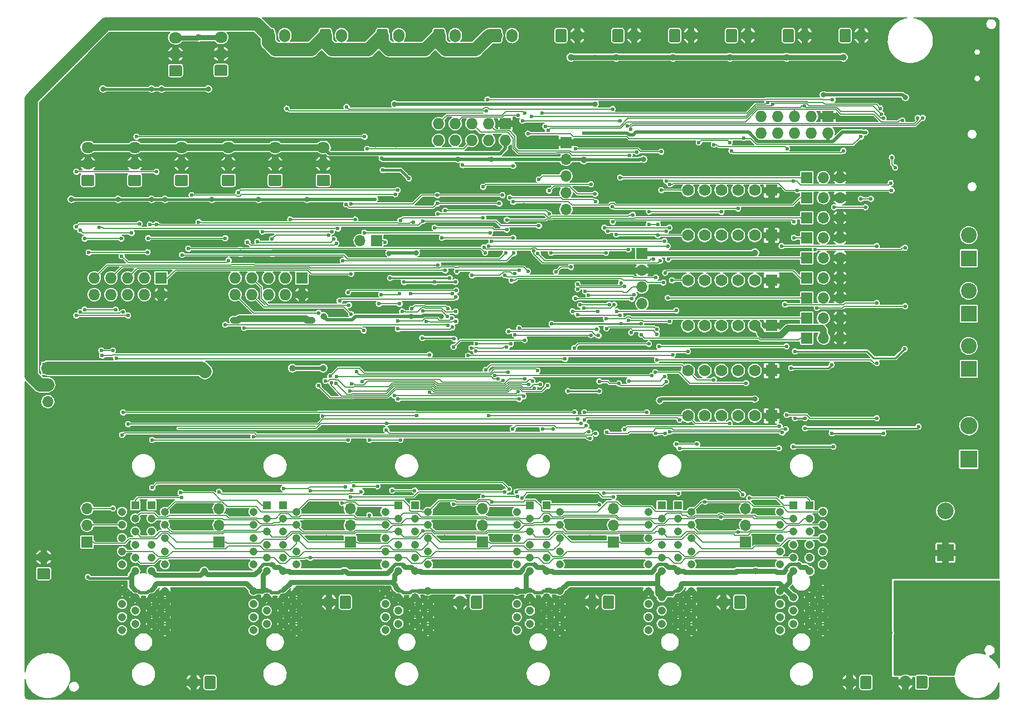
<source format=gbl>
G04 #@! TF.GenerationSoftware,KiCad,Pcbnew,(5.1.0-1558-g0ba0c1724)*
G04 #@! TF.CreationDate,2020-02-29T14:10:16-08:00*
G04 #@! TF.ProjectId,PrntrBoardV2,50726e74-7242-46f6-9172-6456322e6b69,rev?*
G04 #@! TF.SameCoordinates,Original*
G04 #@! TF.FileFunction,Copper,L2,Bot*
G04 #@! TF.FilePolarity,Positive*
%FSLAX46Y46*%
G04 Gerber Fmt 4.6, Leading zero omitted, Abs format (unit mm)*
G04 Created by KiCad (PCBNEW (5.1.0-1558-g0ba0c1724)) date 2020-02-29 14:10:16*
%MOMM*%
%LPD*%
G04 APERTURE LIST*
%ADD10O,1.727200X1.727200*%
%ADD11R,1.727200X1.727200*%
%ADD12O,2.000000X1.700000*%
%ADD13C,0.100000*%
%ADD14C,1.700000*%
%ADD15O,1.700000X2.000000*%
%ADD16R,1.208000X1.208000*%
%ADD17C,1.208000*%
%ADD18O,1.700000X1.700000*%
%ADD19R,1.700000X1.700000*%
%ADD20O,1.950000X1.700000*%
%ADD21C,2.500000*%
%ADD22R,2.500000X2.500000*%
%ADD23R,2.400000X2.400000*%
%ADD24C,2.400000*%
%ADD25R,2.600000X2.600000*%
%ADD26C,2.600000*%
%ADD27R,1.778000X1.778000*%
%ADD28C,1.778000*%
%ADD29C,0.800000*%
%ADD30C,0.600000*%
%ADD31C,1.000000*%
%ADD32C,0.127000*%
%ADD33C,0.800000*%
%ADD34C,0.500000*%
%ADD35C,0.508000*%
%ADD36C,0.381000*%
%ADD37C,0.254000*%
%ADD38C,2.000000*%
%ADD39C,1.000000*%
%ADD40C,0.200000*%
%ADD41C,0.250000*%
G04 APERTURE END LIST*
D10*
X135340000Y-77040000D03*
X135340000Y-74500000D03*
X137880000Y-77040000D03*
X137880000Y-74500000D03*
X140420000Y-77040000D03*
X140420000Y-74500000D03*
X142960000Y-77040000D03*
X142960000Y-74500000D03*
X145500000Y-77040000D03*
D11*
X145500000Y-74500000D03*
D12*
X26289000Y-141518000D03*
D13*
G36*
X27134671Y-143187030D02*
G01*
X27215777Y-143241223D01*
X27269970Y-143322329D01*
X27289000Y-143418000D01*
X27289000Y-144618000D01*
X27269970Y-144713671D01*
X27215777Y-144794777D01*
X27134671Y-144848970D01*
X27039000Y-144868000D01*
X25539000Y-144868000D01*
X25443329Y-144848970D01*
X25362223Y-144794777D01*
X25308030Y-144713671D01*
X25289000Y-144618000D01*
X25289000Y-143418000D01*
X25308030Y-143322329D01*
X25362223Y-143241223D01*
X25443329Y-143187030D01*
X25539000Y-143168000D01*
X27039000Y-143168000D01*
X27134671Y-143187030D01*
X27134671Y-143187030D01*
G37*
D14*
X26289000Y-144018000D03*
D15*
X157250000Y-160500000D03*
D13*
G36*
X160445671Y-159519030D02*
G01*
X160526777Y-159573223D01*
X160580970Y-159654329D01*
X160600000Y-159750000D01*
X160600000Y-161250000D01*
X160580970Y-161345671D01*
X160526777Y-161426777D01*
X160445671Y-161480970D01*
X160350000Y-161500000D01*
X159150000Y-161500000D01*
X159054329Y-161480970D01*
X158973223Y-161426777D01*
X158919030Y-161345671D01*
X158900000Y-161250000D01*
X158900000Y-159750000D01*
X158919030Y-159654329D01*
X158973223Y-159573223D01*
X159054329Y-159519030D01*
X159150000Y-159500000D01*
X160350000Y-159500000D01*
X160445671Y-159519030D01*
X160445671Y-159519030D01*
G37*
D14*
X159750000Y-160500000D03*
D15*
X109641000Y-148336000D03*
D13*
G36*
X112836671Y-147355030D02*
G01*
X112917777Y-147409223D01*
X112971970Y-147490329D01*
X112991000Y-147586000D01*
X112991000Y-149086000D01*
X112971970Y-149181671D01*
X112917777Y-149262777D01*
X112836671Y-149316970D01*
X112741000Y-149336000D01*
X111541000Y-149336000D01*
X111445329Y-149316970D01*
X111364223Y-149262777D01*
X111310030Y-149181671D01*
X111291000Y-149086000D01*
X111291000Y-147586000D01*
X111310030Y-147490329D01*
X111364223Y-147409223D01*
X111445329Y-147355030D01*
X111541000Y-147336000D01*
X112741000Y-147336000D01*
X112836671Y-147355030D01*
X112836671Y-147355030D01*
G37*
D14*
X112141000Y-148336000D03*
D15*
X89575000Y-148336000D03*
D13*
G36*
X92770671Y-147355030D02*
G01*
X92851777Y-147409223D01*
X92905970Y-147490329D01*
X92925000Y-147586000D01*
X92925000Y-149086000D01*
X92905970Y-149181671D01*
X92851777Y-149262777D01*
X92770671Y-149316970D01*
X92675000Y-149336000D01*
X91475000Y-149336000D01*
X91379329Y-149316970D01*
X91298223Y-149262777D01*
X91244030Y-149181671D01*
X91225000Y-149086000D01*
X91225000Y-147586000D01*
X91244030Y-147490329D01*
X91298223Y-147409223D01*
X91379329Y-147355030D01*
X91475000Y-147336000D01*
X92675000Y-147336000D01*
X92770671Y-147355030D01*
X92770671Y-147355030D01*
G37*
D14*
X92075000Y-148336000D03*
D15*
X148757000Y-160528000D03*
D13*
G36*
X151952671Y-159547030D02*
G01*
X152033777Y-159601223D01*
X152087970Y-159682329D01*
X152107000Y-159778000D01*
X152107000Y-161278000D01*
X152087970Y-161373671D01*
X152033777Y-161454777D01*
X151952671Y-161508970D01*
X151857000Y-161528000D01*
X150657000Y-161528000D01*
X150561329Y-161508970D01*
X150480223Y-161454777D01*
X150426030Y-161373671D01*
X150407000Y-161278000D01*
X150407000Y-159778000D01*
X150426030Y-159682329D01*
X150480223Y-159601223D01*
X150561329Y-159547030D01*
X150657000Y-159528000D01*
X151857000Y-159528000D01*
X151952671Y-159547030D01*
X151952671Y-159547030D01*
G37*
D14*
X151257000Y-160528000D03*
D15*
X49062000Y-160528000D03*
D13*
G36*
X52257671Y-159547030D02*
G01*
X52338777Y-159601223D01*
X52392970Y-159682329D01*
X52412000Y-159778000D01*
X52412000Y-161278000D01*
X52392970Y-161373671D01*
X52338777Y-161454777D01*
X52257671Y-161508970D01*
X52162000Y-161528000D01*
X50962000Y-161528000D01*
X50866329Y-161508970D01*
X50785223Y-161454777D01*
X50731030Y-161373671D01*
X50712000Y-161278000D01*
X50712000Y-159778000D01*
X50731030Y-159682329D01*
X50785223Y-159601223D01*
X50866329Y-159547030D01*
X50962000Y-159528000D01*
X52162000Y-159528000D01*
X52257671Y-159547030D01*
X52257671Y-159547030D01*
G37*
D14*
X51562000Y-160528000D03*
D15*
X129580000Y-148336000D03*
D13*
G36*
X132775671Y-147355030D02*
G01*
X132856777Y-147409223D01*
X132910970Y-147490329D01*
X132930000Y-147586000D01*
X132930000Y-149086000D01*
X132910970Y-149181671D01*
X132856777Y-149262777D01*
X132775671Y-149316970D01*
X132680000Y-149336000D01*
X131480000Y-149336000D01*
X131384329Y-149316970D01*
X131303223Y-149262777D01*
X131249030Y-149181671D01*
X131230000Y-149086000D01*
X131230000Y-147586000D01*
X131249030Y-147490329D01*
X131303223Y-147409223D01*
X131384329Y-147355030D01*
X131480000Y-147336000D01*
X132680000Y-147336000D01*
X132775671Y-147355030D01*
X132775671Y-147355030D01*
G37*
D14*
X132080000Y-148336000D03*
D15*
X69636000Y-148336000D03*
D13*
G36*
X72831671Y-147355030D02*
G01*
X72912777Y-147409223D01*
X72966970Y-147490329D01*
X72986000Y-147586000D01*
X72986000Y-149086000D01*
X72966970Y-149181671D01*
X72912777Y-149262777D01*
X72831671Y-149316970D01*
X72736000Y-149336000D01*
X71536000Y-149336000D01*
X71440329Y-149316970D01*
X71359223Y-149262777D01*
X71305030Y-149181671D01*
X71286000Y-149086000D01*
X71286000Y-147586000D01*
X71305030Y-147490329D01*
X71359223Y-147409223D01*
X71440329Y-147355030D01*
X71536000Y-147336000D01*
X72736000Y-147336000D01*
X72831671Y-147355030D01*
X72831671Y-147355030D01*
G37*
D14*
X72136000Y-148336000D03*
D10*
X86296500Y-78168500D03*
X86296500Y-75628500D03*
X88836500Y-78168500D03*
X88836500Y-75628500D03*
X91376500Y-78168500D03*
X91376500Y-75628500D03*
X93916500Y-78168500D03*
X93916500Y-75628500D03*
X96456500Y-78168500D03*
D11*
X96456500Y-75628500D03*
D16*
X142706000Y-133618000D03*
D17*
X144706000Y-134618000D03*
X142706000Y-135618000D03*
X144706000Y-136618000D03*
X142706000Y-137618000D03*
X144706000Y-138618000D03*
X142706000Y-139618000D03*
X144706000Y-140618000D03*
X142706000Y-141618000D03*
X144706000Y-142618000D03*
X144706000Y-146618000D03*
X142706000Y-147618000D03*
X144706000Y-148618000D03*
X142706000Y-149618000D03*
X144706000Y-150618000D03*
X142706000Y-151618000D03*
X144706000Y-152618000D03*
D16*
X140206000Y-133618000D03*
D17*
X138206000Y-134618000D03*
X140206000Y-135618000D03*
X138206000Y-136618000D03*
X140206000Y-137618000D03*
X138206000Y-138618000D03*
X140206000Y-139618000D03*
X138206000Y-140618000D03*
X140206000Y-141618000D03*
X138206000Y-142618000D03*
X138206000Y-146618000D03*
X140206000Y-147618000D03*
X138206000Y-148618000D03*
X140206000Y-149618000D03*
X138206000Y-150618000D03*
X140206000Y-151618000D03*
X138206000Y-152618000D03*
X142706000Y-143618000D03*
X140206000Y-143618000D03*
D16*
X122706000Y-133618000D03*
D17*
X124706000Y-134618000D03*
X122706000Y-135618000D03*
X124706000Y-136618000D03*
X122706000Y-137618000D03*
X124706000Y-138618000D03*
X122706000Y-139618000D03*
X124706000Y-140618000D03*
X122706000Y-141618000D03*
X124706000Y-142618000D03*
X124706000Y-146618000D03*
X122706000Y-147618000D03*
X124706000Y-148618000D03*
X122706000Y-149618000D03*
X124706000Y-150618000D03*
X122706000Y-151618000D03*
X124706000Y-152618000D03*
D16*
X120206000Y-133618000D03*
D17*
X118206000Y-134618000D03*
X120206000Y-135618000D03*
X118206000Y-136618000D03*
X120206000Y-137618000D03*
X118206000Y-138618000D03*
X120206000Y-139618000D03*
X118206000Y-140618000D03*
X120206000Y-141618000D03*
X118206000Y-142618000D03*
X118206000Y-146618000D03*
X120206000Y-147618000D03*
X118206000Y-148618000D03*
X120206000Y-149618000D03*
X118206000Y-150618000D03*
X120206000Y-151618000D03*
X118206000Y-152618000D03*
X122706000Y-143618000D03*
X120206000Y-143618000D03*
D16*
X102706000Y-133618000D03*
D17*
X104706000Y-134618000D03*
X102706000Y-135618000D03*
X104706000Y-136618000D03*
X102706000Y-137618000D03*
X104706000Y-138618000D03*
X102706000Y-139618000D03*
X104706000Y-140618000D03*
X102706000Y-141618000D03*
X104706000Y-142618000D03*
X104706000Y-146618000D03*
X102706000Y-147618000D03*
X104706000Y-148618000D03*
X102706000Y-149618000D03*
X104706000Y-150618000D03*
X102706000Y-151618000D03*
X104706000Y-152618000D03*
D16*
X100206000Y-133618000D03*
D17*
X98206000Y-134618000D03*
X100206000Y-135618000D03*
X98206000Y-136618000D03*
X100206000Y-137618000D03*
X98206000Y-138618000D03*
X100206000Y-139618000D03*
X98206000Y-140618000D03*
X100206000Y-141618000D03*
X98206000Y-142618000D03*
X98206000Y-146618000D03*
X100206000Y-147618000D03*
X98206000Y-148618000D03*
X100206000Y-149618000D03*
X98206000Y-150618000D03*
X100206000Y-151618000D03*
X98206000Y-152618000D03*
X102706000Y-143618000D03*
X100206000Y-143618000D03*
D16*
X82706000Y-133618000D03*
D17*
X84706000Y-134618000D03*
X82706000Y-135618000D03*
X84706000Y-136618000D03*
X82706000Y-137618000D03*
X84706000Y-138618000D03*
X82706000Y-139618000D03*
X84706000Y-140618000D03*
X82706000Y-141618000D03*
X84706000Y-142618000D03*
X84706000Y-146618000D03*
X82706000Y-147618000D03*
X84706000Y-148618000D03*
X82706000Y-149618000D03*
X84706000Y-150618000D03*
X82706000Y-151618000D03*
X84706000Y-152618000D03*
D16*
X80206000Y-133618000D03*
D17*
X78206000Y-134618000D03*
X80206000Y-135618000D03*
X78206000Y-136618000D03*
X80206000Y-137618000D03*
X78206000Y-138618000D03*
X80206000Y-139618000D03*
X78206000Y-140618000D03*
X80206000Y-141618000D03*
X78206000Y-142618000D03*
X78206000Y-146618000D03*
X80206000Y-147618000D03*
X78206000Y-148618000D03*
X80206000Y-149618000D03*
X78206000Y-150618000D03*
X80206000Y-151618000D03*
X78206000Y-152618000D03*
X82706000Y-143618000D03*
X80206000Y-143618000D03*
D16*
X62706000Y-133618000D03*
D17*
X64706000Y-134618000D03*
X62706000Y-135618000D03*
X64706000Y-136618000D03*
X62706000Y-137618000D03*
X64706000Y-138618000D03*
X62706000Y-139618000D03*
X64706000Y-140618000D03*
X62706000Y-141618000D03*
X64706000Y-142618000D03*
X64706000Y-146618000D03*
X62706000Y-147618000D03*
X64706000Y-148618000D03*
X62706000Y-149618000D03*
X64706000Y-150618000D03*
X62706000Y-151618000D03*
X64706000Y-152618000D03*
D16*
X60206000Y-133618000D03*
D17*
X58206000Y-134618000D03*
X60206000Y-135618000D03*
X58206000Y-136618000D03*
X60206000Y-137618000D03*
X58206000Y-138618000D03*
X60206000Y-139618000D03*
X58206000Y-140618000D03*
X60206000Y-141618000D03*
X58206000Y-142618000D03*
X58206000Y-146618000D03*
X60206000Y-147618000D03*
X58206000Y-148618000D03*
X60206000Y-149618000D03*
X58206000Y-150618000D03*
X60206000Y-151618000D03*
X58206000Y-152618000D03*
X62706000Y-143618000D03*
X60206000Y-143618000D03*
D16*
X42706000Y-133618000D03*
D17*
X44706000Y-134618000D03*
X42706000Y-135618000D03*
X44706000Y-136618000D03*
X42706000Y-137618000D03*
X44706000Y-138618000D03*
X42706000Y-139618000D03*
X44706000Y-140618000D03*
X42706000Y-141618000D03*
X44706000Y-142618000D03*
X44706000Y-146618000D03*
X42706000Y-147618000D03*
X44706000Y-148618000D03*
X42706000Y-149618000D03*
X44706000Y-150618000D03*
X42706000Y-151618000D03*
X44706000Y-152618000D03*
D16*
X40206000Y-133618000D03*
D17*
X38206000Y-134618000D03*
X40206000Y-135618000D03*
X38206000Y-136618000D03*
X40206000Y-137618000D03*
X38206000Y-138618000D03*
X40206000Y-139618000D03*
X38206000Y-140618000D03*
X40206000Y-141618000D03*
X38206000Y-142618000D03*
X38206000Y-146618000D03*
X40206000Y-147618000D03*
X38206000Y-148618000D03*
X40206000Y-149618000D03*
X38206000Y-150618000D03*
X40206000Y-151618000D03*
X38206000Y-152618000D03*
X42706000Y-143618000D03*
X40206000Y-143618000D03*
D15*
X150582000Y-62230000D03*
D13*
G36*
X148777671Y-61249030D02*
G01*
X148858777Y-61303223D01*
X148912970Y-61384329D01*
X148932000Y-61480000D01*
X148932000Y-62980000D01*
X148912970Y-63075671D01*
X148858777Y-63156777D01*
X148777671Y-63210970D01*
X148682000Y-63230000D01*
X147482000Y-63230000D01*
X147386329Y-63210970D01*
X147305223Y-63156777D01*
X147251030Y-63075671D01*
X147232000Y-62980000D01*
X147232000Y-61480000D01*
X147251030Y-61384329D01*
X147305223Y-61303223D01*
X147386329Y-61249030D01*
X147482000Y-61230000D01*
X148682000Y-61230000D01*
X148777671Y-61249030D01*
X148777671Y-61249030D01*
G37*
D14*
X148082000Y-62230000D03*
D15*
X141946000Y-62230000D03*
D13*
G36*
X140141671Y-61249030D02*
G01*
X140222777Y-61303223D01*
X140276970Y-61384329D01*
X140296000Y-61480000D01*
X140296000Y-62980000D01*
X140276970Y-63075671D01*
X140222777Y-63156777D01*
X140141671Y-63210970D01*
X140046000Y-63230000D01*
X138846000Y-63230000D01*
X138750329Y-63210970D01*
X138669223Y-63156777D01*
X138615030Y-63075671D01*
X138596000Y-62980000D01*
X138596000Y-61480000D01*
X138615030Y-61384329D01*
X138669223Y-61303223D01*
X138750329Y-61249030D01*
X138846000Y-61230000D01*
X140046000Y-61230000D01*
X140141671Y-61249030D01*
X140141671Y-61249030D01*
G37*
D14*
X139446000Y-62230000D03*
D15*
X133310000Y-62230000D03*
D13*
G36*
X131505671Y-61249030D02*
G01*
X131586777Y-61303223D01*
X131640970Y-61384329D01*
X131660000Y-61480000D01*
X131660000Y-62980000D01*
X131640970Y-63075671D01*
X131586777Y-63156777D01*
X131505671Y-63210970D01*
X131410000Y-63230000D01*
X130210000Y-63230000D01*
X130114329Y-63210970D01*
X130033223Y-63156777D01*
X129979030Y-63075671D01*
X129960000Y-62980000D01*
X129960000Y-61480000D01*
X129979030Y-61384329D01*
X130033223Y-61303223D01*
X130114329Y-61249030D01*
X130210000Y-61230000D01*
X131410000Y-61230000D01*
X131505671Y-61249030D01*
X131505671Y-61249030D01*
G37*
D14*
X130810000Y-62230000D03*
D15*
X124674000Y-62230000D03*
D13*
G36*
X122869671Y-61249030D02*
G01*
X122950777Y-61303223D01*
X123004970Y-61384329D01*
X123024000Y-61480000D01*
X123024000Y-62980000D01*
X123004970Y-63075671D01*
X122950777Y-63156777D01*
X122869671Y-63210970D01*
X122774000Y-63230000D01*
X121574000Y-63230000D01*
X121478329Y-63210970D01*
X121397223Y-63156777D01*
X121343030Y-63075671D01*
X121324000Y-62980000D01*
X121324000Y-61480000D01*
X121343030Y-61384329D01*
X121397223Y-61303223D01*
X121478329Y-61249030D01*
X121574000Y-61230000D01*
X122774000Y-61230000D01*
X122869671Y-61249030D01*
X122869671Y-61249030D01*
G37*
D14*
X122174000Y-62230000D03*
D15*
X116038000Y-62230000D03*
D13*
G36*
X114233671Y-61249030D02*
G01*
X114314777Y-61303223D01*
X114368970Y-61384329D01*
X114388000Y-61480000D01*
X114388000Y-62980000D01*
X114368970Y-63075671D01*
X114314777Y-63156777D01*
X114233671Y-63210970D01*
X114138000Y-63230000D01*
X112938000Y-63230000D01*
X112842329Y-63210970D01*
X112761223Y-63156777D01*
X112707030Y-63075671D01*
X112688000Y-62980000D01*
X112688000Y-61480000D01*
X112707030Y-61384329D01*
X112761223Y-61303223D01*
X112842329Y-61249030D01*
X112938000Y-61230000D01*
X114138000Y-61230000D01*
X114233671Y-61249030D01*
X114233671Y-61249030D01*
G37*
D14*
X113538000Y-62230000D03*
D15*
X107402000Y-62230000D03*
D13*
G36*
X105597671Y-61249030D02*
G01*
X105678777Y-61303223D01*
X105732970Y-61384329D01*
X105752000Y-61480000D01*
X105752000Y-62980000D01*
X105732970Y-63075671D01*
X105678777Y-63156777D01*
X105597671Y-63210970D01*
X105502000Y-63230000D01*
X104302000Y-63230000D01*
X104206329Y-63210970D01*
X104125223Y-63156777D01*
X104071030Y-63075671D01*
X104052000Y-62980000D01*
X104052000Y-61480000D01*
X104071030Y-61384329D01*
X104125223Y-61303223D01*
X104206329Y-61249030D01*
X104302000Y-61230000D01*
X105502000Y-61230000D01*
X105597671Y-61249030D01*
X105597671Y-61249030D01*
G37*
D14*
X104902000Y-62230000D03*
D18*
X72898000Y-134112000D03*
X72898000Y-136652000D03*
D19*
X72898000Y-139192000D03*
D18*
X132969000Y-134112000D03*
X132969000Y-136652000D03*
D19*
X132969000Y-139192000D03*
D18*
X112903000Y-134112000D03*
X112903000Y-136652000D03*
D19*
X112903000Y-139192000D03*
D18*
X52959000Y-134112000D03*
X52959000Y-136652000D03*
D19*
X52959000Y-139192000D03*
D18*
X92964000Y-134112000D03*
X92964000Y-136652000D03*
D19*
X92964000Y-139192000D03*
D18*
X32893000Y-134112000D03*
X32893000Y-136652000D03*
D19*
X32893000Y-139192000D03*
D18*
X26924000Y-117856000D03*
X26924000Y-115316000D03*
D19*
X26924000Y-112776000D03*
D18*
X74371200Y-93370400D03*
D19*
X76911200Y-93370400D03*
D20*
X40132000Y-79226400D03*
X40132000Y-81726400D03*
D13*
G36*
X40952671Y-83395430D02*
G01*
X41033777Y-83449623D01*
X41087970Y-83530729D01*
X41107000Y-83626400D01*
X41107000Y-84826400D01*
X41087970Y-84922071D01*
X41033777Y-85003177D01*
X40952671Y-85057370D01*
X40857000Y-85076400D01*
X39407000Y-85076400D01*
X39311329Y-85057370D01*
X39230223Y-85003177D01*
X39176030Y-84922071D01*
X39157000Y-84826400D01*
X39157000Y-83626400D01*
X39176030Y-83530729D01*
X39230223Y-83449623D01*
X39311329Y-83395430D01*
X39407000Y-83376400D01*
X40857000Y-83376400D01*
X40952671Y-83395430D01*
X40952671Y-83395430D01*
G37*
D14*
X40132000Y-84226400D03*
D20*
X33020000Y-79226400D03*
X33020000Y-81726400D03*
D13*
G36*
X33840671Y-83395430D02*
G01*
X33921777Y-83449623D01*
X33975970Y-83530729D01*
X33995000Y-83626400D01*
X33995000Y-84826400D01*
X33975970Y-84922071D01*
X33921777Y-85003177D01*
X33840671Y-85057370D01*
X33745000Y-85076400D01*
X32295000Y-85076400D01*
X32199329Y-85057370D01*
X32118223Y-85003177D01*
X32064030Y-84922071D01*
X32045000Y-84826400D01*
X32045000Y-83626400D01*
X32064030Y-83530729D01*
X32118223Y-83449623D01*
X32199329Y-83395430D01*
X32295000Y-83376400D01*
X33745000Y-83376400D01*
X33840671Y-83395430D01*
X33840671Y-83395430D01*
G37*
D14*
X33020000Y-84226400D03*
D20*
X54356000Y-79226400D03*
X54356000Y-81726400D03*
D13*
G36*
X55176671Y-83395430D02*
G01*
X55257777Y-83449623D01*
X55311970Y-83530729D01*
X55331000Y-83626400D01*
X55331000Y-84826400D01*
X55311970Y-84922071D01*
X55257777Y-85003177D01*
X55176671Y-85057370D01*
X55081000Y-85076400D01*
X53631000Y-85076400D01*
X53535329Y-85057370D01*
X53454223Y-85003177D01*
X53400030Y-84922071D01*
X53381000Y-84826400D01*
X53381000Y-83626400D01*
X53400030Y-83530729D01*
X53454223Y-83449623D01*
X53535329Y-83395430D01*
X53631000Y-83376400D01*
X55081000Y-83376400D01*
X55176671Y-83395430D01*
X55176671Y-83395430D01*
G37*
D14*
X54356000Y-84226400D03*
D20*
X47244000Y-79226400D03*
X47244000Y-81726400D03*
D13*
G36*
X48064671Y-83395430D02*
G01*
X48145777Y-83449623D01*
X48199970Y-83530729D01*
X48219000Y-83626400D01*
X48219000Y-84826400D01*
X48199970Y-84922071D01*
X48145777Y-85003177D01*
X48064671Y-85057370D01*
X47969000Y-85076400D01*
X46519000Y-85076400D01*
X46423329Y-85057370D01*
X46342223Y-85003177D01*
X46288030Y-84922071D01*
X46269000Y-84826400D01*
X46269000Y-83626400D01*
X46288030Y-83530729D01*
X46342223Y-83449623D01*
X46423329Y-83395430D01*
X46519000Y-83376400D01*
X47969000Y-83376400D01*
X48064671Y-83395430D01*
X48064671Y-83395430D01*
G37*
D14*
X47244000Y-84226400D03*
D20*
X68783200Y-79226400D03*
X68783200Y-81726400D03*
D13*
G36*
X69603871Y-83395430D02*
G01*
X69684977Y-83449623D01*
X69739170Y-83530729D01*
X69758200Y-83626400D01*
X69758200Y-84826400D01*
X69739170Y-84922071D01*
X69684977Y-85003177D01*
X69603871Y-85057370D01*
X69508200Y-85076400D01*
X68058200Y-85076400D01*
X67962529Y-85057370D01*
X67881423Y-85003177D01*
X67827230Y-84922071D01*
X67808200Y-84826400D01*
X67808200Y-83626400D01*
X67827230Y-83530729D01*
X67881423Y-83449623D01*
X67962529Y-83395430D01*
X68058200Y-83376400D01*
X69508200Y-83376400D01*
X69603871Y-83395430D01*
X69603871Y-83395430D01*
G37*
D14*
X68783200Y-84226400D03*
D20*
X61468000Y-79226400D03*
X61468000Y-81726400D03*
D13*
G36*
X62288671Y-83395430D02*
G01*
X62369777Y-83449623D01*
X62423970Y-83530729D01*
X62443000Y-83626400D01*
X62443000Y-84826400D01*
X62423970Y-84922071D01*
X62369777Y-85003177D01*
X62288671Y-85057370D01*
X62193000Y-85076400D01*
X60743000Y-85076400D01*
X60647329Y-85057370D01*
X60566223Y-85003177D01*
X60512030Y-84922071D01*
X60493000Y-84826400D01*
X60493000Y-83626400D01*
X60512030Y-83530729D01*
X60566223Y-83449623D01*
X60647329Y-83395430D01*
X60743000Y-83376400D01*
X62193000Y-83376400D01*
X62288671Y-83395430D01*
X62288671Y-83395430D01*
G37*
D14*
X61468000Y-84226400D03*
D20*
X46329600Y-62564000D03*
X46329600Y-65064000D03*
D13*
G36*
X47150271Y-66733030D02*
G01*
X47231377Y-66787223D01*
X47285570Y-66868329D01*
X47304600Y-66964000D01*
X47304600Y-68164000D01*
X47285570Y-68259671D01*
X47231377Y-68340777D01*
X47150271Y-68394970D01*
X47054600Y-68414000D01*
X45604600Y-68414000D01*
X45508929Y-68394970D01*
X45427823Y-68340777D01*
X45373630Y-68259671D01*
X45354600Y-68164000D01*
X45354600Y-66964000D01*
X45373630Y-66868329D01*
X45427823Y-66787223D01*
X45508929Y-66733030D01*
X45604600Y-66714000D01*
X47054600Y-66714000D01*
X47150271Y-66733030D01*
X47150271Y-66733030D01*
G37*
D14*
X46329600Y-67564000D03*
D20*
X53238400Y-62524000D03*
X53238400Y-65024000D03*
D13*
G36*
X54059071Y-66693030D02*
G01*
X54140177Y-66747223D01*
X54194370Y-66828329D01*
X54213400Y-66924000D01*
X54213400Y-68124000D01*
X54194370Y-68219671D01*
X54140177Y-68300777D01*
X54059071Y-68354970D01*
X53963400Y-68374000D01*
X52513400Y-68374000D01*
X52417729Y-68354970D01*
X52336623Y-68300777D01*
X52282430Y-68219671D01*
X52263400Y-68124000D01*
X52263400Y-66924000D01*
X52282430Y-66828329D01*
X52336623Y-66747223D01*
X52417729Y-66693030D01*
X52513400Y-66674000D01*
X53963400Y-66674000D01*
X54059071Y-66693030D01*
X54059071Y-66693030D01*
G37*
D14*
X53238400Y-67524000D03*
D18*
X105664000Y-88646000D03*
X105664000Y-86106000D03*
X105664000Y-83566000D03*
X105664000Y-81026000D03*
D19*
X105664000Y-78486000D03*
D18*
X117221000Y-102997000D03*
X117221000Y-100457000D03*
X117221000Y-97917000D03*
D19*
X117221000Y-95377000D03*
D21*
X163322000Y-134493000D03*
D22*
X163322000Y-140843000D03*
D15*
X88860000Y-62230000D03*
D13*
G36*
X87055671Y-61249030D02*
G01*
X87136777Y-61303223D01*
X87190970Y-61384329D01*
X87210000Y-61480000D01*
X87210000Y-62980000D01*
X87190970Y-63075671D01*
X87136777Y-63156777D01*
X87055671Y-63210970D01*
X86960000Y-63230000D01*
X85760000Y-63230000D01*
X85664329Y-63210970D01*
X85583223Y-63156777D01*
X85529030Y-63075671D01*
X85510000Y-62980000D01*
X85510000Y-61480000D01*
X85529030Y-61384329D01*
X85583223Y-61303223D01*
X85664329Y-61249030D01*
X85760000Y-61230000D01*
X86960000Y-61230000D01*
X87055671Y-61249030D01*
X87055671Y-61249030D01*
G37*
D14*
X86360000Y-62230000D03*
D23*
X166878000Y-104521000D03*
D24*
X166878000Y-101021000D03*
D15*
X80264000Y-62230000D03*
D13*
G36*
X78459671Y-61249030D02*
G01*
X78540777Y-61303223D01*
X78594970Y-61384329D01*
X78614000Y-61480000D01*
X78614000Y-62980000D01*
X78594970Y-63075671D01*
X78540777Y-63156777D01*
X78459671Y-63210970D01*
X78364000Y-63230000D01*
X77164000Y-63230000D01*
X77068329Y-63210970D01*
X76987223Y-63156777D01*
X76933030Y-63075671D01*
X76914000Y-62980000D01*
X76914000Y-61480000D01*
X76933030Y-61384329D01*
X76987223Y-61303223D01*
X77068329Y-61249030D01*
X77164000Y-61230000D01*
X78364000Y-61230000D01*
X78459671Y-61249030D01*
X78459671Y-61249030D01*
G37*
D14*
X77764000Y-62230000D03*
D15*
X71588000Y-62230000D03*
D13*
G36*
X69783671Y-61249030D02*
G01*
X69864777Y-61303223D01*
X69918970Y-61384329D01*
X69938000Y-61480000D01*
X69938000Y-62980000D01*
X69918970Y-63075671D01*
X69864777Y-63156777D01*
X69783671Y-63210970D01*
X69688000Y-63230000D01*
X68488000Y-63230000D01*
X68392329Y-63210970D01*
X68311223Y-63156777D01*
X68257030Y-63075671D01*
X68238000Y-62980000D01*
X68238000Y-61480000D01*
X68257030Y-61384329D01*
X68311223Y-61303223D01*
X68392329Y-61249030D01*
X68488000Y-61230000D01*
X69688000Y-61230000D01*
X69783671Y-61249030D01*
X69783671Y-61249030D01*
G37*
D14*
X69088000Y-62230000D03*
D23*
X166878000Y-112903000D03*
D24*
X166878000Y-109403000D03*
D15*
X62952000Y-62230000D03*
D13*
G36*
X61147671Y-61249030D02*
G01*
X61228777Y-61303223D01*
X61282970Y-61384329D01*
X61302000Y-61480000D01*
X61302000Y-62980000D01*
X61282970Y-63075671D01*
X61228777Y-63156777D01*
X61147671Y-63210970D01*
X61052000Y-63230000D01*
X59852000Y-63230000D01*
X59756329Y-63210970D01*
X59675223Y-63156777D01*
X59621030Y-63075671D01*
X59602000Y-62980000D01*
X59602000Y-61480000D01*
X59621030Y-61384329D01*
X59675223Y-61303223D01*
X59756329Y-61249030D01*
X59852000Y-61230000D01*
X61052000Y-61230000D01*
X61147671Y-61249030D01*
X61147671Y-61249030D01*
G37*
D14*
X60452000Y-62230000D03*
D18*
X147320000Y-83820000D03*
X144780000Y-83820000D03*
D19*
X142240000Y-83820000D03*
D18*
X147320000Y-92964000D03*
X144780000Y-92964000D03*
D19*
X142240000Y-92964000D03*
D18*
X147320000Y-102108000D03*
X144780000Y-102108000D03*
D19*
X142240000Y-102108000D03*
D18*
X147320000Y-86868000D03*
X144780000Y-86868000D03*
D19*
X142240000Y-86868000D03*
D18*
X147320000Y-96012000D03*
X144780000Y-96012000D03*
D19*
X142240000Y-96012000D03*
D18*
X147320000Y-105156000D03*
X144780000Y-105156000D03*
D19*
X142240000Y-105156000D03*
D18*
X147320000Y-89916000D03*
X144780000Y-89916000D03*
D19*
X142240000Y-89916000D03*
D18*
X147320000Y-99060000D03*
X144780000Y-99060000D03*
D19*
X142240000Y-99060000D03*
D18*
X147344200Y-108204000D03*
X144804200Y-108204000D03*
D19*
X142264200Y-108204000D03*
D23*
X166878000Y-96083000D03*
D24*
X166878000Y-92583000D03*
D25*
X166878000Y-126619000D03*
D26*
X166878000Y-121539000D03*
D15*
X97496000Y-62230000D03*
D13*
G36*
X95691671Y-61249030D02*
G01*
X95772777Y-61303223D01*
X95826970Y-61384329D01*
X95846000Y-61480000D01*
X95846000Y-62980000D01*
X95826970Y-63075671D01*
X95772777Y-63156777D01*
X95691671Y-63210970D01*
X95596000Y-63230000D01*
X94396000Y-63230000D01*
X94300329Y-63210970D01*
X94219223Y-63156777D01*
X94165030Y-63075671D01*
X94146000Y-62980000D01*
X94146000Y-61480000D01*
X94165030Y-61384329D01*
X94219223Y-61303223D01*
X94300329Y-61249030D01*
X94396000Y-61230000D01*
X95596000Y-61230000D01*
X95691671Y-61249030D01*
X95691671Y-61249030D01*
G37*
D14*
X94996000Y-62230000D03*
D10*
X33985200Y-101600000D03*
X33985200Y-99060000D03*
X36525200Y-101600000D03*
X36525200Y-99060000D03*
X39065200Y-101600000D03*
X39065200Y-99060000D03*
X41605200Y-101600000D03*
X41605200Y-99060000D03*
X44145200Y-101600000D03*
D11*
X44145200Y-99060000D03*
D10*
X55372000Y-101600000D03*
X55372000Y-99060000D03*
X57912000Y-101600000D03*
X57912000Y-99060000D03*
X60452000Y-101600000D03*
X60452000Y-99060000D03*
X62992000Y-101600000D03*
X62992000Y-99060000D03*
X65532000Y-101600000D03*
D11*
X65532000Y-99060000D03*
D27*
X136906000Y-120015000D03*
D28*
X134366000Y-120015000D03*
X131826000Y-120015000D03*
X129286000Y-120015000D03*
X126746000Y-120015000D03*
X124206000Y-120015000D03*
D27*
X136906000Y-113157000D03*
D28*
X134366000Y-113157000D03*
X131826000Y-113157000D03*
X129286000Y-113157000D03*
X126746000Y-113157000D03*
X124206000Y-113157000D03*
D27*
X136906000Y-106299000D03*
D28*
X134366000Y-106299000D03*
X131826000Y-106299000D03*
X129286000Y-106299000D03*
X126746000Y-106299000D03*
X124206000Y-106299000D03*
D27*
X136906000Y-99441000D03*
D28*
X134366000Y-99441000D03*
X131826000Y-99441000D03*
X129286000Y-99441000D03*
X126746000Y-99441000D03*
X124206000Y-99441000D03*
D27*
X136906000Y-92583000D03*
D28*
X134366000Y-92583000D03*
X131826000Y-92583000D03*
X129286000Y-92583000D03*
X126746000Y-92583000D03*
X124206000Y-92583000D03*
D27*
X136906000Y-85725000D03*
D28*
X134366000Y-85725000D03*
X131826000Y-85725000D03*
X129286000Y-85725000D03*
X126746000Y-85725000D03*
X124206000Y-85725000D03*
D29*
X160800000Y-150400000D03*
X163800000Y-150400000D03*
X159400000Y-150400000D03*
X162200000Y-150400000D03*
X160800000Y-149000000D03*
X163800000Y-149000000D03*
X159400000Y-149000000D03*
X162200000Y-149000000D03*
X160800000Y-147600000D03*
X163800000Y-147600000D03*
X159400000Y-147600000D03*
X162200000Y-147600000D03*
X163800000Y-146200000D03*
X162200000Y-146200000D03*
X160800000Y-146200000D03*
X159400000Y-146200000D03*
D30*
X155000000Y-153000000D03*
X159136500Y-74750000D03*
X159863500Y-74750000D03*
X156781500Y-75132490D03*
X115507034Y-76507034D03*
X114992966Y-75992966D03*
X68707000Y-120043000D03*
X83000000Y-120000000D03*
X46177200Y-104444800D03*
X61645800Y-102438200D03*
X59055000Y-103733600D03*
X54483000Y-103784400D03*
X54610000Y-100330000D03*
X56184800Y-96418400D03*
X54533800Y-93878400D03*
X50114200Y-92252800D03*
X43789600Y-92329000D03*
X45567600Y-96062800D03*
X46482000Y-93903800D03*
X43840400Y-93903800D03*
X37592000Y-96443800D03*
X34728807Y-91338375D03*
X39651614Y-92235288D03*
X57277000Y-93624400D03*
X61010800Y-93133890D03*
X58775600Y-93548200D03*
X59537600Y-92049600D03*
X42164000Y-93040200D03*
X54389310Y-96418400D03*
D29*
X52806600Y-99212400D03*
X52806600Y-101295200D03*
D30*
X53408290Y-96215200D03*
X53873400Y-93040200D03*
X53898800Y-106172000D03*
X48260000Y-94615000D03*
X47307500Y-95567500D03*
X33147000Y-95199200D03*
X42087800Y-95173800D03*
X42418000Y-90957400D03*
X38074600Y-93091000D03*
X40876535Y-90847865D03*
X38150800Y-95758000D03*
X76073000Y-84556600D03*
X79753020Y-86366075D03*
X80078091Y-85715787D03*
X112126001Y-143749001D03*
X92089999Y-143749001D03*
D29*
X112268000Y-113157000D03*
X114173000Y-113157000D03*
X117411500Y-113093500D03*
X117538500Y-111569500D03*
D30*
X77216000Y-102997000D03*
X99250500Y-92265500D03*
X89100380Y-96947010D03*
X91757500Y-87122000D03*
X105473500Y-95821500D03*
X102108000Y-97980500D03*
X104203500Y-109220000D03*
X106616500Y-111569500D03*
X104140000Y-113220500D03*
X100584000Y-118237000D03*
X95567500Y-118491000D03*
X95631000Y-127698500D03*
X69913500Y-127444500D03*
X77025500Y-126809500D03*
X69913500Y-122110500D03*
X82613500Y-121920000D03*
X86550500Y-121920000D03*
X92392500Y-121920000D03*
X74104500Y-89090500D03*
X76898500Y-89725500D03*
X84709000Y-95440500D03*
X82931000Y-93408500D03*
X84836000Y-93408500D03*
X114554000Y-103187500D03*
X119380000Y-102044500D03*
X113347500Y-95821500D03*
X110109000Y-95885000D03*
X113347500Y-97853500D03*
X110045500Y-99695000D03*
X110617000Y-97790000D03*
X107061000Y-82359500D03*
X92202000Y-79375000D03*
X95186500Y-79121000D03*
X81915000Y-83121500D03*
X80010000Y-83629500D03*
X80010000Y-81724500D03*
X76230000Y-82850000D03*
X59118500Y-72644000D03*
X61468000Y-72580500D03*
X79883000Y-77025500D03*
X79883000Y-75311000D03*
X101219000Y-76136500D03*
X87630000Y-76898500D03*
X90678000Y-76898500D03*
X97155000Y-80137000D03*
D29*
X103005409Y-79038490D03*
X101219000Y-79038490D03*
D31*
X108357607Y-81142522D03*
D30*
X107076095Y-79455990D03*
X115333074Y-80437010D03*
X116395500Y-79946500D03*
D29*
X115913509Y-85788500D03*
D30*
X115813509Y-89471500D03*
X93535702Y-73677490D03*
X99377500Y-74041000D03*
X98395657Y-74329157D03*
X99042510Y-75184000D03*
D29*
X99206010Y-83028683D03*
X99269510Y-88087740D03*
X99142510Y-78704557D03*
D30*
X97744161Y-95305292D03*
D29*
X99269510Y-85682113D03*
X99142510Y-76486095D03*
X82677000Y-74803000D03*
X82677000Y-76517500D03*
X83830000Y-82470000D03*
X87757000Y-83883500D03*
D30*
X89962110Y-81915000D03*
D29*
X89217500Y-81026000D03*
X94361000Y-81026000D03*
D30*
X42799000Y-130937000D03*
X79248000Y-131381511D03*
X82677000Y-131381511D03*
X97028000Y-131191000D03*
X96393000Y-131572000D03*
X99021755Y-132479278D03*
X98171000Y-131572000D03*
X98321676Y-132283227D03*
X97583991Y-122018193D03*
X112903000Y-132334000D03*
X68072000Y-115443000D03*
X102870000Y-115443000D03*
X103759000Y-122047000D03*
X102108000Y-122047000D03*
X88683679Y-108309954D03*
X89041901Y-107677323D03*
X155155000Y-85764000D03*
X120897925Y-84321925D03*
X121412000Y-84836000D03*
X119634000Y-90949490D03*
X121412000Y-91440000D03*
X120897925Y-91954075D03*
X112020075Y-91954075D03*
X111506000Y-91440000D03*
X107075704Y-102171690D03*
X107825628Y-103152710D03*
X108352938Y-103653199D03*
X155022000Y-84664000D03*
X38227000Y-122936000D03*
X109347000Y-123426510D03*
X78359000Y-122174000D03*
X117983000Y-119507000D03*
X138049000Y-124968000D03*
X122936000Y-124968000D03*
X122936000Y-120650000D03*
X108458000Y-120650000D03*
X37228490Y-103886000D03*
X107459490Y-120523000D03*
X31242000Y-91313000D03*
X38354000Y-104284490D03*
X31242000Y-104775000D03*
X39116000Y-104775000D03*
X39116000Y-121285000D03*
X31877000Y-91821000D03*
X31877000Y-104267000D03*
X38354000Y-119507000D03*
X106934000Y-109728000D03*
X32512000Y-93091000D03*
X32512000Y-103886000D03*
X90805000Y-110888490D03*
X105537000Y-111379000D03*
X113919000Y-75184000D03*
X97663000Y-82042000D03*
X114042966Y-99818966D03*
X114557034Y-100333034D03*
X107442000Y-100775700D03*
X107442000Y-100048700D03*
X111760000Y-105265510D03*
X107442000Y-104648000D03*
X113919000Y-104775000D03*
X113919000Y-83820000D03*
X88900000Y-99671690D03*
X97663000Y-92964000D03*
X118618000Y-87520490D03*
X97663000Y-87503000D03*
X85725000Y-99695000D03*
X85725000Y-91440000D03*
X125603000Y-124333000D03*
X122428000Y-124333000D03*
X122428000Y-104013000D03*
X113411000Y-104140000D03*
X106680000Y-104152710D03*
X112776000Y-90551000D03*
X140335000Y-90551000D03*
X140335000Y-92964000D03*
X88011000Y-99060000D03*
X81026000Y-99695000D03*
X82042000Y-101473000D03*
X88392000Y-101473000D03*
X88986350Y-100982490D03*
X109474000Y-84836000D03*
X93091000Y-85217000D03*
X83947000Y-90406510D03*
X93091000Y-89916000D03*
X81788000Y-107343509D03*
X87712769Y-106281331D03*
X88905677Y-105655888D03*
X88392000Y-106553000D03*
D31*
X55118000Y-105481490D03*
X67056000Y-105481490D03*
D30*
X84464132Y-102866225D03*
X84455000Y-105681490D03*
X83952601Y-104070523D03*
D29*
X86698528Y-104932552D03*
D30*
X87630000Y-104902000D03*
X88900000Y-104171690D03*
X88305014Y-105172005D03*
D29*
X82169000Y-104902000D03*
X82931000Y-95250000D03*
D30*
X93726000Y-71962990D03*
D29*
X79629000Y-72644000D03*
X110109000Y-72644000D03*
X110109000Y-65532000D03*
D30*
X88942667Y-101998490D03*
D29*
X144780000Y-71247000D03*
X157226000Y-71628000D03*
D30*
X120142000Y-79883000D03*
X113284000Y-92456000D03*
X125857000Y-78486000D03*
X130556000Y-78486000D03*
X128143000Y-114554000D03*
X130556000Y-121158000D03*
X130810000Y-79756000D03*
X147828000Y-79756000D03*
X146177000Y-72009000D03*
X121158000Y-94234000D03*
X120650000Y-93472000D03*
X94361000Y-93472000D03*
X40386000Y-77597000D03*
X75057000Y-77597000D03*
X75057000Y-92202000D03*
X104140000Y-98171000D03*
X106426000Y-97409000D03*
D29*
X117475000Y-81026000D03*
D30*
X95521490Y-87757000D03*
X96012000Y-86487000D03*
X86106000Y-86487000D03*
X86106000Y-87757000D03*
X43434000Y-82931000D03*
X31242000Y-82931000D03*
X87757000Y-103759000D03*
X77597000Y-101600000D03*
X75819000Y-135128000D03*
X75819000Y-123698000D03*
X80518000Y-123698000D03*
X83904453Y-137549998D03*
D29*
X134366000Y-117475000D03*
D30*
X120142000Y-85725000D03*
X97282000Y-109093000D03*
X92075000Y-109093000D03*
X91996392Y-110186081D03*
X91313000Y-109728000D03*
X119634000Y-92583000D03*
X96647000Y-109601000D03*
X121793000Y-99441000D03*
X124206000Y-110236000D03*
X109093000Y-101727000D03*
X108585000Y-101092000D03*
D31*
X129794000Y-162052000D03*
X132334000Y-162052000D03*
X109829600Y-162102800D03*
X112369600Y-162102800D03*
X89662000Y-162102800D03*
X92202000Y-162102800D03*
X69088000Y-162052000D03*
X71882000Y-162052000D03*
X49593500Y-155638500D03*
X52133500Y-155638500D03*
X29718000Y-155956000D03*
X32258000Y-155956000D03*
X26416000Y-126238000D03*
X26416000Y-128778000D03*
X33528000Y-108204000D03*
X28448000Y-108204000D03*
X48260000Y-108204000D03*
X53086000Y-108204000D03*
X160782000Y-129540000D03*
X152908000Y-116586000D03*
X152908000Y-117856000D03*
X152908000Y-119126000D03*
X152908000Y-110490000D03*
X152908000Y-109220000D03*
X152908000Y-107950000D03*
X152908000Y-101600000D03*
X152908000Y-100330000D03*
X152908000Y-99060000D03*
X152908000Y-92964000D03*
X152908000Y-91694000D03*
X152908000Y-90424000D03*
D29*
X158496000Y-88138000D03*
X165608000Y-88138000D03*
X157988000Y-83566000D03*
X152654000Y-83058000D03*
X158496000Y-73406000D03*
X165354000Y-72644000D03*
X163576000Y-62484000D03*
X166878000Y-64770000D03*
D30*
X155702000Y-82296000D03*
X155194000Y-80772000D03*
X33020000Y-144526000D03*
X141478000Y-115062000D03*
X141478000Y-112014000D03*
X32512000Y-88138000D03*
X39800998Y-88138000D03*
X46912998Y-88138000D03*
X61136998Y-88138000D03*
X68502998Y-88138000D03*
X30734000Y-73152000D03*
X29718000Y-74422000D03*
X46404998Y-71374000D03*
X53516998Y-71374000D03*
X151384000Y-66548000D03*
X146988998Y-70358000D03*
X142748000Y-66548000D03*
X138352998Y-70358000D03*
X134112000Y-66548000D03*
X129716998Y-70358000D03*
X116840000Y-66548000D03*
X108204000Y-66548000D03*
X112444998Y-70358000D03*
X103808998Y-70358000D03*
X125476000Y-66548000D03*
X65024000Y-70104000D03*
X73914000Y-70104000D03*
X82550000Y-70104000D03*
X91440000Y-70104000D03*
X99822000Y-70104000D03*
X54610000Y-120142000D03*
X53848000Y-114808000D03*
D31*
X56388000Y-113538000D03*
X59182000Y-113538000D03*
X61976000Y-120396000D03*
X67310000Y-120396000D03*
X34400000Y-122936000D03*
D30*
X121080998Y-70358000D03*
X146050000Y-112268000D03*
X140208000Y-124714000D03*
X146304000Y-124714000D03*
X146050000Y-122682000D03*
X153924000Y-122682000D03*
X141986000Y-121920000D03*
X159258000Y-121666000D03*
X141986000Y-120396000D03*
X140462000Y-120396000D03*
X139907990Y-112776000D03*
X140462000Y-110236000D03*
X157134000Y-109855000D03*
X157226000Y-103378000D03*
X143795211Y-103628981D03*
X157226000Y-94488000D03*
D31*
X134474000Y-143618000D03*
D30*
X131800578Y-137689931D03*
X129255499Y-135412501D03*
X126770501Y-133071499D03*
X118364000Y-116078000D03*
X112522000Y-87122000D03*
X112522000Y-85090000D03*
X116078000Y-82550000D03*
X118368497Y-85603631D03*
X84550000Y-85240000D03*
D31*
X50692000Y-143618000D03*
X50800000Y-113284000D03*
D30*
X31313872Y-66970225D03*
D31*
X49784000Y-62484000D03*
X49797000Y-79261000D03*
D29*
X51308000Y-70358000D03*
X44196000Y-70358000D03*
X35306000Y-70358000D03*
X30480000Y-87122000D03*
X37592000Y-87122000D03*
X44704000Y-87122000D03*
X51816000Y-87122000D03*
X58928000Y-87122000D03*
X66294000Y-87122000D03*
X42672000Y-70358000D03*
X42672000Y-87122000D03*
D30*
X53999498Y-88138000D03*
D31*
X65265000Y-79261000D03*
X106426000Y-65532000D03*
X113284000Y-65532000D03*
X121920000Y-65532000D03*
X130556000Y-65532000D03*
X139192000Y-65532000D03*
X147828000Y-65532000D03*
D30*
X92964000Y-93726000D03*
X109474000Y-98298000D03*
X104648000Y-117856000D03*
X97536000Y-118872000D03*
X83820000Y-108204000D03*
X85344000Y-107649990D03*
X110490000Y-104140000D03*
X120904000Y-114808000D03*
X121140510Y-102108000D03*
X152908000Y-120396000D03*
X139192000Y-119888000D03*
X139192000Y-109474000D03*
X152908000Y-112014000D03*
X152908000Y-102870000D03*
X138938000Y-103124000D03*
X152908000Y-94234000D03*
X138430000Y-94234000D03*
X143510000Y-94724510D03*
X94385501Y-133071499D03*
X93898490Y-120015000D03*
X74549000Y-131572000D03*
X52959000Y-131572000D03*
X62738000Y-131081490D03*
X56769000Y-106680000D03*
X74930000Y-107061000D03*
X42799000Y-123698000D03*
X58166000Y-123207490D03*
X35179000Y-110871000D03*
X84963000Y-110744000D03*
X70993000Y-91567000D03*
X70104000Y-92057510D03*
X35052000Y-110109000D03*
X36830000Y-110109000D03*
X37320510Y-111252000D03*
X36830000Y-134112000D03*
X82510893Y-90585980D03*
X63746471Y-90187481D03*
X49833712Y-90585980D03*
X93489490Y-113047468D03*
X74698150Y-114844536D03*
X70386978Y-93188744D03*
X70756490Y-93814849D03*
X69585462Y-92570629D03*
X94869000Y-113919000D03*
X101749856Y-115248519D03*
X95383075Y-114433075D03*
X96073901Y-114659581D03*
X96901000Y-113411000D03*
X101346000Y-113157000D03*
X100851556Y-115838211D03*
X100022451Y-115247686D03*
X99441000Y-114409510D03*
X100574613Y-114774756D03*
X118254490Y-90949490D03*
X48768000Y-86487000D03*
X80373521Y-101473000D03*
X80373521Y-102997000D03*
X80119510Y-106807000D03*
X84963000Y-116476490D03*
X55880000Y-86106000D03*
X78957599Y-99078134D03*
X80500510Y-90324717D03*
D29*
X78784481Y-95332194D03*
D30*
X79622925Y-116960925D03*
X80137000Y-117475000D03*
X92964000Y-118001510D03*
X98565017Y-117475000D03*
X98394471Y-116383948D03*
X99218822Y-117053098D03*
X115189000Y-94742000D03*
X115679510Y-102235000D03*
X116022180Y-101593811D03*
X121412000Y-105664000D03*
X121902510Y-110744000D03*
X121412000Y-122428000D03*
X138557000Y-122555000D03*
X138146510Y-121606285D03*
X139077277Y-122047203D03*
X138557000Y-132461000D03*
X47244000Y-132461000D03*
X72263000Y-87884000D03*
X73642510Y-90192999D03*
X66802000Y-131445000D03*
X66789000Y-141618000D03*
X73025000Y-87820500D03*
X77025500Y-130746500D03*
X72326500Y-73088500D03*
X112776000Y-73406000D03*
X63246000Y-73342500D03*
X94153010Y-92209753D03*
X99885500Y-98044000D03*
X87312500Y-97917000D03*
X86821990Y-92964000D03*
X110109000Y-86296500D03*
X86233000Y-97091500D03*
X86233000Y-89344500D03*
X87312500Y-88853990D03*
X129286000Y-89027000D03*
X112381715Y-88912400D03*
X112712500Y-88201500D03*
X131826000Y-88519000D03*
X118300500Y-89009510D03*
X94869000Y-91122500D03*
X110172500Y-87503000D03*
X97155000Y-86868000D03*
X96664490Y-91745265D03*
X96664490Y-90235414D03*
X91376500Y-98679000D03*
X110744000Y-133540500D03*
X98552000Y-97917000D03*
X97917000Y-98407510D03*
X106986402Y-119507000D03*
X108729446Y-121533020D03*
X108475435Y-119507000D03*
X109148178Y-122413039D03*
X110177045Y-122723456D03*
X111442500Y-131762500D03*
X122745500Y-131826000D03*
X82249990Y-103747626D03*
X80751317Y-104161490D03*
X80088065Y-105579010D03*
D31*
X68834000Y-104902000D03*
D30*
X68062680Y-104387787D03*
D31*
X68770500Y-112776000D03*
X64071500Y-112776000D03*
D30*
X103505000Y-106045000D03*
X105981500Y-116268500D03*
X110744000Y-116268500D03*
X67945000Y-145288000D03*
X110744000Y-114808000D03*
X110617000Y-107823000D03*
X109451333Y-107763928D03*
X110359097Y-106861367D03*
X98552000Y-106697490D03*
X96964500Y-107188000D03*
X97917000Y-107678510D03*
X97391510Y-99429632D03*
X96398490Y-98628366D03*
X99377500Y-108521500D03*
X88582500Y-109537500D03*
X88582500Y-133413500D03*
X93091000Y-132287979D03*
X71755000Y-96456500D03*
X70739674Y-115098831D03*
X72689363Y-103183922D03*
X73833065Y-113308295D03*
X70819979Y-114071622D03*
X72563019Y-123700736D03*
X73071032Y-115201213D03*
X72817021Y-116246774D03*
X71264490Y-102541229D03*
X72562367Y-101257377D03*
X70020039Y-114995527D03*
X69116201Y-114711378D03*
X73007530Y-104576813D03*
X69838967Y-114014516D03*
X71628000Y-133286500D03*
X72118510Y-130827490D03*
X73383952Y-130667360D03*
X73123325Y-131346050D03*
X72878818Y-132326978D03*
X96520000Y-95250000D03*
X47117000Y-131699000D03*
D31*
X134366000Y-95250000D03*
D30*
X111760000Y-95250000D03*
X112977523Y-103124000D03*
X112250510Y-103124000D03*
X119489510Y-111506000D03*
X119253000Y-113411000D03*
X118738925Y-113925075D03*
X133032500Y-115062000D03*
X132541990Y-131978583D03*
X133540500Y-132524500D03*
X119987030Y-96456908D03*
X118254479Y-109093000D03*
X121222052Y-96215119D03*
X119006022Y-96219442D03*
X120477540Y-99764949D03*
X120731551Y-98316297D03*
X119334635Y-99021660D03*
X119841990Y-109503215D03*
X120632510Y-114046000D03*
D29*
X119914946Y-117702054D03*
D30*
X120713500Y-122682000D03*
X119316500Y-122682000D03*
X151193500Y-76962000D03*
X108394500Y-77025500D03*
X99885500Y-77152500D03*
X150495000Y-77597000D03*
X146431000Y-88328500D03*
X151193500Y-88328500D03*
X150495000Y-87058500D03*
X152019000Y-87058500D03*
X103379510Y-95250000D03*
X103106510Y-85821326D03*
X103106510Y-89330884D03*
X100393500Y-74549000D03*
X153589000Y-74168000D03*
X153914137Y-74818255D03*
X102044500Y-74041000D03*
X102937077Y-76632352D03*
X102535010Y-76026639D03*
X101553990Y-91134300D03*
X101553990Y-84113423D03*
X101398490Y-95371394D03*
X100794070Y-94967385D03*
D29*
X162941000Y-81597500D03*
X154114500Y-67246500D03*
X126492000Y-72961500D03*
X117919500Y-73025000D03*
X121100000Y-78600000D03*
X117221000Y-78867000D03*
X119062500Y-81534000D03*
X119380000Y-85090000D03*
X110299500Y-82677000D03*
X110363000Y-78740000D03*
X102997000Y-82296000D03*
X95631000Y-83248500D03*
X91694000Y-83439000D03*
X85490000Y-84140000D03*
X82677000Y-78676500D03*
X77279500Y-71564500D03*
X85534500Y-71437500D03*
X92837000Y-70993000D03*
X94742000Y-71247000D03*
X101473000Y-70993000D03*
X106362500Y-71056500D03*
X108521500Y-70993000D03*
X114808000Y-70866000D03*
X117919500Y-70866000D03*
X123698000Y-70866000D03*
X126301500Y-70802500D03*
X132651500Y-70739000D03*
X135191500Y-70612000D03*
X141160500Y-70802500D03*
X143192500Y-70739000D03*
X149288500Y-80835500D03*
X138620500Y-81026000D03*
X132778500Y-80899000D03*
X126492000Y-80772000D03*
X129159000Y-80962500D03*
X123698000Y-80835500D03*
X155130500Y-72961500D03*
X166370000Y-63690500D03*
X161861500Y-61214000D03*
X168719500Y-74485500D03*
X164465000Y-74612500D03*
X150812500Y-90678000D03*
X109982000Y-91567000D03*
X105156000Y-92011500D03*
X107378500Y-91884500D03*
X109601000Y-88900000D03*
X111760000Y-83058000D03*
X96520000Y-85598000D03*
X94615000Y-87122000D03*
X88201500Y-93853000D03*
X101219000Y-92456000D03*
X105410000Y-90932000D03*
X101092000Y-100266500D03*
X102425500Y-101854000D03*
X101092000Y-102806500D03*
X102425500Y-103949500D03*
X101092000Y-105092500D03*
X93599000Y-100393500D03*
X94932500Y-101155500D03*
X93662500Y-102933500D03*
X95059500Y-103441500D03*
X92265500Y-105283000D03*
X94361000Y-106299000D03*
X100711000Y-108839000D03*
X102362000Y-108839000D03*
X106362500Y-113093500D03*
X106489500Y-114871500D03*
X104394000Y-114871500D03*
X111442500Y-108394500D03*
X122872500Y-101028500D03*
X124714000Y-104330500D03*
X125476000Y-110553500D03*
X123253500Y-115443000D03*
X125158500Y-118618000D03*
X130619500Y-123761500D03*
X127952500Y-123761500D03*
X124460000Y-123317000D03*
X128079500Y-127825500D03*
X130683000Y-127889000D03*
X124206000Y-129159000D03*
X127571500Y-133985000D03*
X127762000Y-136652000D03*
X129921000Y-133731000D03*
X136334500Y-133159500D03*
X136271000Y-134493000D03*
X136271000Y-138620500D03*
X136207500Y-142494000D03*
X127698500Y-142430500D03*
X131254500Y-142494000D03*
X107632500Y-142557500D03*
X113919000Y-142621000D03*
X115951000Y-138557000D03*
X109283500Y-138557000D03*
X107188000Y-136334500D03*
X106489500Y-132397500D03*
X109537500Y-132461000D03*
X86868000Y-134175500D03*
X86614000Y-136715500D03*
X88900000Y-136652000D03*
X87249000Y-138557000D03*
X87312500Y-142494000D03*
X93408500Y-142494000D03*
X95885000Y-142494000D03*
X96012000Y-138493500D03*
X95948500Y-134556500D03*
X91567000Y-130810000D03*
X90106500Y-132397500D03*
X91694000Y-126555500D03*
X86360000Y-126555500D03*
X91694000Y-124333000D03*
X91630500Y-128841500D03*
X86360000Y-128905000D03*
X100965000Y-124269500D03*
X105219500Y-124333000D03*
X108775500Y-124396500D03*
X108902500Y-129095500D03*
X105156000Y-129349500D03*
X112649000Y-123825000D03*
X116840000Y-123888500D03*
X116967000Y-128587500D03*
X112776000Y-128778000D03*
X120650000Y-124460000D03*
X135636000Y-126746000D03*
X137350500Y-126682500D03*
X137096500Y-131318000D03*
X135572500Y-131381500D03*
X140017500Y-131381500D03*
X144843500Y-131572000D03*
X145097500Y-126301500D03*
X139636500Y-125730000D03*
X140906500Y-123761500D03*
X144526000Y-123634500D03*
X57340500Y-109283500D03*
X60452000Y-109156500D03*
X64262000Y-109283500D03*
X66675000Y-109347000D03*
X50673000Y-99187000D03*
X43624500Y-107315000D03*
X46037500Y-107378500D03*
X45974000Y-109728000D03*
X43751500Y-109728000D03*
X43561000Y-115062000D03*
X46101000Y-115062000D03*
X46037500Y-118427500D03*
X43624500Y-118618000D03*
X43497500Y-124841000D03*
X46355000Y-124968000D03*
X46482000Y-129286000D03*
X39370000Y-131699000D03*
X39497000Y-124142500D03*
X49085500Y-124841000D03*
X49022000Y-129540000D03*
X52451000Y-129540000D03*
X57340500Y-129603500D03*
X57340500Y-124587000D03*
X52324000Y-124460000D03*
X59499500Y-124650500D03*
X66611500Y-124523500D03*
X66738500Y-129349500D03*
X59309000Y-129476500D03*
X59690000Y-131191000D03*
X56388000Y-131064000D03*
X47053500Y-133921500D03*
X48704500Y-136525000D03*
X49149000Y-134239000D03*
X55753000Y-134620000D03*
X56515000Y-142748000D03*
X52641500Y-142557500D03*
X48641000Y-142557500D03*
X46736000Y-142494000D03*
X66357500Y-142557500D03*
X69405500Y-142430500D03*
X72199500Y-142494000D03*
X74803000Y-142367000D03*
X75184000Y-138366500D03*
X69278500Y-138557000D03*
X69088000Y-136461500D03*
X69469000Y-134112000D03*
X74803000Y-134556500D03*
X30861000Y-115062000D03*
X34480500Y-115062000D03*
X26860500Y-108204000D03*
X26860500Y-102044500D03*
X26924000Y-96647000D03*
X26924000Y-85979000D03*
X26860500Y-78295500D03*
X26543000Y-72834500D03*
X28638500Y-70866000D03*
X36195000Y-64135000D03*
X40640000Y-64135000D03*
X42291000Y-64262000D03*
X42481500Y-67564000D03*
X41846500Y-75184000D03*
X44196000Y-75184000D03*
X47752000Y-75184000D03*
X51498500Y-75311000D03*
X54546500Y-75247500D03*
X57404000Y-75311000D03*
X61404500Y-75438000D03*
X67056000Y-75311000D03*
X72707500Y-75438000D03*
X76835000Y-75374500D03*
X69659500Y-72136000D03*
X65722500Y-72453500D03*
X66675000Y-69278500D03*
X57086500Y-66929000D03*
X57150000Y-70294500D03*
X73850500Y-83947000D03*
X76073000Y-112395000D03*
X82486500Y-112395000D03*
X86614000Y-112522000D03*
X86741000Y-110299500D03*
X82677000Y-109664500D03*
X88646000Y-95377000D03*
X90106500Y-112458500D03*
X90741500Y-118491000D03*
X86360000Y-118554500D03*
X82359500Y-118681500D03*
X82296000Y-124333000D03*
X86360000Y-124396500D03*
X76263500Y-121983500D03*
X77279500Y-117983000D03*
X69469000Y-118237000D03*
X67246500Y-116205000D03*
X72707500Y-118300500D03*
X68643500Y-101473000D03*
X68643500Y-99123500D03*
X68262500Y-96393000D03*
X60769500Y-96329500D03*
X63881000Y-96329500D03*
X74803000Y-103632000D03*
X130429000Y-132207000D03*
X127889000Y-132207000D03*
D30*
X72180500Y-143618000D03*
X132035500Y-143618000D03*
D29*
X144526000Y-144081500D03*
X141287500Y-140652500D03*
X40894000Y-116713000D03*
X48641000Y-115951000D03*
X53594000Y-112966500D03*
X53848000Y-109410500D03*
X40957500Y-108521500D03*
X33655000Y-94424500D03*
X36322000Y-89090500D03*
X76771500Y-109728000D03*
D30*
X114554000Y-122110500D03*
X111887000Y-122491500D03*
X113710999Y-115107999D03*
X115217509Y-114709509D03*
X112585500Y-115697000D03*
X111760000Y-118554500D03*
X116141500Y-118554500D03*
X119443500Y-119062500D03*
X115184974Y-105490990D03*
X117094000Y-107696000D03*
X115570000Y-107378500D03*
X111823500Y-106743500D03*
X114046000Y-105998990D03*
X117094000Y-105998990D03*
X119449985Y-106876985D03*
X119476508Y-107603513D03*
X116141500Y-109664500D03*
X111887000Y-109601000D03*
D29*
X116014500Y-113157000D03*
X106743500Y-117856000D03*
D30*
X95504000Y-121920000D03*
X100393500Y-122110500D03*
X80162400Y-108864400D03*
X80111600Y-112420400D03*
X75438000Y-79451200D03*
D29*
X76708000Y-78847990D03*
X79883000Y-78847990D03*
D30*
X72999600Y-98450400D03*
X78130400Y-93624400D03*
X78417710Y-121175490D03*
X107950000Y-121175490D03*
X43434000Y-90949457D03*
D29*
X46228000Y-99110800D03*
X50698400Y-101295200D03*
X37947600Y-94538800D03*
X36372800Y-108661200D03*
D30*
X50596800Y-96164400D03*
D29*
X143482389Y-82400000D03*
D30*
X153415608Y-73300922D03*
X148600000Y-74900000D03*
X149700000Y-74900000D03*
X150900000Y-74900000D03*
X148600000Y-72000000D03*
X147200000Y-72100000D03*
X139273598Y-79431020D03*
X76678000Y-87122000D03*
X133438990Y-78440844D03*
X132700000Y-77800000D03*
X140221925Y-84321925D03*
X141100000Y-81150000D03*
X140786000Y-85764000D03*
X142469490Y-79331020D03*
X132300000Y-72900000D03*
X128150000Y-78800000D03*
X136301226Y-72369924D03*
X137057814Y-72701378D03*
X141948012Y-72955389D03*
X149150000Y-70300000D03*
X152100000Y-70350000D03*
X144650000Y-67200000D03*
X136050000Y-67200000D03*
X127350000Y-67200000D03*
X118850000Y-67100000D03*
X101700000Y-67350000D03*
X140000000Y-105700000D03*
X135650000Y-110550000D03*
X137450000Y-110600000D03*
X135600000Y-115400000D03*
X137450000Y-115400000D03*
X135850000Y-103400000D03*
X137650000Y-103400000D03*
X135950000Y-96950000D03*
X132950000Y-96950000D03*
X124000000Y-96900000D03*
X123650000Y-94000000D03*
X132950000Y-94100000D03*
X132950000Y-101200000D03*
X132950000Y-104000000D03*
X132900000Y-107600000D03*
X125350000Y-107450000D03*
X123150000Y-107500000D03*
X132900000Y-110500000D03*
X127950000Y-118650000D03*
X128000000Y-116350000D03*
X132800000Y-89050000D03*
X138150000Y-89000000D03*
X123350000Y-87100000D03*
X132950000Y-87250000D03*
X74055750Y-108244250D03*
X75800000Y-107950000D03*
X76800000Y-95450000D03*
X75350000Y-98600000D03*
X74000000Y-99550000D03*
X67550000Y-95050000D03*
X62250000Y-95050000D03*
X49200000Y-93850000D03*
X91368860Y-107779710D03*
X89070000Y-98070000D03*
X92260000Y-95080000D03*
X93206763Y-94414769D03*
X93206763Y-94414769D03*
X93906874Y-94218835D03*
X93379510Y-95240974D03*
X77670000Y-80890000D03*
X81790000Y-83950000D03*
X77807500Y-82682500D03*
D32*
X115697394Y-75623000D02*
X115327428Y-75992966D01*
X159136500Y-75117789D02*
X158631289Y-75623000D01*
X158631289Y-75623000D02*
X115697394Y-75623000D01*
X159863500Y-74750000D02*
X158736500Y-75877000D01*
X159136500Y-74750000D02*
X159136500Y-75117789D01*
X115802606Y-75877000D02*
X115507034Y-76172572D01*
X115507034Y-76172572D02*
X115507034Y-76507034D01*
X115327428Y-75992966D02*
X114992966Y-75992966D01*
X158736500Y-75877000D02*
X115802606Y-75877000D01*
X142495899Y-73445899D02*
X146696877Y-73445899D01*
X102937077Y-76632352D02*
X103278318Y-76291111D01*
X156357236Y-75132490D02*
X156781500Y-75132490D01*
X146696877Y-73445899D02*
X147425489Y-74174511D01*
X114891001Y-75368989D02*
X132910941Y-75368989D01*
X152425489Y-74174511D02*
X153619967Y-75368989D01*
X156120737Y-75368989D02*
X156357236Y-75132490D01*
X153619967Y-75368989D02*
X156120737Y-75368989D01*
X147425489Y-74174511D02*
X152425489Y-74174511D01*
X134834031Y-73445899D02*
X137695899Y-73445899D01*
X132910941Y-75368989D02*
X134834031Y-73445899D01*
X113968879Y-76291111D02*
X114891001Y-75368989D01*
X103278318Y-76291111D02*
X113968879Y-76291111D01*
X141523748Y-72955389D02*
X141948012Y-72955389D01*
X133102451Y-74818255D02*
X134728817Y-73191888D01*
X134728817Y-73191888D02*
X141287249Y-73191888D01*
X115082510Y-74818255D02*
X133102451Y-74818255D01*
X141287249Y-73191888D02*
X141523748Y-72955389D01*
X102535010Y-76026639D02*
X113874126Y-76026639D01*
X113874126Y-76026639D02*
X115082510Y-74818255D01*
X106986402Y-119507000D02*
X82866225Y-119507000D01*
X82866225Y-119507000D02*
X82810214Y-119450989D01*
X67993000Y-119507000D02*
X38354000Y-119507000D01*
X82810214Y-119450989D02*
X68049011Y-119450989D01*
X68049011Y-119450989D02*
X67993000Y-119507000D01*
X68942442Y-120533502D02*
X68952944Y-120523000D01*
X67966776Y-121285000D02*
X68718274Y-120533502D01*
X68952944Y-120523000D02*
X107035226Y-120523000D01*
X39116000Y-121285000D02*
X67966776Y-121285000D01*
X107035226Y-120523000D02*
X107459490Y-120523000D01*
X68718274Y-120533502D02*
X68942442Y-120533502D01*
X83000000Y-120000000D02*
X68750000Y-120000000D01*
X68750000Y-120000000D02*
X68707000Y-120043000D01*
X35373794Y-91559098D02*
X35153071Y-91338375D01*
X31707135Y-90847865D02*
X31242000Y-91313000D01*
X59773042Y-91559098D02*
X35373794Y-91559098D01*
X59780944Y-91567000D02*
X59773042Y-91559098D01*
X35153071Y-91338375D02*
X34728807Y-91338375D01*
X70993000Y-91567000D02*
X59780944Y-91567000D01*
X40876535Y-90847865D02*
X31707135Y-90847865D01*
X32291288Y-92235288D02*
X39227350Y-92235288D01*
X39227350Y-92235288D02*
X39651614Y-92235288D01*
X31877000Y-91821000D02*
X32291288Y-92235288D01*
X68062680Y-104387787D02*
X58159787Y-104387787D01*
X58159787Y-104387787D02*
X55372000Y-101600000D01*
X71910306Y-103479589D02*
X59791589Y-103479589D01*
X59791589Y-103479589D02*
X57912000Y-101600000D01*
X72689363Y-103183922D02*
X60392078Y-103183922D01*
X60392078Y-103183922D02*
X59397899Y-102189743D01*
X59397899Y-102189743D02*
X59397899Y-100545899D01*
X59397899Y-100545899D02*
X58775599Y-99923599D01*
X58775599Y-99923599D02*
X57912000Y-99060000D01*
X57767448Y-94114848D02*
X57277000Y-93624400D01*
X70456491Y-94114848D02*
X57767448Y-94114848D01*
X69585462Y-92570629D02*
X61574061Y-92570629D01*
X61574061Y-92570629D02*
X61310799Y-92833891D01*
X61310799Y-92833891D02*
X61010800Y-93133890D01*
X69951322Y-93624400D02*
X58851800Y-93624400D01*
X58851800Y-93624400D02*
X58775600Y-93548200D01*
X59545510Y-92057510D02*
X59537600Y-92049600D01*
X61764890Y-92057510D02*
X59545510Y-92057510D01*
X80264286Y-90815218D02*
X80133185Y-90684117D01*
X81857391Y-90815218D02*
X80264286Y-90815218D01*
X80133185Y-90684117D02*
X50356113Y-90684117D01*
X82086629Y-90585980D02*
X81857391Y-90815218D01*
X82510893Y-90585980D02*
X82086629Y-90585980D01*
X50356113Y-90684117D02*
X50257976Y-90585980D01*
X50257976Y-90585980D02*
X49833712Y-90585980D01*
X83947000Y-90406510D02*
X83277020Y-91076490D01*
X83277020Y-91076490D02*
X43985297Y-91076490D01*
X43985297Y-91076490D02*
X43858264Y-90949457D01*
X43858264Y-90949457D02*
X43434000Y-90949457D01*
X53873400Y-93040200D02*
X42164000Y-93040200D01*
X39111199Y-96718399D02*
X54089311Y-96718399D01*
X54089311Y-96718399D02*
X54389310Y-96418400D01*
X38150800Y-95758000D02*
X39111199Y-96718399D01*
X61671200Y-106172000D02*
X53898800Y-106172000D01*
X47731764Y-95567500D02*
X47307500Y-95567500D01*
X56420242Y-95588102D02*
X55949358Y-95588102D01*
X56440844Y-95567500D02*
X56420242Y-95588102D01*
X61317642Y-95567500D02*
X61297041Y-95588101D01*
X71882000Y-95567500D02*
X61317642Y-95567500D01*
X60826159Y-95588101D02*
X60805558Y-95567500D01*
X60805558Y-95567500D02*
X56440844Y-95567500D01*
X61297041Y-95588101D02*
X60826159Y-95588101D01*
X55949358Y-95588102D02*
X55928756Y-95567500D01*
X55928756Y-95567500D02*
X47731764Y-95567500D01*
X96520000Y-95250000D02*
X95587736Y-96182264D01*
X72496764Y-96182264D02*
X71882000Y-95567500D01*
X95587736Y-96182264D02*
X72496764Y-96182264D01*
X42087800Y-95173800D02*
X41663536Y-95173800D01*
X41663536Y-95173800D02*
X41638136Y-95199200D01*
X41638136Y-95199200D02*
X33147000Y-95199200D01*
X43434000Y-90949457D02*
X42425943Y-90949457D01*
X42425943Y-90949457D02*
X42418000Y-90957400D01*
X86233000Y-97091500D02*
X58320461Y-97091500D01*
X58320461Y-97091500D02*
X58253840Y-97024879D01*
X54689451Y-97091499D02*
X35953701Y-97091499D01*
X58253840Y-97024879D02*
X54756071Y-97024879D01*
X54756071Y-97024879D02*
X54689451Y-97091499D01*
X35953701Y-97091499D02*
X33985200Y-99060000D01*
X89335821Y-97437511D02*
X88864939Y-97437511D01*
X66842554Y-97582002D02*
X66618730Y-97358178D01*
X88864939Y-97437511D02*
X88853926Y-97426498D01*
X99885500Y-98044000D02*
X99267998Y-97426498D01*
X89346834Y-97426498D02*
X89335821Y-97437511D01*
X86468442Y-97582002D02*
X66842554Y-97582002D01*
X99267998Y-97426498D02*
X89346834Y-97426498D01*
X88853926Y-97426498D02*
X86623946Y-97426498D01*
X66618730Y-97358178D02*
X38227022Y-97358178D01*
X86623946Y-97426498D02*
X86468442Y-97582002D01*
X38227022Y-97358178D02*
X36525200Y-99060000D01*
X72783435Y-97914826D02*
X72781261Y-97917000D01*
X73254317Y-97914826D02*
X72783435Y-97914826D01*
X72781261Y-97917000D02*
X66818327Y-97917000D01*
X73256491Y-97917000D02*
X73254317Y-97914826D01*
X87312500Y-97917000D02*
X73256491Y-97917000D01*
X66818327Y-97917000D02*
X66513516Y-97612189D01*
X66513516Y-97612189D02*
X40513011Y-97612189D01*
X40513011Y-97612189D02*
X39065200Y-99060000D01*
X72999600Y-98450400D02*
X66992502Y-98450400D01*
X66992502Y-98450400D02*
X66408302Y-97866200D01*
X66408302Y-97866200D02*
X46329600Y-97866200D01*
X45135800Y-99060000D02*
X44145200Y-99060000D01*
X46329600Y-97866200D02*
X45135800Y-99060000D01*
X32512000Y-93091000D02*
X37465000Y-93091000D01*
X37465000Y-93091000D02*
X38074600Y-93091000D01*
X55535058Y-86487000D02*
X55644559Y-86596501D01*
X79653827Y-85715787D02*
X80078091Y-85715787D01*
X55644559Y-86596501D02*
X56115441Y-86596501D01*
X55880000Y-86106000D02*
X56270213Y-85715787D01*
X56115441Y-86596501D02*
X56345867Y-86366075D01*
X56345867Y-86366075D02*
X79328756Y-86366075D01*
X79328756Y-86366075D02*
X79753020Y-86366075D01*
X56270213Y-85715787D02*
X79653827Y-85715787D01*
X48768000Y-86487000D02*
X55535058Y-86487000D01*
D33*
X92089999Y-143749001D02*
X98693999Y-143749001D01*
X83691185Y-143749001D02*
X92089999Y-143749001D01*
X53238400Y-62524000D02*
X49824000Y-62524000D01*
X49824000Y-62524000D02*
X49784000Y-62484000D01*
X46329600Y-62564000D02*
X49704000Y-62564000D01*
X49704000Y-62564000D02*
X49784000Y-62484000D01*
D32*
X71755000Y-96456500D02*
X96592953Y-96456500D01*
X96592953Y-96456500D02*
X97444162Y-95605291D01*
X97444162Y-95605291D02*
X97744161Y-95305292D01*
X81661000Y-79438500D02*
X90106500Y-79438500D01*
X90106500Y-79438500D02*
X91376500Y-78168500D01*
X106614952Y-80437010D02*
X114908810Y-80437010D01*
X96784682Y-76936612D02*
X97662989Y-77814919D01*
X106268655Y-79731488D02*
X98400488Y-79731488D01*
X91376500Y-75628500D02*
X92684612Y-76936612D01*
X97662989Y-79374989D02*
X98361511Y-80073511D01*
X92684612Y-76936612D02*
X96784682Y-76936612D01*
X104206226Y-79985499D02*
X106163441Y-79985499D01*
X104118214Y-80073511D02*
X104206226Y-79985499D01*
X106163441Y-79985499D02*
X106614952Y-80437010D01*
X98400488Y-79731488D02*
X97917000Y-79248000D01*
X97662989Y-77814919D02*
X97662989Y-79374989D01*
X116395500Y-79946500D02*
X106483667Y-79946500D01*
X94970601Y-76682601D02*
X94780099Y-76492099D01*
X114908810Y-80437010D02*
X115333074Y-80437010D01*
X98361511Y-80073511D02*
X104118214Y-80073511D01*
X97917000Y-79248000D02*
X97917000Y-77533500D01*
X106483667Y-79946500D02*
X106268655Y-79731488D01*
X97917000Y-77533500D02*
X97066101Y-76682601D01*
X97066101Y-76682601D02*
X94970601Y-76682601D01*
X94780099Y-76492099D02*
X93916500Y-75628500D01*
X120142000Y-79883000D02*
X117057942Y-79883000D01*
X116630932Y-79455990D02*
X107500359Y-79455990D01*
D34*
X117475000Y-81026000D02*
X116909315Y-81026000D01*
X116909315Y-81026000D02*
X116792793Y-81142522D01*
X108241085Y-81026000D02*
X108357607Y-81142522D01*
X105664000Y-81026000D02*
X108241085Y-81026000D01*
X109064713Y-81142522D02*
X108357607Y-81142522D01*
X116792793Y-81142522D02*
X109064713Y-81142522D01*
D32*
X117057942Y-79883000D02*
X116630932Y-79455990D01*
X107500359Y-79455990D02*
X107076095Y-79455990D01*
X116033860Y-89977093D02*
X103542925Y-89977093D01*
X102391641Y-89344500D02*
X102868526Y-89821385D01*
X115174244Y-89686501D02*
X115389245Y-89471500D01*
X103339408Y-89821385D02*
X103474292Y-89686501D01*
X103474292Y-89686501D02*
X115174244Y-89686501D01*
X86233000Y-89344500D02*
X102391641Y-89344500D01*
X116094953Y-89916000D02*
X116033860Y-89977093D01*
X103444622Y-90075396D02*
X102724996Y-90075396D01*
X115389245Y-89471500D02*
X115813509Y-89471500D01*
X102724996Y-90075396D02*
X102564978Y-90235414D01*
X97088754Y-90235414D02*
X96664490Y-90235414D01*
X102564978Y-90235414D02*
X97088754Y-90235414D01*
X142240000Y-89916000D02*
X116094953Y-89916000D01*
X103542925Y-89977093D02*
X103444622Y-90075396D01*
X102868526Y-89821385D02*
X103339408Y-89821385D01*
X96028326Y-74574399D02*
X96273568Y-74329157D01*
X63246000Y-73342500D02*
X63580990Y-73677490D01*
X93990154Y-73406000D02*
X112351736Y-73406000D01*
X96273568Y-74329157D02*
X97971393Y-74329157D01*
X93771143Y-73186989D02*
X93990154Y-73406000D01*
X89890601Y-74574399D02*
X96028326Y-74574399D01*
X93098751Y-73388499D02*
X93300261Y-73186989D01*
X93111438Y-73677490D02*
X93535702Y-73677490D01*
X72626499Y-73388499D02*
X93098751Y-73388499D01*
X63580990Y-73677490D02*
X93111438Y-73677490D01*
X88836500Y-75628500D02*
X89890601Y-74574399D01*
X97971393Y-74329157D02*
X98395657Y-74329157D01*
X93300261Y-73186989D02*
X93771143Y-73186989D01*
X112351736Y-73406000D02*
X112776000Y-73406000D01*
X72326500Y-73088500D02*
X72626499Y-73388499D01*
X96502499Y-73741001D02*
X95923112Y-74320388D01*
X95923112Y-74320388D02*
X87604612Y-74320388D01*
X87604612Y-74320388D02*
X87160099Y-74764901D01*
X87160099Y-74764901D02*
X86296500Y-75628500D01*
X99377500Y-74041000D02*
X99077501Y-73741001D01*
X99077501Y-73741001D02*
X96502499Y-73741001D01*
X113919000Y-75184000D02*
X99042510Y-75184000D01*
X142240000Y-86868000D02*
X141263000Y-86868000D01*
X98087264Y-87503000D02*
X97663000Y-87503000D01*
X106568942Y-88011000D02*
X106055181Y-87497239D01*
X106055181Y-87497239D02*
X98093025Y-87497239D01*
X140120000Y-88011000D02*
X113247942Y-88011000D01*
X113247942Y-88011000D02*
X112947941Y-87710999D01*
X112177058Y-88011000D02*
X106568942Y-88011000D01*
X112947941Y-87710999D02*
X112477059Y-87710999D01*
X141263000Y-86868000D02*
X140120000Y-88011000D01*
X98093025Y-87497239D02*
X98087264Y-87503000D01*
X112477059Y-87710999D02*
X112177058Y-88011000D01*
D35*
X89217500Y-81026000D02*
X87820500Y-81026000D01*
D32*
X90089110Y-82042000D02*
X89962110Y-81915000D01*
D35*
X93980000Y-81026000D02*
X89217500Y-81026000D01*
D32*
X97663000Y-82042000D02*
X90089110Y-82042000D01*
D34*
X96456500Y-78168500D02*
X96456500Y-79389814D01*
X96456500Y-79389814D02*
X95689195Y-80157119D01*
X95689195Y-80157119D02*
X69667919Y-80157119D01*
X69667919Y-80157119D02*
X68771800Y-79261000D01*
D35*
X105664000Y-81026000D02*
X93980000Y-81026000D01*
X93916500Y-80962500D02*
X93980000Y-81026000D01*
D34*
X87820500Y-81026000D02*
X86106000Y-81026000D01*
D32*
X82677000Y-131381511D02*
X82252736Y-131381511D01*
X82252736Y-131381511D02*
X79248000Y-131381511D01*
X102108000Y-122047000D02*
X103759000Y-122047000D01*
D36*
X85344000Y-107649990D02*
X89014568Y-107649990D01*
X89014568Y-107649990D02*
X89041901Y-107677323D01*
D37*
X88577725Y-108204000D02*
X88683679Y-108309954D01*
X83820000Y-108204000D02*
X88577725Y-108204000D01*
D32*
X121412000Y-84836000D02*
X121836264Y-84836000D01*
X121836264Y-84836000D02*
X122026765Y-84645499D01*
X122026765Y-84645499D02*
X137947401Y-84645499D01*
X137947401Y-84645499D02*
X139065902Y-85764000D01*
X155022000Y-84664000D02*
X154722001Y-84963999D01*
X154722001Y-84963999D02*
X141341097Y-84963999D01*
X141341097Y-84963999D02*
X140699023Y-84321925D01*
X121322189Y-84321925D02*
X120897925Y-84321925D01*
X140035001Y-90251001D02*
X113075999Y-90251001D01*
X112444339Y-91954075D02*
X120897925Y-91954075D01*
X140335000Y-90551000D02*
X140035001Y-90251001D01*
X113075999Y-90251001D02*
X112776000Y-90551000D01*
X111506000Y-91440000D02*
X121412000Y-91440000D01*
X112020075Y-91954075D02*
X112444339Y-91954075D01*
X107104264Y-104152710D02*
X106680000Y-104152710D01*
X108589709Y-104140000D02*
X108576999Y-104152710D01*
X110490000Y-104140000D02*
X108589709Y-104140000D01*
X108576999Y-104152710D02*
X107104264Y-104152710D01*
X108757999Y-120350001D02*
X122636001Y-120350001D01*
X122636001Y-120350001D02*
X122936000Y-120650000D01*
X108458000Y-120650000D02*
X108757999Y-120350001D01*
X122936000Y-124968000D02*
X138049000Y-124968000D01*
X32512000Y-103886000D02*
X37228490Y-103886000D01*
X37820226Y-104394000D02*
X37929736Y-104284490D01*
X37929736Y-104284490D02*
X38354000Y-104284490D01*
X32004000Y-104394000D02*
X37820226Y-104394000D01*
X31877000Y-104267000D02*
X32004000Y-104394000D01*
X39116000Y-104775000D02*
X31242000Y-104775000D01*
X114222572Y-100333034D02*
X114557034Y-100333034D01*
X107442000Y-100775700D02*
X107678500Y-100539200D01*
X107678500Y-100285200D02*
X113911194Y-100285200D01*
X107442000Y-100048700D02*
X107678500Y-100285200D01*
X113911194Y-100285200D02*
X114042966Y-100153428D01*
X114042966Y-100153428D02*
X114042966Y-99818966D01*
X107678500Y-100539200D02*
X114016406Y-100539200D01*
X114016406Y-100539200D02*
X114222572Y-100333034D01*
X109009264Y-101092000D02*
X108585000Y-101092000D01*
X115725644Y-100457000D02*
X114916442Y-101266202D01*
X114916442Y-101266202D02*
X114445558Y-101266202D01*
X114271356Y-101092000D02*
X109009264Y-101092000D01*
X114445558Y-101266202D02*
X114271356Y-101092000D01*
X117221000Y-100457000D02*
X115725644Y-100457000D01*
X107569000Y-104775000D02*
X107442000Y-104648000D01*
X113919000Y-104775000D02*
X107569000Y-104775000D01*
X142240000Y-83820000D02*
X113919000Y-83820000D01*
D37*
X81026000Y-99695000D02*
X88876690Y-99695000D01*
X88876690Y-99695000D02*
X88900000Y-99671690D01*
D32*
X122428000Y-124333000D02*
X125603000Y-124333000D01*
X122301000Y-104140000D02*
X122428000Y-104013000D01*
X113411000Y-104140000D02*
X122301000Y-104140000D01*
X142240000Y-92964000D02*
X140335000Y-92964000D01*
X88392000Y-101473000D02*
X82042000Y-101473000D01*
X88346472Y-105790829D02*
X88481413Y-105655888D01*
X88481413Y-105655888D02*
X88905677Y-105655888D01*
X84988603Y-105790829D02*
X88346472Y-105790829D01*
X87603438Y-106172000D02*
X87712769Y-106281331D01*
X84879264Y-105681490D02*
X84988603Y-105790829D01*
X84455000Y-105681490D02*
X84879264Y-105681490D01*
D35*
X83879913Y-104902000D02*
X84035436Y-104746477D01*
X86512453Y-104746477D02*
X86698528Y-104932552D01*
X82169000Y-104902000D02*
X83879913Y-104902000D01*
D32*
X84376865Y-104070523D02*
X83952601Y-104070523D01*
X86798523Y-104070523D02*
X84376865Y-104070523D01*
X87630000Y-104902000D02*
X86798523Y-104070523D01*
D35*
X84035436Y-104746477D02*
X86512453Y-104746477D01*
X110109000Y-72644000D02*
X79629000Y-72644000D01*
D33*
X110109000Y-65532000D02*
X113284000Y-65532000D01*
X106426000Y-65532000D02*
X110109000Y-65532000D01*
D34*
X156826001Y-71228001D02*
X144798999Y-71228001D01*
X157226000Y-71628000D02*
X156826001Y-71228001D01*
X144798999Y-71228001D02*
X144780000Y-71247000D01*
D32*
X113284000Y-92456000D02*
X119507000Y-92456000D01*
X119507000Y-92456000D02*
X119634000Y-92583000D01*
X128143000Y-114554000D02*
X125603000Y-114554000D01*
X125603000Y-114554000D02*
X124206000Y-113157000D01*
X130556000Y-121158000D02*
X125349000Y-121158000D01*
X125349000Y-121158000D02*
X124206000Y-120015000D01*
X94361000Y-93472000D02*
X120650000Y-93472000D01*
X75057000Y-77597000D02*
X40386000Y-77597000D01*
X104902000Y-97409000D02*
X104140000Y-98171000D01*
X106426000Y-97409000D02*
X104902000Y-97409000D01*
X86106000Y-87757000D02*
X95521490Y-87757000D01*
X86106000Y-86487000D02*
X96012000Y-86487000D01*
X31242000Y-82931000D02*
X43434000Y-82931000D01*
X75879488Y-135569488D02*
X73847488Y-135569488D01*
X78692575Y-135569488D02*
X75879488Y-135569488D01*
X75819000Y-135128000D02*
X75819000Y-135552264D01*
X75819000Y-135552264D02*
X75836224Y-135569488D01*
X75836224Y-135569488D02*
X75879488Y-135569488D01*
X80518000Y-123698000D02*
X75819000Y-123698000D01*
X83041950Y-138412501D02*
X83604454Y-137849997D01*
X85278773Y-137549998D02*
X84328717Y-137549998D01*
X84324639Y-137823499D02*
X83464138Y-138684000D01*
X92964000Y-139192000D02*
X86561551Y-139192000D01*
X99351816Y-137618000D02*
X99277315Y-137692501D01*
X83464138Y-138684000D02*
X79315862Y-138684000D01*
X86561551Y-139192000D02*
X85193050Y-137823499D01*
X93568655Y-137946512D02*
X85675287Y-137946512D01*
X85193050Y-137823499D02*
X84324639Y-137823499D01*
X85675287Y-137946512D02*
X85278773Y-137549998D01*
X100206000Y-137618000D02*
X99351816Y-137618000D01*
X99277315Y-137692501D02*
X93822665Y-137692501D01*
X80206000Y-137618000D02*
X81000501Y-138412501D01*
X79315862Y-138684000D02*
X78587361Y-139412501D01*
X83604454Y-137849997D02*
X83904453Y-137549998D01*
X84328717Y-137549998D02*
X83904453Y-137549998D01*
X93822665Y-137692501D02*
X93568655Y-137946512D01*
X74095501Y-139412501D02*
X73875000Y-139192000D01*
X81000501Y-138412501D02*
X83041950Y-138412501D01*
X73875000Y-139192000D02*
X72898000Y-139192000D01*
X78587361Y-139412501D02*
X74095501Y-139412501D01*
X120142000Y-85725000D02*
X124206000Y-85725000D01*
X92075000Y-109093000D02*
X97282000Y-109093000D01*
X96647000Y-109601000D02*
X96222736Y-109601000D01*
X96222736Y-109601000D02*
X96139000Y-109684736D01*
X96139000Y-109684736D02*
X96139000Y-109728000D01*
X92264253Y-109728000D02*
X96139000Y-109728000D01*
X91760951Y-109695580D02*
X92231833Y-109695580D01*
X91313000Y-109728000D02*
X91728531Y-109728000D01*
X91728531Y-109728000D02*
X91760951Y-109695580D01*
X92046311Y-110236000D02*
X91996392Y-110186081D01*
X124206000Y-110236000D02*
X92046311Y-110236000D01*
X92231833Y-109695580D02*
X92264253Y-109728000D01*
X119634000Y-92583000D02*
X124206000Y-92583000D01*
X96601001Y-109555001D02*
X96647000Y-109601000D01*
X124206000Y-99441000D02*
X121793000Y-99441000D01*
X155702000Y-82296000D02*
X155194000Y-81788000D01*
X155194000Y-81788000D02*
X155194000Y-80772000D01*
D36*
X138206000Y-145618000D02*
X138206000Y-146618000D01*
X119534499Y-145696499D02*
X119602001Y-145764001D01*
X39116000Y-144708000D02*
X33202000Y-144708000D01*
X33202000Y-144708000D02*
X33020000Y-144526000D01*
D32*
X122881862Y-140618000D02*
X119060184Y-140618000D01*
X123676363Y-141412501D02*
X122881862Y-140618000D01*
X125087361Y-141412501D02*
X123676363Y-141412501D01*
X138206000Y-140618000D02*
X125881862Y-140618000D01*
X123087361Y-142412501D02*
X122092501Y-142412501D01*
X140206000Y-141618000D02*
X125241087Y-141618000D01*
X119060184Y-140618000D02*
X118206000Y-140618000D01*
X125192575Y-141666512D02*
X123833350Y-141666512D01*
X121060184Y-141618000D02*
X120206000Y-141618000D01*
X121298000Y-141618000D02*
X121060184Y-141618000D01*
X125241087Y-141618000D02*
X125192575Y-141666512D01*
X123833350Y-141666512D02*
X123087361Y-142412501D01*
X125881862Y-140618000D02*
X125087361Y-141412501D01*
X122092501Y-142412501D02*
X121298000Y-141618000D01*
X105192575Y-141666512D02*
X103833350Y-141666512D01*
X102280501Y-142412501D02*
X101486000Y-141618000D01*
X105241087Y-141618000D02*
X105192575Y-141666512D01*
X103087361Y-142412501D02*
X102280501Y-142412501D01*
X101060184Y-141618000D02*
X100206000Y-141618000D01*
X103833350Y-141666512D02*
X103087361Y-142412501D01*
X120206000Y-141618000D02*
X105241087Y-141618000D01*
X101486000Y-141618000D02*
X101060184Y-141618000D01*
X81060184Y-141618000D02*
X80206000Y-141618000D01*
X85192575Y-141666512D02*
X84481626Y-141666512D01*
X81420000Y-141618000D02*
X81060184Y-141618000D01*
X100206000Y-141618000D02*
X85241087Y-141618000D01*
X82214501Y-142412501D02*
X81420000Y-141618000D01*
X83735637Y-142412501D02*
X82214501Y-142412501D01*
X85241087Y-141618000D02*
X85192575Y-141666512D01*
X84481626Y-141666512D02*
X83735637Y-142412501D01*
X80206000Y-141618000D02*
X66005224Y-141618000D01*
X63833350Y-141666512D02*
X63087361Y-142412501D01*
X61060184Y-141618000D02*
X60206000Y-141618000D01*
X66005224Y-141618000D02*
X65956712Y-141666512D01*
X62148501Y-142412501D02*
X61354000Y-141618000D01*
X61354000Y-141618000D02*
X61060184Y-141618000D01*
X65956712Y-141666512D02*
X63833350Y-141666512D01*
X63087361Y-142412501D02*
X62148501Y-142412501D01*
X39060184Y-140618000D02*
X38206000Y-140618000D01*
X42881862Y-140618000D02*
X39060184Y-140618000D01*
X45881862Y-140618000D02*
X45087361Y-141412501D01*
X43833350Y-141666512D02*
X43087361Y-142412501D01*
X45192575Y-141666512D02*
X43833350Y-141666512D01*
X43676363Y-141412501D02*
X42881862Y-140618000D01*
X43087361Y-142412501D02*
X41000501Y-142412501D01*
X58206000Y-140618000D02*
X45881862Y-140618000D01*
X40809999Y-142221999D02*
X40206000Y-141618000D01*
X45241087Y-141618000D02*
X45192575Y-141666512D01*
X60206000Y-141618000D02*
X45241087Y-141618000D01*
X45087361Y-141412501D02*
X43676363Y-141412501D01*
X41000501Y-142412501D02*
X40809999Y-142221999D01*
X133003000Y-136618000D02*
X132969000Y-136652000D01*
X138206000Y-136618000D02*
X133003000Y-136618000D01*
X126320501Y-140232501D02*
X124706000Y-138618000D01*
X144706000Y-138618000D02*
X139381862Y-138618000D01*
X138176363Y-139823499D02*
X134380403Y-139823499D01*
X134380403Y-139823499D02*
X133971401Y-140232501D01*
X139381862Y-138618000D02*
X138176363Y-139823499D01*
X133971401Y-140232501D02*
X126320501Y-140232501D01*
X92998000Y-136618000D02*
X92964000Y-136652000D01*
X98206000Y-136618000D02*
X92998000Y-136618000D01*
X72932000Y-136618000D02*
X72898000Y-136652000D01*
X78206000Y-136618000D02*
X72932000Y-136618000D01*
X52993000Y-136618000D02*
X52959000Y-136652000D01*
X58206000Y-136618000D02*
X52993000Y-136618000D01*
X32927000Y-136618000D02*
X32893000Y-136652000D01*
X38206000Y-136618000D02*
X32927000Y-136618000D01*
X113880000Y-139192000D02*
X112903000Y-139192000D01*
X114100501Y-139412501D02*
X113880000Y-139192000D01*
X118587361Y-139412501D02*
X114100501Y-139412501D01*
X123324639Y-138823499D02*
X119176363Y-138823499D01*
X125087361Y-137823499D02*
X124324639Y-137823499D01*
X126455862Y-139192000D02*
X125087361Y-137823499D01*
X132969000Y-139192000D02*
X126455862Y-139192000D01*
X119176363Y-138823499D02*
X118587361Y-139412501D01*
X124324639Y-137823499D02*
X123324639Y-138823499D01*
X118206000Y-140618000D02*
X105881862Y-140618000D01*
X99108696Y-140666512D02*
X99060184Y-140618000D01*
X99060184Y-140618000D02*
X98206000Y-140618000D01*
X103676363Y-141412501D02*
X102930374Y-140666512D01*
X105087361Y-141412501D02*
X103676363Y-141412501D01*
X102930374Y-140666512D02*
X99108696Y-140666512D01*
X105881862Y-140618000D02*
X105087361Y-141412501D01*
X93941000Y-139192000D02*
X92964000Y-139192000D01*
X112903000Y-139192000D02*
X106455862Y-139192000D01*
X105087361Y-137823499D02*
X104238501Y-137823499D01*
X94161501Y-139412501D02*
X93941000Y-139192000D01*
X99235637Y-139412501D02*
X94161501Y-139412501D01*
X106455862Y-139192000D02*
X105087361Y-137823499D01*
X104238501Y-137823499D02*
X103238501Y-138823499D01*
X99824639Y-138823499D02*
X99235637Y-139412501D01*
X103238501Y-138823499D02*
X99824639Y-138823499D01*
X99235637Y-139823499D02*
X94375403Y-139823499D01*
X85309999Y-139221999D02*
X84706000Y-138618000D01*
X99824639Y-140412501D02*
X99235637Y-139823499D01*
X93966401Y-140232501D02*
X86320501Y-140232501D01*
X104706000Y-138618000D02*
X104706000Y-139472184D01*
X94375403Y-139823499D02*
X93966401Y-140232501D01*
X103765683Y-140412501D02*
X99824639Y-140412501D01*
X104706000Y-139472184D02*
X103765683Y-140412501D01*
X86320501Y-140232501D02*
X85309999Y-139221999D01*
X77824639Y-139823499D02*
X77415637Y-140232501D01*
X77415637Y-140232501D02*
X66320501Y-140232501D01*
X65309999Y-139221999D02*
X64706000Y-138618000D01*
X79413641Y-140412501D02*
X78824639Y-139823499D01*
X98206000Y-140618000D02*
X85881862Y-140618000D01*
X78824639Y-139823499D02*
X77824639Y-139823499D01*
X79060184Y-140618000D02*
X78206000Y-140618000D01*
X85881862Y-140618000D02*
X85087361Y-141412501D01*
X83765683Y-140412501D02*
X79413641Y-140412501D01*
X82930374Y-140666512D02*
X79108696Y-140666512D01*
X85087361Y-141412501D02*
X83676363Y-141412501D01*
X84706000Y-139472184D02*
X83765683Y-140412501D01*
X66320501Y-140232501D02*
X65309999Y-139221999D01*
X84706000Y-138618000D02*
X84706000Y-139472184D01*
X83676363Y-141412501D02*
X82930374Y-140666512D01*
X79108696Y-140666512D02*
X79060184Y-140618000D01*
X65087361Y-137823499D02*
X64106501Y-137823499D01*
X66455862Y-139192000D02*
X65087361Y-137823499D01*
X72898000Y-139192000D02*
X66455862Y-139192000D01*
X54370403Y-139823499D02*
X53961401Y-140232501D01*
X78206000Y-140618000D02*
X65881862Y-140618000D01*
X64706000Y-138618000D02*
X64706000Y-139472184D01*
X65087361Y-141412501D02*
X63676363Y-141412501D01*
X59235637Y-139823499D02*
X54370403Y-139823499D01*
X59824639Y-140412501D02*
X59235637Y-139823499D01*
X64706000Y-139472184D02*
X63765683Y-140412501D01*
X63676363Y-141412501D02*
X62930374Y-140666512D01*
X53961401Y-140232501D02*
X46320501Y-140232501D01*
X62930374Y-140666512D02*
X59108696Y-140666512D01*
X45309999Y-139221999D02*
X44706000Y-138618000D01*
X59060184Y-140618000D02*
X58206000Y-140618000D01*
X59108696Y-140666512D02*
X59060184Y-140618000D01*
X63765683Y-140412501D02*
X59824639Y-140412501D01*
X65881862Y-140618000D02*
X65087361Y-141412501D01*
X63106501Y-138823499D02*
X59804501Y-138823499D01*
X64106501Y-137823499D02*
X63106501Y-138823499D01*
X46320501Y-140232501D02*
X45309999Y-139221999D01*
X54156501Y-139412501D02*
X53936000Y-139192000D01*
X59215499Y-139412501D02*
X54156501Y-139412501D01*
X53936000Y-139192000D02*
X52959000Y-139192000D01*
X59804501Y-138823499D02*
X59215499Y-139412501D01*
X45087361Y-137823499D02*
X44324639Y-137823499D01*
X46455862Y-139192000D02*
X45087361Y-137823499D01*
X44324639Y-137823499D02*
X43434000Y-138714138D01*
X52959000Y-139192000D02*
X46455862Y-139192000D01*
X33870000Y-139192000D02*
X32893000Y-139192000D01*
X34090501Y-139412501D02*
X33870000Y-139192000D01*
X38587361Y-139412501D02*
X34090501Y-139412501D01*
X39285724Y-138714138D02*
X38587361Y-139412501D01*
X43434000Y-138714138D02*
X39285724Y-138714138D01*
X139333350Y-136666512D02*
X138587361Y-137412501D01*
X141211041Y-136618000D02*
X141162529Y-136666512D01*
X138587361Y-137412501D02*
X133748441Y-137412501D01*
X133468441Y-137692501D02*
X125780501Y-137692501D01*
X125780501Y-137692501D02*
X125309999Y-137221999D01*
X125309999Y-137221999D02*
X124706000Y-136618000D01*
X144706000Y-136618000D02*
X141211041Y-136618000D01*
X133748441Y-137412501D02*
X133468441Y-137692501D01*
X141162529Y-136666512D02*
X139333350Y-136666512D01*
X105569599Y-137946512D02*
X105192575Y-137569488D01*
X119351816Y-137618000D02*
X119146317Y-137823499D01*
X119146317Y-137823499D02*
X113630668Y-137823499D01*
X100809999Y-138221999D02*
X100206000Y-137618000D01*
X113630668Y-137823499D02*
X113507655Y-137946512D01*
X105192575Y-137569488D02*
X103879287Y-137569488D01*
X120206000Y-137618000D02*
X119351816Y-137618000D01*
X103879287Y-137569488D02*
X103036274Y-138412501D01*
X103036274Y-138412501D02*
X101000501Y-138412501D01*
X101000501Y-138412501D02*
X100809999Y-138221999D01*
X113507655Y-137946512D02*
X105569599Y-137946512D01*
X100741087Y-136618000D02*
X100692575Y-136666512D01*
X100692575Y-136666512D02*
X99333350Y-136666512D01*
X93463441Y-137692501D02*
X85780501Y-137692501D01*
X99333350Y-136666512D02*
X98585862Y-137414000D01*
X85309999Y-137221999D02*
X84706000Y-136618000D01*
X93741942Y-137414000D02*
X93463441Y-137692501D01*
X104706000Y-136618000D02*
X100741087Y-136618000D01*
X85780501Y-137692501D02*
X85309999Y-137221999D01*
X98585862Y-137414000D02*
X93741942Y-137414000D01*
X63930374Y-137569488D02*
X63087361Y-138412501D01*
X60809999Y-138221999D02*
X60206000Y-137618000D01*
X61000501Y-138412501D02*
X60809999Y-138221999D01*
X65192575Y-137569488D02*
X63930374Y-137569488D01*
X63087361Y-138412501D02*
X61000501Y-138412501D01*
X65569599Y-137946512D02*
X65192575Y-137569488D01*
X79277315Y-137692501D02*
X73756665Y-137692501D01*
X79351816Y-137618000D02*
X79277315Y-137692501D01*
X73756665Y-137692501D02*
X73502655Y-137946512D01*
X73502655Y-137946512D02*
X65569599Y-137946512D01*
X80206000Y-137618000D02*
X79351816Y-137618000D01*
X78587361Y-137412501D02*
X73677441Y-137412501D01*
X73397441Y-137692501D02*
X65780501Y-137692501D01*
X73677441Y-137412501D02*
X73397441Y-137692501D01*
X65309999Y-137221999D02*
X64706000Y-136618000D01*
X79333350Y-136666512D02*
X78587361Y-137412501D01*
X65780501Y-137692501D02*
X65309999Y-137221999D01*
X80741087Y-136618000D02*
X80692575Y-136666512D01*
X80692575Y-136666512D02*
X79333350Y-136666512D01*
X84706000Y-136618000D02*
X80741087Y-136618000D01*
X45569599Y-137946512D02*
X45192575Y-137569488D01*
X43087361Y-138412501D02*
X41000501Y-138412501D01*
X45192575Y-137569488D02*
X43930374Y-137569488D01*
X40809999Y-138221999D02*
X40206000Y-137618000D01*
X41000501Y-138412501D02*
X40809999Y-138221999D01*
X53563655Y-137946512D02*
X45569599Y-137946512D01*
X60206000Y-137618000D02*
X59351816Y-137618000D01*
X59277315Y-137692501D02*
X53817665Y-137692501D01*
X59351816Y-137618000D02*
X59277315Y-137692501D01*
X53817665Y-137692501D02*
X53563655Y-137946512D01*
X43930374Y-137569488D02*
X43087361Y-138412501D01*
X61304712Y-136666512D02*
X59333350Y-136666512D01*
X53458441Y-137692501D02*
X45780501Y-137692501D01*
X58585862Y-137414000D02*
X53736942Y-137414000D01*
X45309999Y-137221999D02*
X44706000Y-136618000D01*
X61353224Y-136618000D02*
X61304712Y-136666512D01*
X59333350Y-136666512D02*
X58585862Y-137414000D01*
X53736942Y-137414000D02*
X53458441Y-137692501D01*
X64706000Y-136618000D02*
X61353224Y-136618000D01*
X45780501Y-137692501D02*
X45309999Y-137221999D01*
X125192575Y-135666512D02*
X123608696Y-135666512D01*
X125446585Y-135412501D02*
X125192575Y-135666512D01*
X134291287Y-135666512D02*
X134037276Y-135412501D01*
X123560184Y-135618000D02*
X122706000Y-135618000D01*
X123608696Y-135666512D02*
X123560184Y-135618000D01*
X141851816Y-135618000D02*
X141057315Y-136412501D01*
X139176363Y-136412501D02*
X138430374Y-135666512D01*
X134037276Y-135412501D02*
X125446585Y-135412501D01*
X142706000Y-135618000D02*
X141851816Y-135618000D01*
X138430374Y-135666512D02*
X134291287Y-135666512D01*
X141057315Y-136412501D02*
X139176363Y-136412501D01*
X113525454Y-137569488D02*
X113402441Y-137692501D01*
X113402441Y-137692501D02*
X105780501Y-137692501D01*
X120692575Y-136666512D02*
X119619485Y-136666512D01*
X119619485Y-136666512D02*
X118716509Y-137569488D01*
X105309999Y-137221999D02*
X104706000Y-136618000D01*
X124706000Y-136618000D02*
X120741087Y-136618000D01*
X105780501Y-137692501D02*
X105309999Y-137221999D01*
X118716509Y-137569488D02*
X113525454Y-137569488D01*
X120741087Y-136618000D02*
X120692575Y-136666512D01*
X118692575Y-135569488D02*
X113725488Y-135569488D01*
X118741087Y-135618000D02*
X118692575Y-135569488D01*
X120206000Y-135618000D02*
X118741087Y-135618000D01*
X105087361Y-135412501D02*
X103662501Y-135412501D01*
X113725488Y-135569488D02*
X113308501Y-135152501D01*
X118587361Y-135823499D02*
X113620274Y-135823499D01*
X113308501Y-135152501D02*
X105347361Y-135152501D01*
X113620274Y-135823499D02*
X113203287Y-135406512D01*
X105347361Y-135152501D02*
X105087361Y-135412501D01*
X113203287Y-135406512D02*
X105452574Y-135406512D01*
X105192575Y-135666512D02*
X102754512Y-135666512D01*
X120587361Y-136412501D02*
X119176364Y-136412501D01*
X105452574Y-135406512D02*
X105192575Y-135666512D01*
X119176364Y-136412501D02*
X118587361Y-135823499D01*
X121381862Y-135618000D02*
X120587361Y-136412501D01*
X102754512Y-135666512D02*
X102706000Y-135618000D01*
X122706000Y-135618000D02*
X121381862Y-135618000D01*
X103087361Y-134823499D02*
X102324639Y-134823499D01*
X103662501Y-135398639D02*
X103087361Y-134823499D01*
X102324639Y-134823499D02*
X101530138Y-135618000D01*
X103662501Y-135412501D02*
X103662501Y-135398639D01*
X101530138Y-135618000D02*
X101060184Y-135618000D01*
X101060184Y-135618000D02*
X100206000Y-135618000D01*
X112937000Y-136618000D02*
X112903000Y-136652000D01*
X118206000Y-136618000D02*
X112937000Y-136618000D01*
X138587361Y-133823499D02*
X134220441Y-133823499D01*
X133468441Y-133071499D02*
X126252501Y-133071499D01*
X144706000Y-134618000D02*
X139381862Y-134618000D01*
X134220441Y-133823499D02*
X133468441Y-133071499D01*
X125309999Y-134014001D02*
X124706000Y-134618000D01*
X104706000Y-134618000D02*
X103241087Y-134618000D01*
X103241087Y-134618000D02*
X103192575Y-134569488D01*
X139381862Y-134618000D02*
X138587361Y-133823499D01*
X126252501Y-133071499D02*
X125309999Y-134014001D01*
X81000501Y-134823499D02*
X80809999Y-135014001D01*
X83087361Y-134823499D02*
X81000501Y-134823499D01*
X85087361Y-135412501D02*
X83676363Y-135412501D01*
X85142374Y-135357488D02*
X85087361Y-135412501D01*
X93780655Y-135569488D02*
X93568655Y-135357488D01*
X98692575Y-135569488D02*
X93780655Y-135569488D01*
X98741087Y-135618000D02*
X98692575Y-135569488D01*
X100206000Y-135618000D02*
X98741087Y-135618000D01*
X93568655Y-135357488D02*
X85142374Y-135357488D01*
X85247588Y-135611499D02*
X85192575Y-135666512D01*
X98587361Y-135823499D02*
X93675441Y-135823499D01*
X102102001Y-136221999D02*
X100777863Y-136221999D01*
X85192575Y-135666512D02*
X82754512Y-135666512D01*
X80809999Y-135014001D02*
X80206000Y-135618000D01*
X93675441Y-135823499D02*
X93463441Y-135611499D01*
X93463441Y-135611499D02*
X85247588Y-135611499D01*
X83676363Y-135412501D02*
X83087361Y-134823499D01*
X100587361Y-136412501D02*
X99176363Y-136412501D01*
X82754512Y-135666512D02*
X82706000Y-135618000D01*
X100777863Y-136221999D02*
X100587361Y-136412501D01*
X102706000Y-135618000D02*
X102102001Y-136221999D01*
X99176363Y-136412501D02*
X98587361Y-135823499D01*
X80206000Y-135618000D02*
X78741087Y-135618000D01*
X78741087Y-135618000D02*
X78692575Y-135569488D01*
X65087361Y-135412501D02*
X64038501Y-135412501D01*
X80587361Y-136412501D02*
X79157276Y-136412501D01*
X81381862Y-135618000D02*
X80587361Y-136412501D01*
X73430501Y-135152501D02*
X65347361Y-135152501D01*
X65606712Y-135666512D02*
X63608696Y-135666512D01*
X65347361Y-135152501D02*
X65087361Y-135412501D01*
X63608696Y-135666512D02*
X63560184Y-135618000D01*
X82706000Y-135618000D02*
X81381862Y-135618000D01*
X65661725Y-135611499D02*
X65606712Y-135666512D01*
X79157276Y-136412501D02*
X78568274Y-135823499D01*
X73742275Y-135823499D02*
X73530275Y-135611499D01*
X78568274Y-135823499D02*
X73742275Y-135823499D01*
X73530275Y-135611499D02*
X65661725Y-135611499D01*
X63560184Y-135618000D02*
X62706000Y-135618000D01*
X73847488Y-135569488D02*
X73430501Y-135152501D01*
X61060184Y-135618000D02*
X60206000Y-135618000D01*
X62324639Y-134823499D02*
X61530138Y-135618000D01*
X61530138Y-135618000D02*
X61060184Y-135618000D01*
X63137862Y-134874000D02*
X63087361Y-134823499D01*
X64038501Y-135412501D02*
X63500000Y-134874000D01*
X63087361Y-134823499D02*
X62324639Y-134823499D01*
X63500000Y-134874000D02*
X63137862Y-134874000D01*
X60206000Y-135618000D02*
X58741087Y-135618000D01*
X58692575Y-135569488D02*
X54422512Y-135569488D01*
X58741087Y-135618000D02*
X58692575Y-135569488D01*
X40809999Y-135014001D02*
X40206000Y-135618000D01*
X41000501Y-134823499D02*
X40809999Y-135014001D01*
X43087361Y-134823499D02*
X41000501Y-134823499D01*
X43676363Y-135412501D02*
X43087361Y-134823499D01*
X45087361Y-135412501D02*
X43676363Y-135412501D01*
X54422512Y-135569488D02*
X54005525Y-135152501D01*
X45309999Y-134014001D02*
X44706000Y-134618000D01*
X62706000Y-135618000D02*
X62102001Y-136221999D01*
X53670441Y-135823499D02*
X53458441Y-135611499D01*
X63241087Y-134618000D02*
X63192575Y-134569488D01*
X62102001Y-136221999D02*
X61285363Y-136221999D01*
X45247588Y-135611499D02*
X45192575Y-135666512D01*
X54210441Y-133823499D02*
X53458441Y-133071499D01*
X42754512Y-135666512D02*
X42706000Y-135618000D01*
X45192575Y-135666512D02*
X42754512Y-135666512D01*
X53458441Y-135611499D02*
X45247588Y-135611499D01*
X64706000Y-134618000D02*
X63241087Y-134618000D01*
X58587361Y-135823499D02*
X53670441Y-135823499D01*
X59176363Y-136412501D02*
X58587361Y-135823499D01*
X61285363Y-136221999D02*
X61094861Y-136412501D01*
X62219425Y-134569488D02*
X62170913Y-134618000D01*
X61094861Y-136412501D02*
X59176363Y-136412501D01*
X62170913Y-134618000D02*
X59381862Y-134618000D01*
X45347361Y-135152501D02*
X45087361Y-135412501D01*
X53458441Y-133071499D02*
X46252501Y-133071499D01*
X58587361Y-133823499D02*
X54210441Y-133823499D01*
X46252501Y-133071499D02*
X45309999Y-134014001D01*
X54005525Y-135152501D02*
X45347361Y-135152501D01*
X63192575Y-134569488D02*
X62219425Y-134569488D01*
X59381862Y-134618000D02*
X58587361Y-133823499D01*
D38*
X91918990Y-64357010D02*
X87387010Y-64357010D01*
X87387010Y-64357010D02*
X86360000Y-63330000D01*
X94046000Y-62230000D02*
X91918990Y-64357010D01*
X86360000Y-63330000D02*
X86360000Y-62230000D01*
X94996000Y-62230000D02*
X94046000Y-62230000D01*
X77764000Y-63330000D02*
X77764000Y-62230000D01*
X78791010Y-64357010D02*
X77764000Y-63330000D01*
X84232990Y-64357010D02*
X78791010Y-64357010D01*
X86360000Y-62230000D02*
X84232990Y-64357010D01*
X69088000Y-63330000D02*
X69088000Y-62230000D01*
X70115010Y-64357010D02*
X69088000Y-63330000D01*
X75636990Y-64357010D02*
X70115010Y-64357010D01*
X77764000Y-62230000D02*
X75636990Y-64357010D01*
X60452000Y-63330000D02*
X60452000Y-62230000D01*
X61479010Y-64357010D02*
X60452000Y-63330000D01*
X66960990Y-64357010D02*
X61479010Y-64357010D01*
X69088000Y-62230000D02*
X66960990Y-64357010D01*
D39*
X33033000Y-79261000D02*
X33020000Y-79248000D01*
D37*
X140208000Y-124714000D02*
X146304000Y-124714000D01*
X146050000Y-122682000D02*
X153924000Y-122682000D01*
X141986000Y-121920000D02*
X159004000Y-121920000D01*
X159004000Y-121920000D02*
X159258000Y-121666000D01*
X141986000Y-120396000D02*
X140462000Y-120396000D01*
X145542000Y-112776000D02*
X140332254Y-112776000D01*
X140332254Y-112776000D02*
X139907990Y-112776000D01*
X146050000Y-112268000D02*
X145542000Y-112776000D01*
X155737000Y-111252000D02*
X157134000Y-109855000D01*
X152400000Y-111252000D02*
X155737000Y-111252000D01*
X140462000Y-110236000D02*
X151384000Y-110236000D01*
X151384000Y-110236000D02*
X152400000Y-111252000D01*
D32*
X133368667Y-138151499D02*
X131966599Y-138151499D01*
X123087361Y-138412501D02*
X121000501Y-138412501D01*
X139351816Y-137618000D02*
X139277315Y-137692501D01*
X125192575Y-137569488D02*
X123930374Y-137569488D01*
X123930374Y-137569488D02*
X123087361Y-138412501D01*
X131935096Y-138183002D02*
X131361060Y-138183002D01*
X120809999Y-138221999D02*
X120206000Y-137618000D01*
X121000501Y-138412501D02*
X120809999Y-138221999D01*
X131966599Y-138151499D02*
X131935096Y-138183002D01*
X131124570Y-137946512D02*
X125569599Y-137946512D01*
X139277315Y-137692501D02*
X133827665Y-137692501D01*
X133827665Y-137692501D02*
X133368667Y-138151499D01*
X125569599Y-137946512D02*
X125192575Y-137569488D01*
X140206000Y-137618000D02*
X139351816Y-137618000D01*
X131361060Y-138183002D02*
X131124570Y-137946512D01*
X128789557Y-135152501D02*
X125347361Y-135152501D01*
X125087361Y-135412501D02*
X124236501Y-135412501D01*
X140206000Y-135618000D02*
X138741087Y-135618000D01*
X138741087Y-135618000D02*
X138535588Y-135412501D01*
X138535588Y-135412501D02*
X134650501Y-135412501D01*
X134650501Y-135412501D02*
X134390501Y-135152501D01*
X123391862Y-135128000D02*
X123087361Y-134823499D01*
X120809999Y-135014001D02*
X120206000Y-135618000D01*
X123952000Y-135128000D02*
X123391862Y-135128000D01*
X121000501Y-134823499D02*
X120809999Y-135014001D01*
X123087361Y-134823499D02*
X121000501Y-134823499D01*
X129490940Y-134922000D02*
X129020058Y-134922000D01*
X124236501Y-135412501D02*
X123952000Y-135128000D01*
X129721441Y-135152501D02*
X129490940Y-134922000D01*
X125347361Y-135152501D02*
X125087361Y-135412501D01*
X129020058Y-134922000D02*
X128789557Y-135152501D01*
X134390501Y-135152501D02*
X129721441Y-135152501D01*
D38*
X50292000Y-112776000D02*
X26924000Y-112776000D01*
X50800000Y-113284000D02*
X50292000Y-112776000D01*
X25721919Y-115316000D02*
X24384000Y-113978081D01*
X26924000Y-115316000D02*
X25721919Y-115316000D01*
X24384000Y-113978081D02*
X24384000Y-71882000D01*
X59548694Y-61326694D02*
X60452000Y-62230000D01*
X35759010Y-60506990D02*
X58728990Y-60506990D01*
X24384000Y-71882000D02*
X35759010Y-60506990D01*
X58728990Y-60506990D02*
X59548694Y-61326694D01*
D39*
X68771800Y-79261000D02*
X49797000Y-79261000D01*
X49797000Y-79261000D02*
X33033000Y-79261000D01*
D36*
X51308000Y-70358000D02*
X44196000Y-70358000D01*
X30480000Y-87122000D02*
X37592000Y-87122000D01*
X37592000Y-87122000D02*
X44704000Y-87122000D01*
X44704000Y-87122000D02*
X51816000Y-87122000D01*
X51816000Y-87122000D02*
X58928000Y-87122000D01*
X58928000Y-87122000D02*
X66294000Y-87122000D01*
X44196000Y-70358000D02*
X42672000Y-70358000D01*
X42672000Y-70358000D02*
X35306000Y-70358000D01*
D33*
X113284000Y-65532000D02*
X121920000Y-65532000D01*
X121920000Y-65532000D02*
X130556000Y-65532000D01*
X130556000Y-65532000D02*
X139192000Y-65532000D01*
X139192000Y-65532000D02*
X147828000Y-65532000D01*
D32*
X142240000Y-102108000D02*
X121140510Y-102108000D01*
X152908000Y-120396000D02*
X142748000Y-120396000D01*
X142748000Y-120396000D02*
X142240000Y-119888000D01*
X142240000Y-119888000D02*
X139192000Y-119888000D01*
X138962501Y-103148501D02*
X138938000Y-103124000D01*
X144219475Y-103628981D02*
X143795211Y-103628981D01*
X147949167Y-103378000D02*
X147698186Y-103628981D01*
X144280559Y-103148501D02*
X144256058Y-103124000D01*
X152908000Y-102870000D02*
X148097942Y-102870000D01*
X147698186Y-103628981D02*
X144219475Y-103628981D01*
X148097942Y-102870000D02*
X147819441Y-103148501D01*
X147819441Y-103148501D02*
X144280559Y-103148501D01*
X143266902Y-103124000D02*
X143242401Y-103148501D01*
X157226000Y-103378000D02*
X147949167Y-103378000D01*
X144256058Y-103124000D02*
X143266902Y-103124000D01*
X143242401Y-103148501D02*
X138962501Y-103148501D01*
X152908000Y-94234000D02*
X138430000Y-94234000D01*
X156801736Y-94488000D02*
X156565226Y-94724510D01*
X143934264Y-94724510D02*
X143510000Y-94724510D01*
X157226000Y-94488000D02*
X156801736Y-94488000D01*
X156565226Y-94724510D02*
X143934264Y-94724510D01*
X124206000Y-120015000D02*
X93898490Y-120015000D01*
X56769000Y-106680000D02*
X74549000Y-106680000D01*
X74549000Y-106680000D02*
X74930000Y-107061000D01*
X108686237Y-123190011D02*
X58607743Y-123190011D01*
X109347000Y-123426510D02*
X108922736Y-123426510D01*
X58590264Y-123207490D02*
X58166000Y-123207490D01*
X58607743Y-123190011D02*
X58590264Y-123207490D01*
X108922736Y-123426510D02*
X108686237Y-123190011D01*
X35179000Y-110871000D02*
X36703000Y-110871000D01*
X36703000Y-110871000D02*
X36830000Y-110744000D01*
X36830000Y-110744000D02*
X84963000Y-110744000D01*
X70104000Y-92057510D02*
X69679736Y-92057510D01*
X69679736Y-92057510D02*
X62357000Y-92057510D01*
X35052000Y-110109000D02*
X36830000Y-110109000D01*
X37447510Y-111379000D02*
X37320510Y-111252000D01*
X105537000Y-111379000D02*
X37447510Y-111379000D01*
X36830000Y-134112000D02*
X32893000Y-134112000D01*
X94268957Y-112268001D02*
X93789489Y-112747469D01*
X124206000Y-113157000D02*
X123317001Y-112268001D01*
X123317001Y-112268001D02*
X94268957Y-112268001D01*
X93789489Y-112747469D02*
X93489490Y-113047468D01*
X99677502Y-112920498D02*
X101109498Y-112920498D01*
X101109498Y-112920498D02*
X101346000Y-113157000D01*
X99917400Y-112920498D02*
X99677502Y-112920498D01*
X112313999Y-115107999D02*
X112014000Y-114808000D01*
X119634000Y-90949490D02*
X118254490Y-90949490D01*
X80246521Y-101600000D02*
X80373521Y-101473000D01*
X80165509Y-106852999D02*
X80119510Y-106807000D01*
X77216000Y-102997000D02*
X80373521Y-102997000D01*
X88092001Y-106852999D02*
X80165509Y-106852999D01*
X77597000Y-101600000D02*
X80246521Y-101600000D01*
X88392000Y-106553000D02*
X88092001Y-106852999D01*
X95809907Y-114923575D02*
X96073901Y-114659581D01*
X75080764Y-114461922D02*
X86416697Y-114461922D01*
X86878350Y-114923575D02*
X95809907Y-114923575D01*
X74698150Y-114844536D02*
X75080764Y-114461922D01*
X86416697Y-114461922D02*
X86878350Y-114923575D01*
D35*
X82931000Y-95250000D02*
X78866675Y-95250000D01*
X78866675Y-95250000D02*
X78784481Y-95332194D01*
D37*
X88011000Y-99060000D02*
X78975733Y-99060000D01*
D32*
X93091000Y-89916000D02*
X80909227Y-89916000D01*
D37*
X78975733Y-99060000D02*
X78957599Y-99078134D01*
D32*
X80909227Y-89916000D02*
X80800509Y-90024718D01*
X80800509Y-90024718D02*
X80500510Y-90324717D01*
X80137000Y-117475000D02*
X90932000Y-117475000D01*
X90932000Y-117475000D02*
X98565017Y-117475000D01*
X80053264Y-116967000D02*
X98234086Y-116967000D01*
X98326628Y-116874458D02*
X99040182Y-116874458D01*
X84963000Y-116476490D02*
X85199499Y-116712989D01*
X98234086Y-116967000D02*
X98326628Y-116874458D01*
X85199499Y-116712989D02*
X98065430Y-116712989D01*
X79622925Y-116960925D02*
X80047189Y-116960925D01*
X98094472Y-116683947D02*
X98394471Y-116383948D01*
X98065430Y-116712989D02*
X98094472Y-116683947D01*
X80047189Y-116960925D02*
X80053264Y-116967000D01*
X99040182Y-116874458D02*
X99218822Y-117053098D01*
X109093000Y-101727000D02*
X115888991Y-101727000D01*
X107563278Y-102235000D02*
X115679510Y-102235000D01*
X107075704Y-102171690D02*
X107499968Y-102171690D01*
X115888991Y-101727000D02*
X116022180Y-101593811D01*
X107499968Y-102171690D02*
X107563278Y-102235000D01*
X121758020Y-110888490D02*
X121902510Y-110744000D01*
X90805000Y-110888490D02*
X121758020Y-110888490D01*
X138430000Y-122428000D02*
X138557000Y-122555000D01*
X121412000Y-122428000D02*
X138430000Y-122428000D01*
X137722246Y-121606285D02*
X138146510Y-121606285D01*
X117500785Y-121683479D02*
X137645052Y-121683479D01*
X137645052Y-121683479D02*
X137722246Y-121606285D01*
X142706000Y-132887000D02*
X142706000Y-133618000D01*
X142280000Y-132461000D02*
X142706000Y-132887000D01*
X138557000Y-132461000D02*
X142280000Y-132461000D01*
X40206000Y-132887000D02*
X40206000Y-133618000D01*
X40632000Y-132461000D02*
X40206000Y-132887000D01*
X47244000Y-132461000D02*
X40632000Y-132461000D01*
X63746471Y-90187481D02*
X73636992Y-90187481D01*
X73636992Y-90187481D02*
X73642510Y-90192999D01*
X86106000Y-86487000D02*
X83756500Y-86487000D01*
X82423000Y-87820500D02*
X73025000Y-87820500D01*
X85551998Y-88311002D02*
X72690002Y-88311002D01*
X72562999Y-88183999D02*
X72263000Y-87884000D01*
X72690002Y-88311002D02*
X72562999Y-88183999D01*
X86106000Y-87757000D02*
X85551998Y-88311002D01*
X83756500Y-86487000D02*
X82423000Y-87820500D01*
X94145257Y-92202000D02*
X94153010Y-92209753D01*
X75057000Y-92202000D02*
X94145257Y-92202000D01*
X97663000Y-92964000D02*
X86821990Y-92964000D01*
X109049736Y-84836000D02*
X109474000Y-84836000D01*
X106293167Y-84836000D02*
X109049736Y-84836000D01*
X93496512Y-84811488D02*
X106268655Y-84811488D01*
X106268655Y-84811488D02*
X106293167Y-84836000D01*
X93091000Y-85217000D02*
X93496512Y-84811488D01*
X112712500Y-88201500D02*
X113030000Y-88519000D01*
X113030000Y-88519000D02*
X131826000Y-88519000D01*
X118317990Y-89027000D02*
X118300500Y-89009510D01*
X129286000Y-89027000D02*
X118317990Y-89027000D01*
X104886058Y-86868000D02*
X97155000Y-86868000D01*
X105164559Y-87146501D02*
X104886058Y-86868000D01*
X110172500Y-87503000D02*
X109816001Y-87146501D01*
X109816001Y-87146501D02*
X105164559Y-87146501D01*
X85725000Y-91440000D02*
X94460558Y-91440000D01*
X96240226Y-91745265D02*
X96664490Y-91745265D01*
X94765823Y-91745265D02*
X96240226Y-91745265D01*
X94460558Y-91440000D02*
X94765823Y-91745265D01*
X102783500Y-133540500D02*
X102706000Y-133618000D01*
X110744000Y-133540500D02*
X102783500Y-133540500D01*
X114154441Y-133823499D02*
X113402441Y-133071499D01*
X124706000Y-134618000D02*
X123241087Y-134618000D01*
X113402441Y-133071499D02*
X111938943Y-133071499D01*
X111938943Y-133071499D02*
X110392442Y-134618000D01*
X110392442Y-134618000D02*
X105560184Y-134618000D01*
X105560184Y-134618000D02*
X104706000Y-134618000D01*
X118587361Y-133823499D02*
X114154441Y-133823499D01*
X119333350Y-134569488D02*
X118587361Y-133823499D01*
X123192575Y-134569488D02*
X119333350Y-134569488D01*
X123241087Y-134618000D02*
X123192575Y-134569488D01*
X117983000Y-119507000D02*
X108475435Y-119507000D01*
X58620454Y-122936000D02*
X109540237Y-122936000D01*
X38227000Y-122936000D02*
X38526999Y-122636001D01*
X98089095Y-121513089D02*
X103929572Y-121513089D01*
X109752781Y-122723456D02*
X110177045Y-122723456D01*
X108723914Y-122413039D02*
X109148178Y-122413039D01*
X104249502Y-121833019D02*
X108429447Y-121833019D01*
X78359000Y-122174000D02*
X78864396Y-122679396D01*
X38526999Y-122636001D02*
X58320455Y-122636001D01*
X58320455Y-122636001D02*
X58620454Y-122936000D01*
X108457557Y-122679396D02*
X108723914Y-122413039D01*
X78864396Y-122679396D02*
X108457557Y-122679396D01*
X103929572Y-121513089D02*
X104249502Y-121833019D01*
X97583991Y-122018193D02*
X98089095Y-121513089D01*
X108429447Y-121833019D02*
X108729446Y-121533020D01*
X109540237Y-122936000D02*
X109752781Y-122723456D01*
X112903000Y-132334000D02*
X111224558Y-132334000D01*
X99321754Y-132179279D02*
X99021755Y-132479278D01*
X110607046Y-131716488D02*
X99784545Y-131716488D01*
X99784545Y-131716488D02*
X99321754Y-132179279D01*
X111224558Y-132334000D02*
X110607046Y-131716488D01*
X111442500Y-131762500D02*
X122682000Y-131762500D01*
X122682000Y-131762500D02*
X122745500Y-131826000D01*
X87354224Y-104267000D02*
X86732889Y-103645665D01*
X87389654Y-103391654D02*
X84358901Y-103391654D01*
X87757000Y-103759000D02*
X87389654Y-103391654D01*
X86732889Y-103645665D02*
X84253687Y-103645665D01*
X84358901Y-103391654D02*
X84293257Y-103326010D01*
X88380426Y-104267000D02*
X87354224Y-104267000D01*
X88475736Y-104171690D02*
X88380426Y-104267000D01*
X88900000Y-104171690D02*
X88475736Y-104171690D01*
X82671606Y-103326010D02*
X82549989Y-103447627D01*
X82549989Y-103447627D02*
X82249990Y-103747626D01*
X84293257Y-103326010D02*
X82671606Y-103326010D01*
X83059044Y-104238136D02*
X81252227Y-104238136D01*
X83717159Y-103580021D02*
X83059044Y-104238136D01*
X80512329Y-105579010D02*
X80088065Y-105579010D01*
X84219558Y-105190988D02*
X83831536Y-105579010D01*
X86415087Y-105523053D02*
X86083022Y-105190988D01*
X81252227Y-104238136D02*
X81175581Y-104161490D01*
X81175581Y-104161490D02*
X80751317Y-104161490D01*
X87953966Y-105523053D02*
X86415087Y-105523053D01*
X86083022Y-105190988D02*
X84219558Y-105190988D01*
X88305014Y-105172005D02*
X87953966Y-105523053D01*
X84253687Y-103645665D02*
X84188043Y-103580021D01*
X83831536Y-105579010D02*
X80512329Y-105579010D01*
X84188043Y-103580021D02*
X83717159Y-103580021D01*
D34*
X68770500Y-112776000D02*
X64071500Y-112776000D01*
D37*
X105981500Y-116268500D02*
X110744000Y-116268500D01*
D32*
X112014000Y-114808000D02*
X110744000Y-114808000D01*
X110192736Y-107823000D02*
X109855000Y-107485264D01*
X110617000Y-107823000D02*
X110192736Y-107823000D01*
X109855000Y-107485264D02*
X109855000Y-107442000D01*
X109601000Y-107188000D02*
X96964500Y-107188000D01*
X109855000Y-107442000D02*
X109601000Y-107188000D01*
X109451333Y-107763928D02*
X98002418Y-107763928D01*
X98715877Y-106861367D02*
X98552000Y-106697490D01*
X110359097Y-106861367D02*
X98715877Y-106861367D01*
X98002418Y-107763928D02*
X97917000Y-107678510D01*
X91376500Y-98679000D02*
X95636534Y-98679000D01*
X98094590Y-97883854D02*
X98127736Y-97917000D01*
X97492736Y-98407510D02*
X97917000Y-98407510D01*
X97223091Y-98137865D02*
X97492736Y-98407510D01*
X96072455Y-97883854D02*
X98094590Y-97883854D01*
X98127736Y-97917000D02*
X98552000Y-97917000D01*
X95636534Y-98679000D02*
X96177669Y-98137865D01*
X91313000Y-97917000D02*
X96039309Y-97917000D01*
X96039309Y-97917000D02*
X96072455Y-97883854D01*
X96177669Y-98137865D02*
X97223091Y-98137865D01*
X99377500Y-108521500D02*
X98953236Y-108521500D01*
X98953236Y-108521500D02*
X89598500Y-108521500D01*
X89598500Y-108521500D02*
X88582500Y-109537500D01*
X92122558Y-133413500D02*
X92503558Y-133032500D01*
X88582500Y-133413500D02*
X92122558Y-133413500D01*
X93095752Y-132283227D02*
X93091000Y-132287979D01*
X98321676Y-132283227D02*
X93095752Y-132283227D01*
X102106586Y-134569488D02*
X102501988Y-134569488D01*
X101911499Y-133772597D02*
X101911499Y-134374401D01*
X101911499Y-134374401D02*
X102106586Y-134569488D01*
X99449599Y-132823499D02*
X100962401Y-132823499D01*
X99201599Y-133071499D02*
X99449599Y-132823499D01*
X100962401Y-132823499D02*
X101911499Y-133772597D01*
X97116001Y-133071499D02*
X99201599Y-133071499D01*
X94385501Y-133071499D02*
X97116001Y-133071499D01*
X103192575Y-134569488D02*
X102501988Y-134569488D01*
X97116001Y-133071499D02*
X97835361Y-133071499D01*
X92503558Y-133032500D02*
X93599000Y-133032500D01*
X88966441Y-133071499D02*
X92105335Y-133071499D01*
X92105335Y-133071499D02*
X92398344Y-132778489D01*
X84706000Y-134618000D02*
X86401001Y-132922999D01*
X92398344Y-132778489D02*
X94092491Y-132778489D01*
X94092491Y-132778489D02*
X94385501Y-133071499D01*
X88817941Y-132922999D02*
X88966441Y-133071499D01*
X86401001Y-132922999D02*
X88817941Y-132922999D01*
X94184500Y-133618000D02*
X100206000Y-133618000D01*
X93599000Y-133032500D02*
X94184500Y-133618000D01*
X70556730Y-114505018D02*
X69746825Y-114505018D01*
X74933592Y-115335038D02*
X73629121Y-115335038D01*
X99073376Y-114900011D02*
X99050768Y-114877403D01*
X96693011Y-116193630D02*
X85765309Y-116193630D01*
X75552697Y-114715933D02*
X74933592Y-115335038D01*
X94270069Y-113791989D02*
X74316759Y-113791989D01*
X99677502Y-112920498D02*
X94782335Y-112920498D01*
X79546642Y-115477966D02*
X78355074Y-116669534D01*
X74316759Y-113791989D02*
X74133064Y-113608294D01*
X85408870Y-115477966D02*
X79546642Y-115477966D01*
X71507230Y-102298489D02*
X71264490Y-102541229D01*
X72560283Y-123698000D02*
X72563019Y-123700736D01*
X79651857Y-115731977D02*
X78460288Y-116923545D01*
X88642668Y-102298489D02*
X71507230Y-102298489D01*
X73052463Y-116737276D02*
X72378119Y-116737276D01*
X86186164Y-115177586D02*
X85724512Y-114715933D01*
X69540465Y-114711378D02*
X69116201Y-114711378D01*
D34*
X69333999Y-105401999D02*
X68834000Y-104902000D01*
D32*
X100022451Y-115247686D02*
X99061826Y-115247686D01*
X85619299Y-114969945D02*
X79336214Y-114969945D01*
X71244243Y-114071622D02*
X70819979Y-114071622D01*
X74133064Y-113608294D02*
X73833065Y-113308295D01*
X73629121Y-115335038D02*
X73495296Y-115201213D01*
X94295680Y-114071622D02*
X71244243Y-114071622D01*
D34*
X82169000Y-104902000D02*
X73684307Y-104902000D01*
D32*
X99676441Y-114900011D02*
X99073376Y-114900011D01*
X78460288Y-116923545D02*
X73225418Y-116923545D01*
X102870000Y-115443000D02*
X101984288Y-116328712D01*
X73409140Y-115589049D02*
X73306474Y-115691715D01*
X97352420Y-115893447D02*
X96798225Y-116447642D01*
X94782335Y-112920498D02*
X94164855Y-113537978D01*
X85303656Y-115731977D02*
X79651857Y-115731977D01*
X42799000Y-123698000D02*
X72560283Y-123698000D01*
X73120205Y-116669534D02*
X73052463Y-116737276D01*
X85660095Y-116447641D02*
X85198442Y-115985988D01*
X96798225Y-116447642D02*
X85660095Y-116447641D01*
X97040232Y-114409510D02*
X96272155Y-115177586D01*
X78355074Y-116669534D02*
X73120205Y-116669534D01*
X100574613Y-114774756D02*
X100274614Y-114474757D01*
X71039673Y-115398830D02*
X70739674Y-115098831D01*
X99065177Y-116328712D02*
X98629912Y-115893447D01*
X73241285Y-116246774D02*
X72817021Y-116246774D01*
X100257893Y-115738188D02*
X99193102Y-115738188D01*
X73495296Y-115201213D02*
X73071032Y-115201213D01*
X94657133Y-114433075D02*
X94295680Y-114071622D01*
X73330631Y-117177556D02*
X73262890Y-117245297D01*
X73306474Y-115691715D02*
X72178077Y-115691714D01*
X99087887Y-115992198D02*
X98735126Y-115639436D01*
X85724512Y-114715933D02*
X75552697Y-114715933D01*
X70138966Y-113714517D02*
X69838967Y-114014516D01*
X79336214Y-114969945D02*
X78717110Y-115589049D01*
X96272155Y-115177586D02*
X86186164Y-115177586D01*
X71591534Y-116991286D02*
X70020039Y-115419791D01*
X100101695Y-114474757D02*
X99676441Y-114900011D01*
X94164855Y-113537978D02*
X75013428Y-113537978D01*
X100747562Y-115248519D02*
X100257893Y-115738188D01*
X75013428Y-113537978D02*
X74286438Y-112810988D01*
X97141991Y-115385425D02*
X96587797Y-115939619D01*
X71042495Y-112810988D02*
X70138966Y-113714517D01*
X73225418Y-116923545D02*
X73157676Y-116991286D01*
X96587797Y-115939619D02*
X85870521Y-115939618D01*
X69874297Y-117245297D02*
X68371999Y-115742999D01*
X95383075Y-114433075D02*
X94657133Y-114433075D01*
X88942667Y-101998490D02*
X88642668Y-102298489D01*
X96377369Y-115431597D02*
X86080949Y-115431596D01*
X97036777Y-115131414D02*
X96482583Y-115685608D01*
X73262890Y-117245297D02*
X69874297Y-117245297D01*
X94651058Y-113411000D02*
X94270069Y-113791989D01*
X69746825Y-114505018D02*
X69540465Y-114711378D01*
X100697568Y-115992199D02*
X99087887Y-115992198D01*
X86080949Y-115431596D02*
X85619299Y-114969945D01*
X85975736Y-115685608D02*
X85514084Y-115223955D01*
X96901000Y-113411000D02*
X94651058Y-113411000D01*
X78717110Y-115589049D02*
X73409140Y-115589049D01*
X96482583Y-115685608D02*
X85975736Y-115685608D01*
X78418609Y-116246774D02*
X73241285Y-116246774D01*
X85514084Y-115223955D02*
X79441428Y-115223955D01*
X101984288Y-116328712D02*
X99065177Y-116328712D01*
X100274614Y-114474757D02*
X100101695Y-114474757D01*
X99441000Y-114409510D02*
X97040232Y-114409510D01*
X72178077Y-115691714D02*
X71052973Y-114566610D01*
X85198442Y-115985988D02*
X79757604Y-115985988D01*
X100851556Y-115838211D02*
X100697568Y-115992199D01*
X99061826Y-115247686D02*
X98945554Y-115131414D01*
X96931564Y-114877403D02*
X96377369Y-115431597D01*
X99050768Y-114877403D02*
X96931564Y-114877403D01*
X98735126Y-115639436D02*
X97247205Y-115639436D01*
X98840340Y-115385425D02*
X97141991Y-115385425D01*
X88986350Y-100982490D02*
X72837254Y-100982490D01*
D34*
X73184308Y-105401999D02*
X69333999Y-105401999D01*
D32*
X79441428Y-115223955D02*
X78418609Y-116246774D01*
X70618322Y-114566610D02*
X70556730Y-114505018D01*
X97247205Y-115639436D02*
X96693011Y-116193630D01*
X68371999Y-115742999D02*
X68072000Y-115443000D01*
X98945554Y-115131414D02*
X97036777Y-115131414D01*
X72837254Y-100982490D02*
X72562367Y-101257377D01*
X98629912Y-115893447D02*
X97352420Y-115893447D01*
X85765309Y-116193630D02*
X85303656Y-115731977D01*
X78566036Y-117177556D02*
X73330631Y-117177556D01*
X74286438Y-112810988D02*
X71042495Y-112810988D01*
X72378119Y-116737276D02*
X71039673Y-115398830D01*
X79757604Y-115985988D02*
X78566036Y-117177556D01*
X101749856Y-115248519D02*
X100747562Y-115248519D01*
D34*
X73684307Y-104902000D02*
X73184308Y-105401999D01*
D32*
X70020039Y-115419791D02*
X70020039Y-114995527D01*
X99193102Y-115738188D02*
X98840340Y-115385425D01*
X73157676Y-116991286D02*
X71591534Y-116991286D01*
X85870521Y-115939618D02*
X85408870Y-115477966D01*
X71052973Y-114566610D02*
X70618322Y-114566610D01*
X66693566Y-130827490D02*
X71694246Y-130827490D01*
X62738000Y-131081490D02*
X66439566Y-131081490D01*
X71694246Y-130827490D02*
X72118510Y-130827490D01*
X66439566Y-131081490D02*
X66693566Y-130827490D01*
X73303082Y-132326978D02*
X72878818Y-132326978D01*
X73069369Y-130255999D02*
X43480001Y-130255999D01*
X72643377Y-131836477D02*
X72544352Y-131935502D01*
X97028000Y-131191000D02*
X96013858Y-130176858D01*
X53258999Y-131871999D02*
X52959000Y-131572000D01*
X77025500Y-130746500D02*
X73463092Y-130746500D01*
X72544352Y-131935502D02*
X53322502Y-131935502D01*
X82457477Y-132326978D02*
X73303082Y-132326978D01*
X43098999Y-130637001D02*
X42799000Y-130937000D01*
X96393000Y-131572000D02*
X83212455Y-131572000D01*
X73148510Y-130176858D02*
X73069369Y-130255999D01*
X43480001Y-130255999D02*
X43098999Y-130637001D01*
X53322502Y-131935502D02*
X53258999Y-131871999D01*
X96013858Y-130176858D02*
X73148510Y-130176858D01*
X73463092Y-130746500D02*
X73383952Y-130667360D01*
X66802000Y-131445000D02*
X73024375Y-131445000D01*
X73024375Y-131445000D02*
X73123325Y-131346050D01*
X83212455Y-131572000D02*
X82457477Y-132326978D01*
X74249001Y-131871999D02*
X73149781Y-131871999D01*
X73114259Y-131836477D02*
X72643377Y-131836477D01*
X74549000Y-131572000D02*
X74249001Y-131871999D01*
X73149781Y-131871999D02*
X73114259Y-131836477D01*
X83803304Y-134569488D02*
X83851816Y-134618000D01*
X82106586Y-134569488D02*
X83803304Y-134569488D01*
X81911499Y-134374401D02*
X82106586Y-134569488D01*
X81911499Y-133772597D02*
X81911499Y-134374401D01*
X72327771Y-132817488D02*
X80956390Y-132817488D01*
X83851816Y-134618000D02*
X84706000Y-134618000D01*
X80956390Y-132817488D02*
X81911499Y-133772597D01*
X72306282Y-132795999D02*
X72327771Y-132817488D01*
X66528001Y-132795999D02*
X72306282Y-132795999D01*
X64706000Y-134618000D02*
X66528001Y-132795999D01*
X73571999Y-133071499D02*
X74118500Y-133618000D01*
X74118500Y-133618000D02*
X80206000Y-133618000D01*
X72398559Y-133071499D02*
X73571999Y-133071499D01*
X71628000Y-133286500D02*
X72183558Y-133286500D01*
X72183558Y-133286500D02*
X72398559Y-133071499D01*
X47117000Y-131699000D02*
X52070000Y-131699000D01*
X58674488Y-132817488D02*
X59475000Y-133618000D01*
X53188488Y-132817488D02*
X58674488Y-132817488D01*
X59475000Y-133618000D02*
X60206000Y-133618000D01*
X52070000Y-131699000D02*
X53188488Y-132817488D01*
D33*
X117221000Y-95377000D02*
X134239000Y-95377000D01*
X134239000Y-95377000D02*
X134366000Y-95250000D01*
D32*
X112463448Y-103638075D02*
X112677524Y-103423999D01*
X112677524Y-103423999D02*
X112977523Y-103124000D01*
X108792326Y-103638075D02*
X112463448Y-103638075D01*
X108352938Y-103653199D02*
X108777202Y-103653199D01*
X108777202Y-103653199D02*
X108792326Y-103638075D01*
X112221800Y-103152710D02*
X112250510Y-103124000D01*
X107825628Y-103152710D02*
X112221800Y-103152710D01*
X152483736Y-112014000D02*
X151975736Y-111506000D01*
X151975736Y-111506000D02*
X119913774Y-111506000D01*
X119913774Y-111506000D02*
X119489510Y-111506000D01*
X152908000Y-112014000D02*
X152483736Y-112014000D01*
X94869000Y-113919000D02*
X118732850Y-113919000D01*
X118732850Y-113919000D02*
X118738925Y-113925075D01*
X124513338Y-115062000D02*
X133032500Y-115062000D01*
X119253000Y-113411000D02*
X122862338Y-113411000D01*
X122862338Y-113411000D02*
X124513338Y-115062000D01*
X132241991Y-131678584D02*
X132541990Y-131978583D01*
X131835406Y-131271999D02*
X132241991Y-131678584D01*
X98471001Y-131271999D02*
X131835406Y-131271999D01*
X98171000Y-131572000D02*
X98471001Y-131271999D01*
X138741087Y-133618000D02*
X139475000Y-133618000D01*
X137647587Y-132524500D02*
X138741087Y-133618000D01*
X139475000Y-133618000D02*
X140206000Y-133618000D01*
X133540500Y-132524500D02*
X137647587Y-132524500D01*
X107569000Y-109093000D02*
X117830215Y-109093000D01*
X142240000Y-96012000D02*
X121425171Y-96012000D01*
X117830215Y-109093000D02*
X118254479Y-109093000D01*
X106934000Y-109728000D02*
X107569000Y-109093000D01*
X121425171Y-96012000D02*
X121222052Y-96215119D01*
X115824000Y-98806000D02*
X116039660Y-99021660D01*
X96398490Y-98628366D02*
X96698489Y-98928365D01*
X98244452Y-98806000D02*
X115824000Y-98806000D01*
X140218232Y-98015232D02*
X121032616Y-98015232D01*
X118068891Y-99764949D02*
X120053276Y-99764949D01*
X116039660Y-99021660D02*
X118910371Y-99021660D01*
X120053276Y-99764949D02*
X120477540Y-99764949D01*
X141263000Y-99060000D02*
X140218232Y-98015232D01*
X98122087Y-98928365D02*
X98244452Y-98806000D01*
X97391510Y-99429632D02*
X97980045Y-99429632D01*
X121031550Y-98016298D02*
X120731551Y-98316297D01*
X121032616Y-98015232D02*
X121031550Y-98016298D01*
X142240000Y-99060000D02*
X141263000Y-99060000D01*
X118910371Y-99021660D02*
X119334635Y-99021660D01*
X96698489Y-98928365D02*
X98122087Y-98928365D01*
X117720441Y-99416499D02*
X118068891Y-99764949D01*
X114090945Y-99141001D02*
X114366443Y-99416499D01*
X114366443Y-99416499D02*
X117720441Y-99416499D01*
X98268676Y-99141001D02*
X114090945Y-99141001D01*
X97980045Y-99429632D02*
X98268676Y-99141001D01*
X119871205Y-109474000D02*
X119841990Y-109503215D01*
X139192000Y-109474000D02*
X119871205Y-109474000D01*
X120332511Y-114345999D02*
X120632510Y-114046000D01*
X119969001Y-114709509D02*
X120332511Y-114345999D01*
D34*
X134366000Y-117475000D02*
X120142000Y-117475000D01*
X120142000Y-117475000D02*
X119914946Y-117702054D01*
D32*
X120713500Y-122682000D02*
X119316500Y-122682000D01*
X138653013Y-122047203D02*
X139077277Y-122047203D01*
X119335057Y-121937499D02*
X121774441Y-121937499D01*
X118844556Y-122428000D02*
X119335057Y-121937499D01*
X138212067Y-122173989D02*
X138321558Y-122064498D01*
X138635718Y-122064498D02*
X138653013Y-122047203D01*
X138321558Y-122064498D02*
X138635718Y-122064498D01*
X122010931Y-122173989D02*
X138212067Y-122173989D01*
X121774441Y-121937499D02*
X122010931Y-122173989D01*
X146431000Y-88328500D02*
X151193500Y-88328500D01*
X150495000Y-87058500D02*
X152019000Y-87058500D01*
X111760000Y-95250000D02*
X103379510Y-95250000D01*
X110109000Y-86296500D02*
X107394442Y-86296500D01*
X103406509Y-85521327D02*
X103106510Y-85821326D01*
X102806511Y-89030885D02*
X103106510Y-89330884D01*
X87312500Y-88853990D02*
X102629616Y-88853990D01*
X103862337Y-85065499D02*
X103406509Y-85521327D01*
X107394442Y-86296500D02*
X106163441Y-85065499D01*
X106163441Y-85065499D02*
X103862337Y-85065499D01*
X102629616Y-88853990D02*
X102806511Y-89030885D01*
X95005952Y-90406510D02*
X95733742Y-91134300D01*
X95733742Y-91134300D02*
X101129726Y-91134300D01*
X102101413Y-83566000D02*
X101853989Y-83813424D01*
X105664000Y-83566000D02*
X102101413Y-83566000D01*
X83947000Y-90406510D02*
X95005952Y-90406510D01*
X101853989Y-83813424D02*
X101553990Y-84113423D01*
X101129726Y-91134300D02*
X101553990Y-91134300D01*
X100794070Y-95464416D02*
X100794070Y-95391649D01*
X119987030Y-96456908D02*
X119687031Y-96756907D01*
X102086561Y-96756907D02*
X100794070Y-95464416D01*
X118581758Y-96219442D02*
X118344711Y-96456489D01*
X119687031Y-96756907D02*
X102086561Y-96756907D01*
X100794070Y-95391649D02*
X100794070Y-94967385D01*
X119006022Y-96219442D02*
X118581758Y-96219442D01*
X102483585Y-96456489D02*
X101698489Y-95671393D01*
X118344711Y-96456489D02*
X102483585Y-96456489D01*
X101698489Y-95671393D02*
X101398490Y-95371394D01*
D33*
X50192001Y-144117999D02*
X50692000Y-143618000D01*
X50088001Y-144221999D02*
X50192001Y-144117999D01*
X43309999Y-144221999D02*
X50088001Y-144221999D01*
X42706000Y-143618000D02*
X43309999Y-144221999D01*
X51191999Y-144117999D02*
X58320001Y-144117999D01*
X50692000Y-143618000D02*
X51191999Y-144117999D01*
X58320001Y-144117999D02*
X58688999Y-143749001D01*
X57602001Y-146014001D02*
X57602001Y-145994001D01*
X58206000Y-146618000D02*
X57602001Y-146014001D01*
X43445903Y-145486999D02*
X43236403Y-145696499D01*
X57094999Y-145486999D02*
X43445903Y-145486999D01*
X57602001Y-145994001D02*
X57094999Y-145486999D01*
D34*
X58688999Y-143749001D02*
X58688999Y-143683119D01*
D33*
X71756236Y-143618000D02*
X72180500Y-143618000D01*
X63691185Y-143749001D02*
X71625235Y-143749001D01*
X63560184Y-143618000D02*
X63691185Y-143749001D01*
X71625235Y-143749001D02*
X71756236Y-143618000D01*
X62706000Y-143618000D02*
X63560184Y-143618000D01*
D34*
X62235119Y-146636999D02*
X62532001Y-146636999D01*
X61996618Y-146875500D02*
X62235119Y-146636999D01*
X62532001Y-146636999D02*
X62595501Y-146636999D01*
D33*
X63644902Y-145524098D02*
X62682001Y-146486999D01*
X63881000Y-145288000D02*
X63644902Y-145524098D01*
X67945000Y-145288000D02*
X63881000Y-145288000D01*
X79239822Y-145288000D02*
X79753999Y-145802177D01*
X67945000Y-145288000D02*
X79239822Y-145288000D01*
X72480499Y-143917999D02*
X78522501Y-143917999D01*
X72180500Y-143618000D02*
X72480499Y-143917999D01*
X78522501Y-143917999D02*
X79074999Y-143365501D01*
D34*
X79074999Y-143297119D02*
X79074999Y-143365501D01*
X79773117Y-142599001D02*
X79074999Y-143297119D01*
D33*
X79753999Y-145802177D02*
X79753999Y-146084961D01*
X79753999Y-146084961D02*
X80156037Y-146486999D01*
D34*
X80676881Y-146636999D02*
X80915382Y-146875500D01*
X80156037Y-146486999D02*
X80306037Y-146636999D01*
X80306037Y-146636999D02*
X80676881Y-146636999D01*
X82254118Y-146618000D02*
X83315500Y-146618000D01*
X80915382Y-146875500D02*
X81996618Y-146875500D01*
X81996618Y-146875500D02*
X82254118Y-146618000D01*
D33*
X83315500Y-146618000D02*
X84706000Y-146618000D01*
X84706000Y-146618000D02*
X98206000Y-146618000D01*
X82706000Y-143618000D02*
X83560184Y-143618000D01*
X83560184Y-143618000D02*
X83691185Y-143749001D01*
X98693999Y-143749001D02*
X99074999Y-143368001D01*
D34*
X99074999Y-143297119D02*
X99074999Y-143368001D01*
X99735119Y-142636999D02*
X99074999Y-143297119D01*
D33*
X102706000Y-143618000D02*
X103560184Y-143618000D01*
X103691185Y-143749001D02*
X118696499Y-143749001D01*
X103560184Y-143618000D02*
X103691185Y-143749001D01*
X118696499Y-143749001D02*
X119074999Y-143370501D01*
X98206000Y-146618000D02*
X99532118Y-146618000D01*
X99532118Y-146618000D02*
X99663119Y-146486999D01*
X99663119Y-146486999D02*
X100156037Y-146486999D01*
X104706000Y-146618000D02*
X103379882Y-146618000D01*
X103379882Y-146618000D02*
X103248881Y-146486999D01*
X103248881Y-146486999D02*
X102755963Y-146486999D01*
D34*
X102235119Y-146636999D02*
X101996618Y-146875500D01*
X102755963Y-146486999D02*
X102605963Y-146636999D01*
X102605963Y-146636999D02*
X102235119Y-146636999D01*
X100306037Y-146636999D02*
X100156037Y-146486999D01*
X100676881Y-146636999D02*
X100306037Y-146636999D01*
X100915382Y-146875500D02*
X100676881Y-146636999D01*
X101996618Y-146875500D02*
X100915382Y-146875500D01*
D33*
X105309999Y-146014001D02*
X105445999Y-146014001D01*
X104706000Y-146618000D02*
X105309999Y-146014001D01*
X119324999Y-145486999D02*
X119602001Y-145764001D01*
X105973001Y-145486999D02*
X119324999Y-145486999D01*
X105445999Y-146014001D02*
X105973001Y-145486999D01*
X122102001Y-143014001D02*
X121233501Y-143014001D01*
X122706000Y-143618000D02*
X122102001Y-143014001D01*
X121233501Y-143014001D02*
X120858691Y-142639191D01*
D35*
X119074999Y-143291199D02*
X119074999Y-143370501D01*
X119733199Y-142632999D02*
X119074999Y-143291199D01*
X120852499Y-142632999D02*
X119733199Y-142632999D01*
X120858691Y-142639191D02*
X120852499Y-142632999D01*
D33*
X58688999Y-143749001D02*
X58748881Y-143749001D01*
X58748881Y-143749001D02*
X59074999Y-143422883D01*
X62102001Y-143014001D02*
X61416501Y-143014001D01*
X62706000Y-143618000D02*
X62102001Y-143014001D01*
X61416501Y-143014001D02*
X61023500Y-142621000D01*
X61023500Y-142621000D02*
X60882882Y-142621000D01*
D35*
X59074999Y-143291199D02*
X59074999Y-143422883D01*
X59745198Y-142621000D02*
X59074999Y-143291199D01*
X60882882Y-142621000D02*
X59745198Y-142621000D01*
D33*
X58206000Y-146618000D02*
X59532118Y-146618000D01*
X59532118Y-146618000D02*
X59663119Y-146486999D01*
X59663119Y-146486999D02*
X60156037Y-146486999D01*
D35*
X60921302Y-146875500D02*
X61996618Y-146875500D01*
X60678801Y-146632999D02*
X60921302Y-146875500D01*
X60156037Y-146486999D02*
X60302037Y-146632999D01*
X60302037Y-146632999D02*
X60678801Y-146632999D01*
D36*
X59602001Y-146548117D02*
X59532118Y-146618000D01*
D33*
X82102001Y-143014001D02*
X81228501Y-143014001D01*
X82706000Y-143618000D02*
X82102001Y-143014001D01*
X81228501Y-143014001D02*
X80856191Y-142641691D01*
D34*
X79811115Y-142636999D02*
X79773117Y-142599001D01*
X80851499Y-142636999D02*
X79811115Y-142636999D01*
X80856191Y-142641691D02*
X80851499Y-142636999D01*
D33*
X102102001Y-143014001D02*
X101294501Y-143014001D01*
X102706000Y-143618000D02*
X102102001Y-143014001D01*
X101294501Y-143014001D02*
X100889191Y-142608691D01*
D35*
X99074999Y-143291199D02*
X99074999Y-143368001D01*
X99757507Y-142608691D02*
X99074999Y-143291199D01*
X100889191Y-142608691D02*
X99757507Y-142608691D01*
D33*
X119602001Y-147014001D02*
X120206000Y-147618000D01*
X119602001Y-145764001D02*
X119602001Y-147014001D01*
X120206000Y-147618000D02*
X120809999Y-147014001D01*
X120809999Y-147014001D02*
X121636117Y-147014001D01*
X121636117Y-147014001D02*
X121680117Y-146970001D01*
D35*
X121852197Y-147014001D02*
X121636117Y-147014001D01*
X122543501Y-146632999D02*
X122233199Y-146632999D01*
X122233199Y-146632999D02*
X121852197Y-147014001D01*
X122689501Y-146486999D02*
X122543501Y-146632999D01*
D33*
X131611236Y-143618000D02*
X132035500Y-143618000D01*
X131480235Y-143749001D02*
X131611236Y-143618000D01*
X123691185Y-143749001D02*
X131480235Y-143749001D01*
X123560184Y-143618000D02*
X123691185Y-143749001D01*
X122706000Y-143618000D02*
X123560184Y-143618000D01*
X132035500Y-143618000D02*
X134474000Y-143618000D01*
X134474000Y-143618000D02*
X137532118Y-143618000D01*
X137663119Y-143749001D02*
X138762499Y-143749001D01*
X137532118Y-143618000D02*
X137663119Y-143749001D01*
X138762499Y-143749001D02*
X139074999Y-143436501D01*
X139074999Y-143436501D02*
X139074999Y-143422883D01*
X142102001Y-143014001D02*
X141363001Y-143014001D01*
X142706000Y-143618000D02*
X142102001Y-143014001D01*
X141363001Y-143014001D02*
X140970000Y-142621000D01*
X140970000Y-142621000D02*
X140882882Y-142621000D01*
D35*
X139074999Y-143291199D02*
X139074999Y-143436501D01*
X139745198Y-142621000D02*
X139074999Y-143291199D01*
X140882882Y-142621000D02*
X139745198Y-142621000D01*
D33*
X123308501Y-145486999D02*
X138074999Y-145486999D01*
X123126500Y-145669000D02*
X123308501Y-145486999D01*
X122689501Y-146486999D02*
X123126500Y-146050000D01*
X123126500Y-146050000D02*
X123126500Y-145669000D01*
X39602001Y-144221999D02*
X39602001Y-145901001D01*
X40206000Y-143618000D02*
X39602001Y-144221999D01*
X39602001Y-145901001D02*
X40187999Y-146486999D01*
X43236403Y-145696499D02*
X43236403Y-145930097D01*
X43236403Y-145930097D02*
X42679501Y-146486999D01*
D35*
X42233199Y-146632999D02*
X41990698Y-146875500D01*
X42679501Y-146486999D02*
X42533501Y-146632999D01*
X42533501Y-146632999D02*
X42233199Y-146632999D01*
X40333999Y-146632999D02*
X40187999Y-146486999D01*
X40678801Y-146632999D02*
X40333999Y-146632999D01*
X40921302Y-146875500D02*
X40678801Y-146632999D01*
X41990698Y-146875500D02*
X40921302Y-146875500D01*
D36*
X39116000Y-144708000D02*
X39602001Y-144221999D01*
D33*
X59602001Y-146425881D02*
X59663119Y-146486999D01*
X59602001Y-144221999D02*
X59602001Y-146425881D01*
X60206000Y-143618000D02*
X59602001Y-144221999D01*
X79602001Y-144925821D02*
X79239822Y-145288000D01*
X79602001Y-144221999D02*
X79602001Y-144925821D01*
X80206000Y-143618000D02*
X79602001Y-144221999D01*
X99602001Y-146425881D02*
X99663119Y-146486999D01*
X99602001Y-144221999D02*
X99602001Y-146425881D01*
X100206000Y-143618000D02*
X99602001Y-144221999D01*
X119602001Y-145932963D02*
X119602001Y-145764001D01*
X120683039Y-147014001D02*
X119602001Y-145932963D01*
X120809999Y-147014001D02*
X120683039Y-147014001D01*
X119602001Y-144221999D02*
X119602001Y-145764001D01*
X120206000Y-143618000D02*
X119602001Y-144221999D01*
X139602001Y-145322499D02*
X138756250Y-146168250D01*
X139602001Y-144221999D02*
X139602001Y-145322499D01*
X140206000Y-143618000D02*
X139602001Y-144221999D01*
X138074999Y-145486999D02*
X138756250Y-146168250D01*
X138756250Y-146168250D02*
X140206000Y-147618000D01*
D32*
X117500785Y-121683479D02*
X114981021Y-121683479D01*
X114981021Y-121683479D02*
X114554000Y-122110500D01*
X118844556Y-122428000D02*
X115316000Y-122428000D01*
X115316000Y-122428000D02*
X115062000Y-122682000D01*
X115062000Y-122682000D02*
X112077500Y-122682000D01*
X112077500Y-122682000D02*
X111887000Y-122491500D01*
X113710999Y-115107999D02*
X112313999Y-115107999D01*
X120304002Y-115407998D02*
X114010998Y-115407998D01*
X120904000Y-114808000D02*
X120304002Y-115407998D01*
X114010998Y-115407998D02*
X113710999Y-115107999D01*
X115217509Y-114709509D02*
X119969001Y-114709509D01*
D37*
X112522000Y-106045000D02*
X112458500Y-106045000D01*
X112458500Y-106045000D02*
X103505000Y-106045000D01*
D32*
X115575928Y-105156000D02*
X115420416Y-105000488D01*
X115420416Y-105000488D02*
X114949532Y-105000488D01*
X112184264Y-105265510D02*
X111760000Y-105265510D01*
X114684510Y-105265510D02*
X112184264Y-105265510D01*
X142240000Y-105156000D02*
X115575928Y-105156000D01*
X114949532Y-105000488D02*
X114684510Y-105265510D01*
X112077500Y-106489500D02*
X111823500Y-106743500D01*
X117311942Y-105490990D02*
X115609238Y-105490990D01*
X115609238Y-105490990D02*
X115184974Y-105490990D01*
D37*
X114470264Y-105998990D02*
X114046000Y-105998990D01*
D32*
X117484952Y-105664000D02*
X117311942Y-105490990D01*
X121412000Y-105664000D02*
X117484952Y-105664000D01*
D37*
X114516274Y-106045000D02*
X114470264Y-105998990D01*
X116669736Y-105998990D02*
X116623726Y-106045000D01*
X113621736Y-105998990D02*
X114046000Y-105998990D01*
X112504510Y-105998990D02*
X113621736Y-105998990D01*
X112458500Y-106045000D02*
X112504510Y-105998990D01*
X117094000Y-105998990D02*
X116669736Y-105998990D01*
X116623726Y-106045000D02*
X114516274Y-106045000D01*
D32*
X118554500Y-106489500D02*
X119062500Y-106489500D01*
X119176509Y-107303514D02*
X119476508Y-107603513D01*
X119062500Y-106489500D02*
X119449985Y-106876985D01*
X118554500Y-106489500D02*
X112077500Y-106489500D01*
X118730256Y-106489500D02*
X118554500Y-106489500D01*
X118951496Y-107078501D02*
X119176509Y-107303514D01*
X115869999Y-107078501D02*
X118951496Y-107078501D01*
X115570000Y-107378500D02*
X115869999Y-107078501D01*
X81661000Y-79438500D02*
X75450700Y-79438500D01*
X75450700Y-79438500D02*
X75438000Y-79451200D01*
X76911200Y-93370400D02*
X77888200Y-93370400D01*
X78130400Y-93612600D02*
X78130400Y-93624400D01*
X78417710Y-121175490D02*
X107525736Y-121175490D01*
X68435510Y-121175490D02*
X78417710Y-121175490D01*
X77888200Y-93370400D02*
X78130400Y-93612600D01*
X46736000Y-121920000D02*
X67691000Y-121920000D01*
X67691000Y-121920000D02*
X68435510Y-121175490D01*
X107525736Y-121175490D02*
X107950000Y-121175490D01*
X61671200Y-106172000D02*
X87603438Y-106172000D01*
D39*
X56061597Y-105244999D02*
X55825106Y-105481490D01*
X55825106Y-105481490D02*
X55118000Y-105481490D01*
X66348894Y-105481490D02*
X66112403Y-105244999D01*
X66112403Y-105244999D02*
X56061597Y-105244999D01*
X67056000Y-105481490D02*
X66348894Y-105481490D01*
D32*
X73007530Y-104576813D02*
X71910306Y-103479589D01*
X62357000Y-92057510D02*
X61764890Y-92057510D01*
X70756490Y-93814849D02*
X70456491Y-94114848D01*
X70386978Y-93188744D02*
X69951322Y-93624400D01*
X133161256Y-74041000D02*
X134518389Y-72683866D01*
X102044500Y-74041000D02*
X133161256Y-74041000D01*
D34*
X150727234Y-76919998D02*
X150769236Y-76962000D01*
X147680002Y-76919998D02*
X150727234Y-76919998D01*
X146263910Y-78336090D02*
X147680002Y-76919998D01*
D32*
X131109999Y-80055999D02*
X130841304Y-79787304D01*
X147528001Y-80055999D02*
X131109999Y-80055999D01*
D34*
X150769236Y-76962000D02*
X151193500Y-76962000D01*
D32*
X147828000Y-79756000D02*
X147528001Y-80055999D01*
X138963578Y-79121000D02*
X138973599Y-79131021D01*
X138973599Y-79131021D02*
X139273598Y-79431020D01*
X130841304Y-79787304D02*
X130810000Y-79756000D01*
D34*
X145500000Y-78261314D02*
X145536090Y-78297404D01*
X145536090Y-78297404D02*
X145536090Y-78336090D01*
X145500000Y-77040000D02*
X145500000Y-78261314D01*
X145536090Y-78336090D02*
X146263910Y-78336090D01*
X66294000Y-87122000D02*
X76678000Y-87122000D01*
X108394500Y-77025500D02*
X114976883Y-77025500D01*
D32*
X133770856Y-77896999D02*
X134650458Y-78776601D01*
D34*
X115904132Y-77302825D02*
X116286959Y-76919998D01*
X114976883Y-77025500D02*
X115254208Y-77302825D01*
D32*
X150195001Y-77896999D02*
X150495000Y-77597000D01*
D34*
X133416831Y-76919998D02*
X134832923Y-78336090D01*
D32*
X106817902Y-77597000D02*
X114925407Y-77597000D01*
D34*
X116286959Y-76919998D02*
X133416831Y-76919998D01*
X115254208Y-77302825D02*
X115904132Y-77302825D01*
D32*
X99885500Y-77152500D02*
X106373402Y-77152500D01*
X134650458Y-78776601D02*
X149315399Y-78776601D01*
X149315399Y-78776601D02*
X150195001Y-77896999D01*
X114925407Y-77597000D02*
X115225406Y-77896999D01*
X106373402Y-77152500D02*
X106817902Y-77597000D01*
D34*
X134832923Y-78336090D02*
X145536090Y-78336090D01*
D32*
X132603001Y-77896999D02*
X132700000Y-77800000D01*
X115225406Y-77896999D02*
X132603001Y-77896999D01*
X132603001Y-77896999D02*
X133770856Y-77896999D01*
X140278075Y-84321925D02*
X140221925Y-84321925D01*
X140221925Y-84321925D02*
X121322189Y-84321925D01*
X140699023Y-84321925D02*
X140278075Y-84321925D01*
X139065902Y-85764000D02*
X140786000Y-85764000D01*
X140786000Y-85764000D02*
X155155000Y-85764000D01*
X140420000Y-74500000D02*
X140420000Y-73471798D01*
X140420000Y-73471798D02*
X140445899Y-73445899D01*
X126156999Y-78186001D02*
X125857000Y-78486000D01*
X130556000Y-78486000D02*
X130256001Y-78186001D01*
X130256001Y-78186001D02*
X126156999Y-78186001D01*
X128895264Y-79121000D02*
X129371000Y-79121000D01*
X128150000Y-78800000D02*
X128574264Y-78800000D01*
X128574264Y-78800000D02*
X128895264Y-79121000D01*
X129371000Y-79121000D02*
X138963578Y-79121000D01*
X133012480Y-74549000D02*
X134623603Y-72937877D01*
X100393500Y-74549000D02*
X133012480Y-74549000D01*
X134623603Y-72937877D02*
X136912123Y-72937877D01*
X146177000Y-72009000D02*
X144718225Y-72009000D01*
X94150264Y-71962990D02*
X93726000Y-71962990D01*
X136065784Y-71879422D02*
X135982216Y-71962990D01*
X144588647Y-71879422D02*
X136065784Y-71879422D01*
X144718225Y-72009000D02*
X144588647Y-71879422D01*
X135982216Y-71962990D02*
X94150264Y-71962990D01*
X135987284Y-72683866D02*
X136301226Y-72369924D01*
X134518389Y-72683866D02*
X135987284Y-72683866D01*
X136912123Y-72937877D02*
X137057814Y-72792186D01*
X137695899Y-73445899D02*
X137478059Y-73445899D01*
X137057814Y-72792186D02*
X137057814Y-72701378D01*
X140204101Y-73445899D02*
X142495899Y-73445899D01*
X142230045Y-73445899D02*
X142495899Y-73445899D01*
X140445899Y-73445899D02*
X140204101Y-73445899D01*
X140204101Y-73445899D02*
X137695899Y-73445899D01*
X146802091Y-73191888D02*
X142184511Y-73191888D01*
X137385113Y-72464887D02*
X142156921Y-72464887D01*
X144719924Y-72369924D02*
X142447715Y-72369924D01*
X142629911Y-72937877D02*
X152358877Y-72937877D01*
X142156921Y-72464887D02*
X142629911Y-72937877D01*
X145033866Y-72683866D02*
X144719924Y-72369924D01*
X142447715Y-72369924D02*
X142288668Y-72210876D01*
X153914137Y-74818255D02*
X153489873Y-74818255D01*
X152358877Y-72937877D02*
X153289001Y-73868001D01*
X136460273Y-72210877D02*
X136301226Y-72369924D01*
X152798552Y-72683866D02*
X145033866Y-72683866D01*
X142288668Y-72210876D02*
X136460273Y-72210877D01*
X153289001Y-73868001D02*
X153589000Y-74168000D01*
X136912123Y-72937877D02*
X137385113Y-72464887D01*
X147405101Y-73794899D02*
X146802091Y-73191888D01*
X153489873Y-74818255D02*
X152466517Y-73794899D01*
X153415608Y-73300922D02*
X152798552Y-72683866D01*
X142184511Y-73191888D02*
X141948012Y-72955389D01*
X152466517Y-73794899D02*
X147405101Y-73794899D01*
D39*
X135254999Y-107187999D02*
X134366000Y-106299000D01*
X138296601Y-107815001D02*
X135515399Y-107815001D01*
X139384603Y-106726999D02*
X138296601Y-107815001D01*
X144529280Y-106726999D02*
X139384603Y-106726999D01*
X135254999Y-107554601D02*
X135254999Y-107187999D01*
X144804200Y-108204000D02*
X144804200Y-107001919D01*
D32*
X142264200Y-108204000D02*
X141287200Y-108204000D01*
X134964378Y-108240510D02*
X117638510Y-108240510D01*
D39*
X144804200Y-107001919D02*
X144529280Y-106726999D01*
D32*
X117638510Y-108240510D02*
X117393999Y-107995999D01*
D39*
X135515399Y-107815001D02*
X135254999Y-107554601D01*
D32*
X135229379Y-108505511D02*
X134964378Y-108240510D01*
X117393999Y-107995999D02*
X117094000Y-107696000D01*
X140985689Y-108505511D02*
X135229379Y-108505511D01*
X141287200Y-108204000D02*
X140985689Y-108505511D01*
X91313000Y-97917000D02*
X89223000Y-97917000D01*
X89223000Y-97917000D02*
X89070000Y-98070000D01*
X55890656Y-94615000D02*
X55949358Y-94556298D01*
X101145854Y-94234000D02*
X101130689Y-94218835D01*
X60767458Y-94615000D02*
X60826159Y-94556299D01*
X94331138Y-94218835D02*
X93906874Y-94218835D01*
X101294629Y-94742000D02*
X101029512Y-94476883D01*
X100330800Y-94714768D02*
X93506762Y-94714768D01*
X93079511Y-94940975D02*
X93379510Y-95240974D01*
X56420242Y-94556298D02*
X56478944Y-94615000D01*
X92654606Y-94556299D02*
X93039282Y-94940975D01*
X56478944Y-94615000D02*
X60767458Y-94615000D01*
X93039282Y-94940975D02*
X93079511Y-94940975D01*
X101130689Y-94218835D02*
X94331138Y-94218835D01*
X115189000Y-94742000D02*
X101294629Y-94742000D01*
X60826159Y-94556299D02*
X92654606Y-94556299D01*
X100568685Y-94476883D02*
X100330800Y-94714768D01*
X48260000Y-94615000D02*
X55890656Y-94615000D01*
X55949358Y-94556298D02*
X56420242Y-94556298D01*
X101029512Y-94476883D02*
X100568685Y-94476883D01*
X121158000Y-94234000D02*
X101145854Y-94234000D01*
X93506762Y-94714768D02*
X93206763Y-94414769D01*
D34*
X86106000Y-81026000D02*
X77806000Y-81026000D01*
X77806000Y-81026000D02*
X77670000Y-80890000D01*
D36*
X81790000Y-83950000D02*
X80522500Y-82682500D01*
X80522500Y-82682500D02*
X77807500Y-82682500D01*
D40*
G36*
X111302676Y-106535185D02*
G01*
X111262603Y-106736647D01*
X111297743Y-106939027D01*
X111403382Y-107115189D01*
X111565356Y-107241510D01*
X111761946Y-107301051D01*
X111966789Y-107285828D01*
X112152419Y-107197883D01*
X112293942Y-107049008D01*
X112372605Y-106858631D01*
X112373268Y-106804400D01*
X115698764Y-106804400D01*
X115669016Y-106834148D01*
X115522086Y-106819612D01*
X115324101Y-106874332D01*
X115159088Y-106996658D01*
X115049176Y-107170185D01*
X115009103Y-107371647D01*
X115044243Y-107574027D01*
X115149882Y-107750189D01*
X115311856Y-107876510D01*
X115508446Y-107936051D01*
X115713289Y-107920828D01*
X115898919Y-107832883D01*
X116040442Y-107684008D01*
X116119105Y-107493631D01*
X116120330Y-107393401D01*
X116632895Y-107393401D01*
X116573176Y-107487685D01*
X116533103Y-107689147D01*
X116568243Y-107891527D01*
X116673882Y-108067689D01*
X116835856Y-108194010D01*
X117032446Y-108253551D01*
X117194194Y-108241531D01*
X117202789Y-108250126D01*
X117202793Y-108250128D01*
X117374935Y-108422271D01*
X117475506Y-108522842D01*
X117516962Y-108533950D01*
X117554132Y-108555410D01*
X118129506Y-108555410D01*
X118008580Y-108588832D01*
X117843567Y-108711158D01*
X117801166Y-108778100D01*
X107484622Y-108778100D01*
X107447452Y-108799560D01*
X107405996Y-108810668D01*
X107366430Y-108850233D01*
X107033017Y-109183647D01*
X106886086Y-109169112D01*
X106688101Y-109223832D01*
X106523088Y-109346158D01*
X106413176Y-109519685D01*
X106373103Y-109721147D01*
X106407822Y-109921100D01*
X97103571Y-109921100D01*
X97117442Y-109906508D01*
X97196105Y-109716131D01*
X97196993Y-109643448D01*
X97220446Y-109650551D01*
X97425289Y-109635328D01*
X97610919Y-109547383D01*
X97752442Y-109398508D01*
X97831105Y-109208131D01*
X97833754Y-108991320D01*
X97774130Y-108836400D01*
X98923327Y-108836400D01*
X98957382Y-108893189D01*
X99119356Y-109019510D01*
X99315946Y-109079051D01*
X99520789Y-109063828D01*
X99706419Y-108975883D01*
X99847942Y-108827008D01*
X99926605Y-108636631D01*
X99929254Y-108419820D01*
X99855266Y-108227577D01*
X99720627Y-108078828D01*
X108997160Y-108078828D01*
X109031215Y-108135617D01*
X109193189Y-108261938D01*
X109389779Y-108321479D01*
X109594622Y-108306256D01*
X109780252Y-108218311D01*
X109921775Y-108069436D01*
X109942844Y-108018445D01*
X110029732Y-108105332D01*
X110071188Y-108116440D01*
X110108358Y-108137900D01*
X110162827Y-108137900D01*
X110196882Y-108194689D01*
X110358856Y-108321010D01*
X110555446Y-108380551D01*
X110760289Y-108365328D01*
X110945919Y-108277383D01*
X111087442Y-108128508D01*
X111166105Y-107938131D01*
X111168754Y-107721320D01*
X111094766Y-107529077D01*
X110956923Y-107376788D01*
X110773497Y-107284334D01*
X110722661Y-107279305D01*
X110829539Y-107166875D01*
X110908202Y-106976498D01*
X110910851Y-106759687D01*
X110836863Y-106567444D01*
X110706483Y-106423400D01*
X111373481Y-106423400D01*
X111302676Y-106535185D01*
X111302676Y-106535185D01*
G37*
X111302676Y-106535185D02*
X111262603Y-106736647D01*
X111297743Y-106939027D01*
X111403382Y-107115189D01*
X111565356Y-107241510D01*
X111761946Y-107301051D01*
X111966789Y-107285828D01*
X112152419Y-107197883D01*
X112293942Y-107049008D01*
X112372605Y-106858631D01*
X112373268Y-106804400D01*
X115698764Y-106804400D01*
X115669016Y-106834148D01*
X115522086Y-106819612D01*
X115324101Y-106874332D01*
X115159088Y-106996658D01*
X115049176Y-107170185D01*
X115009103Y-107371647D01*
X115044243Y-107574027D01*
X115149882Y-107750189D01*
X115311856Y-107876510D01*
X115508446Y-107936051D01*
X115713289Y-107920828D01*
X115898919Y-107832883D01*
X116040442Y-107684008D01*
X116119105Y-107493631D01*
X116120330Y-107393401D01*
X116632895Y-107393401D01*
X116573176Y-107487685D01*
X116533103Y-107689147D01*
X116568243Y-107891527D01*
X116673882Y-108067689D01*
X116835856Y-108194010D01*
X117032446Y-108253551D01*
X117194194Y-108241531D01*
X117202789Y-108250126D01*
X117202793Y-108250128D01*
X117374935Y-108422271D01*
X117475506Y-108522842D01*
X117516962Y-108533950D01*
X117554132Y-108555410D01*
X118129506Y-108555410D01*
X118008580Y-108588832D01*
X117843567Y-108711158D01*
X117801166Y-108778100D01*
X107484622Y-108778100D01*
X107447452Y-108799560D01*
X107405996Y-108810668D01*
X107366430Y-108850233D01*
X107033017Y-109183647D01*
X106886086Y-109169112D01*
X106688101Y-109223832D01*
X106523088Y-109346158D01*
X106413176Y-109519685D01*
X106373103Y-109721147D01*
X106407822Y-109921100D01*
X97103571Y-109921100D01*
X97117442Y-109906508D01*
X97196105Y-109716131D01*
X97196993Y-109643448D01*
X97220446Y-109650551D01*
X97425289Y-109635328D01*
X97610919Y-109547383D01*
X97752442Y-109398508D01*
X97831105Y-109208131D01*
X97833754Y-108991320D01*
X97774130Y-108836400D01*
X98923327Y-108836400D01*
X98957382Y-108893189D01*
X99119356Y-109019510D01*
X99315946Y-109079051D01*
X99520789Y-109063828D01*
X99706419Y-108975883D01*
X99847942Y-108827008D01*
X99926605Y-108636631D01*
X99929254Y-108419820D01*
X99855266Y-108227577D01*
X99720627Y-108078828D01*
X108997160Y-108078828D01*
X109031215Y-108135617D01*
X109193189Y-108261938D01*
X109389779Y-108321479D01*
X109594622Y-108306256D01*
X109780252Y-108218311D01*
X109921775Y-108069436D01*
X109942844Y-108018445D01*
X110029732Y-108105332D01*
X110071188Y-108116440D01*
X110108358Y-108137900D01*
X110162827Y-108137900D01*
X110196882Y-108194689D01*
X110358856Y-108321010D01*
X110555446Y-108380551D01*
X110760289Y-108365328D01*
X110945919Y-108277383D01*
X111087442Y-108128508D01*
X111166105Y-107938131D01*
X111168754Y-107721320D01*
X111094766Y-107529077D01*
X110956923Y-107376788D01*
X110773497Y-107284334D01*
X110722661Y-107279305D01*
X110829539Y-107166875D01*
X110908202Y-106976498D01*
X110910851Y-106759687D01*
X110836863Y-106567444D01*
X110706483Y-106423400D01*
X111373481Y-106423400D01*
X111302676Y-106535185D01*
G36*
X123328180Y-105562422D02*
G01*
X123201829Y-105746953D01*
X123113727Y-105952511D01*
X123067228Y-106171267D01*
X123064106Y-106394888D01*
X123104478Y-106614856D01*
X123186806Y-106822795D01*
X123307955Y-107010782D01*
X123463312Y-107171657D01*
X123646955Y-107299293D01*
X123851894Y-107388828D01*
X124070320Y-107436852D01*
X124293914Y-107441536D01*
X124514159Y-107402700D01*
X124722666Y-107321826D01*
X124911495Y-107201991D01*
X125073450Y-107047763D01*
X125202366Y-106865015D01*
X125293329Y-106660706D01*
X125343032Y-106441940D01*
X125346580Y-106187864D01*
X125303005Y-105967795D01*
X125217781Y-105761026D01*
X125094018Y-105574750D01*
X124990891Y-105470900D01*
X125961639Y-105470900D01*
X125868180Y-105562422D01*
X125741829Y-105746953D01*
X125653727Y-105952511D01*
X125607228Y-106171267D01*
X125604106Y-106394888D01*
X125644478Y-106614856D01*
X125726806Y-106822795D01*
X125847955Y-107010782D01*
X126003312Y-107171657D01*
X126186955Y-107299293D01*
X126391894Y-107388828D01*
X126610320Y-107436852D01*
X126833914Y-107441536D01*
X127054159Y-107402700D01*
X127262666Y-107321826D01*
X127451495Y-107201991D01*
X127613450Y-107047763D01*
X127742366Y-106865015D01*
X127833329Y-106660706D01*
X127883032Y-106441940D01*
X127886580Y-106187864D01*
X127843005Y-105967795D01*
X127757781Y-105761026D01*
X127634018Y-105574750D01*
X127530891Y-105470900D01*
X128501639Y-105470900D01*
X128408180Y-105562422D01*
X128281829Y-105746953D01*
X128193727Y-105952511D01*
X128147228Y-106171267D01*
X128144106Y-106394888D01*
X128184478Y-106614856D01*
X128266806Y-106822795D01*
X128387955Y-107010782D01*
X128543312Y-107171657D01*
X128726955Y-107299293D01*
X128931894Y-107388828D01*
X129150320Y-107436852D01*
X129373914Y-107441536D01*
X129594159Y-107402700D01*
X129802666Y-107321826D01*
X129991495Y-107201991D01*
X130153450Y-107047763D01*
X130282366Y-106865015D01*
X130373329Y-106660706D01*
X130423032Y-106441940D01*
X130426580Y-106187864D01*
X130383005Y-105967795D01*
X130297781Y-105761026D01*
X130174018Y-105574750D01*
X130070891Y-105470900D01*
X131041639Y-105470900D01*
X130948180Y-105562422D01*
X130821829Y-105746953D01*
X130733727Y-105952511D01*
X130687228Y-106171267D01*
X130684106Y-106394888D01*
X130724478Y-106614856D01*
X130806806Y-106822795D01*
X130927955Y-107010782D01*
X131083312Y-107171657D01*
X131266955Y-107299293D01*
X131471894Y-107388828D01*
X131690320Y-107436852D01*
X131913914Y-107441536D01*
X132134159Y-107402700D01*
X132342666Y-107321826D01*
X132531495Y-107201991D01*
X132693450Y-107047763D01*
X132822366Y-106865015D01*
X132913329Y-106660706D01*
X132963032Y-106441940D01*
X132966580Y-106187864D01*
X132923005Y-105967795D01*
X132837781Y-105761026D01*
X132714018Y-105574750D01*
X132610891Y-105470900D01*
X133581639Y-105470900D01*
X133488180Y-105562422D01*
X133361829Y-105746953D01*
X133273727Y-105952511D01*
X133227228Y-106171267D01*
X133224106Y-106394888D01*
X133264478Y-106614856D01*
X133346806Y-106822795D01*
X133467955Y-107010782D01*
X133623312Y-107171657D01*
X133806955Y-107299293D01*
X134011894Y-107388828D01*
X134230320Y-107436852D01*
X134445724Y-107441364D01*
X134503599Y-107499239D01*
X134503599Y-107509979D01*
X134495493Y-107578469D01*
X134513664Y-107677964D01*
X134528709Y-107778037D01*
X134533924Y-107788896D01*
X134536805Y-107804675D01*
X134557218Y-107837407D01*
X134599573Y-107925610D01*
X119931180Y-107925610D01*
X119946950Y-107909021D01*
X120025613Y-107718644D01*
X120028262Y-107501833D01*
X119954274Y-107309590D01*
X119878835Y-107226245D01*
X119920427Y-107182493D01*
X119999090Y-106992116D01*
X120001739Y-106775305D01*
X119927751Y-106583062D01*
X119789908Y-106430773D01*
X119606482Y-106338319D01*
X119402071Y-106318097D01*
X119350646Y-106332310D01*
X119326075Y-106307739D01*
X119225504Y-106207167D01*
X119184045Y-106196059D01*
X119146878Y-106174600D01*
X117618115Y-106174600D01*
X117643105Y-106114121D01*
X117644757Y-105978900D01*
X120957827Y-105978900D01*
X120991882Y-106035689D01*
X121153856Y-106162010D01*
X121350446Y-106221551D01*
X121555289Y-106206328D01*
X121740919Y-106118383D01*
X121882442Y-105969508D01*
X121961105Y-105779131D01*
X121963754Y-105562320D01*
X121928569Y-105470900D01*
X123421639Y-105470900D01*
X123328180Y-105562422D01*
X123328180Y-105562422D01*
G37*
X123328180Y-105562422D02*
X123201829Y-105746953D01*
X123113727Y-105952511D01*
X123067228Y-106171267D01*
X123064106Y-106394888D01*
X123104478Y-106614856D01*
X123186806Y-106822795D01*
X123307955Y-107010782D01*
X123463312Y-107171657D01*
X123646955Y-107299293D01*
X123851894Y-107388828D01*
X124070320Y-107436852D01*
X124293914Y-107441536D01*
X124514159Y-107402700D01*
X124722666Y-107321826D01*
X124911495Y-107201991D01*
X125073450Y-107047763D01*
X125202366Y-106865015D01*
X125293329Y-106660706D01*
X125343032Y-106441940D01*
X125346580Y-106187864D01*
X125303005Y-105967795D01*
X125217781Y-105761026D01*
X125094018Y-105574750D01*
X124990891Y-105470900D01*
X125961639Y-105470900D01*
X125868180Y-105562422D01*
X125741829Y-105746953D01*
X125653727Y-105952511D01*
X125607228Y-106171267D01*
X125604106Y-106394888D01*
X125644478Y-106614856D01*
X125726806Y-106822795D01*
X125847955Y-107010782D01*
X126003312Y-107171657D01*
X126186955Y-107299293D01*
X126391894Y-107388828D01*
X126610320Y-107436852D01*
X126833914Y-107441536D01*
X127054159Y-107402700D01*
X127262666Y-107321826D01*
X127451495Y-107201991D01*
X127613450Y-107047763D01*
X127742366Y-106865015D01*
X127833329Y-106660706D01*
X127883032Y-106441940D01*
X127886580Y-106187864D01*
X127843005Y-105967795D01*
X127757781Y-105761026D01*
X127634018Y-105574750D01*
X127530891Y-105470900D01*
X128501639Y-105470900D01*
X128408180Y-105562422D01*
X128281829Y-105746953D01*
X128193727Y-105952511D01*
X128147228Y-106171267D01*
X128144106Y-106394888D01*
X128184478Y-106614856D01*
X128266806Y-106822795D01*
X128387955Y-107010782D01*
X128543312Y-107171657D01*
X128726955Y-107299293D01*
X128931894Y-107388828D01*
X129150320Y-107436852D01*
X129373914Y-107441536D01*
X129594159Y-107402700D01*
X129802666Y-107321826D01*
X129991495Y-107201991D01*
X130153450Y-107047763D01*
X130282366Y-106865015D01*
X130373329Y-106660706D01*
X130423032Y-106441940D01*
X130426580Y-106187864D01*
X130383005Y-105967795D01*
X130297781Y-105761026D01*
X130174018Y-105574750D01*
X130070891Y-105470900D01*
X131041639Y-105470900D01*
X130948180Y-105562422D01*
X130821829Y-105746953D01*
X130733727Y-105952511D01*
X130687228Y-106171267D01*
X130684106Y-106394888D01*
X130724478Y-106614856D01*
X130806806Y-106822795D01*
X130927955Y-107010782D01*
X131083312Y-107171657D01*
X131266955Y-107299293D01*
X131471894Y-107388828D01*
X131690320Y-107436852D01*
X131913914Y-107441536D01*
X132134159Y-107402700D01*
X132342666Y-107321826D01*
X132531495Y-107201991D01*
X132693450Y-107047763D01*
X132822366Y-106865015D01*
X132913329Y-106660706D01*
X132963032Y-106441940D01*
X132966580Y-106187864D01*
X132923005Y-105967795D01*
X132837781Y-105761026D01*
X132714018Y-105574750D01*
X132610891Y-105470900D01*
X133581639Y-105470900D01*
X133488180Y-105562422D01*
X133361829Y-105746953D01*
X133273727Y-105952511D01*
X133227228Y-106171267D01*
X133224106Y-106394888D01*
X133264478Y-106614856D01*
X133346806Y-106822795D01*
X133467955Y-107010782D01*
X133623312Y-107171657D01*
X133806955Y-107299293D01*
X134011894Y-107388828D01*
X134230320Y-107436852D01*
X134445724Y-107441364D01*
X134503599Y-107499239D01*
X134503599Y-107509979D01*
X134495493Y-107578469D01*
X134513664Y-107677964D01*
X134528709Y-107778037D01*
X134533924Y-107788896D01*
X134536805Y-107804675D01*
X134557218Y-107837407D01*
X134599573Y-107925610D01*
X119931180Y-107925610D01*
X119946950Y-107909021D01*
X120025613Y-107718644D01*
X120028262Y-107501833D01*
X119954274Y-107309590D01*
X119878835Y-107226245D01*
X119920427Y-107182493D01*
X119999090Y-106992116D01*
X120001739Y-106775305D01*
X119927751Y-106583062D01*
X119789908Y-106430773D01*
X119606482Y-106338319D01*
X119402071Y-106318097D01*
X119350646Y-106332310D01*
X119326075Y-106307739D01*
X119225504Y-106207167D01*
X119184045Y-106196059D01*
X119146878Y-106174600D01*
X117618115Y-106174600D01*
X117643105Y-106114121D01*
X117644757Y-105978900D01*
X120957827Y-105978900D01*
X120991882Y-106035689D01*
X121153856Y-106162010D01*
X121350446Y-106221551D01*
X121555289Y-106206328D01*
X121740919Y-106118383D01*
X121882442Y-105969508D01*
X121961105Y-105779131D01*
X121963754Y-105562320D01*
X121928569Y-105470900D01*
X123421639Y-105470900D01*
X123328180Y-105562422D01*
G36*
X135663102Y-105898000D02*
G01*
X138148898Y-105898000D01*
X138148898Y-105470900D01*
X141135614Y-105470900D01*
X141135614Y-105975599D01*
X139429223Y-105975599D01*
X139360733Y-105967493D01*
X139261236Y-105985664D01*
X139161166Y-106000709D01*
X139150307Y-106005924D01*
X139134528Y-106008805D01*
X139101796Y-106029218D01*
X138957486Y-106098516D01*
X138888643Y-106162153D01*
X138883767Y-106165195D01*
X138864365Y-106184596D01*
X138791569Y-106251888D01*
X138783941Y-106265020D01*
X138148898Y-106900064D01*
X138148898Y-106700000D01*
X135827204Y-106700000D01*
X135819845Y-106692039D01*
X135816803Y-106687163D01*
X135797402Y-106667761D01*
X135730110Y-106594965D01*
X135716978Y-106587337D01*
X135503976Y-106374335D01*
X135506580Y-106187864D01*
X135463005Y-105967795D01*
X135377781Y-105761026D01*
X135254018Y-105574750D01*
X135150891Y-105470900D01*
X135663102Y-105470900D01*
X135663102Y-105898000D01*
X135663102Y-105898000D01*
G37*
X135663102Y-105898000D02*
X138148898Y-105898000D01*
X138148898Y-105470900D01*
X141135614Y-105470900D01*
X141135614Y-105975599D01*
X139429223Y-105975599D01*
X139360733Y-105967493D01*
X139261236Y-105985664D01*
X139161166Y-106000709D01*
X139150307Y-106005924D01*
X139134528Y-106008805D01*
X139101796Y-106029218D01*
X138957486Y-106098516D01*
X138888643Y-106162153D01*
X138883767Y-106165195D01*
X138864365Y-106184596D01*
X138791569Y-106251888D01*
X138783941Y-106265020D01*
X138148898Y-106900064D01*
X138148898Y-106700000D01*
X135827204Y-106700000D01*
X135819845Y-106692039D01*
X135816803Y-106687163D01*
X135797402Y-106667761D01*
X135730110Y-106594965D01*
X135716978Y-106587337D01*
X135503976Y-106374335D01*
X135506580Y-106187864D01*
X135463005Y-105967795D01*
X135377781Y-105761026D01*
X135254018Y-105574750D01*
X135150891Y-105470900D01*
X135663102Y-105470900D01*
X135663102Y-105898000D01*
G36*
X30382079Y-158945718D02*
G01*
X30300694Y-158575560D01*
X30179809Y-158216356D01*
X30020837Y-157872309D01*
X29825638Y-157547443D01*
X29596495Y-157245559D01*
X29336090Y-156970188D01*
X29047467Y-156724551D01*
X28734004Y-156511522D01*
X28399368Y-156333592D01*
X28047472Y-156192845D01*
X27682434Y-156090924D01*
X27308525Y-156029024D01*
X26930116Y-156007867D01*
X26551636Y-156027702D01*
X26177512Y-156088298D01*
X25812121Y-156188943D01*
X25459737Y-156328462D01*
X25124481Y-156505222D01*
X24810276Y-156717155D01*
X24520797Y-156961784D01*
X24259432Y-157236244D01*
X24029237Y-157537327D01*
X23832905Y-157861509D01*
X23672734Y-158204999D01*
X23550595Y-158563778D01*
X23467919Y-158933650D01*
X23463000Y-158977504D01*
X23463000Y-154293207D01*
X40029600Y-154293207D01*
X40029600Y-154542793D01*
X40072941Y-154788590D01*
X40158305Y-155023125D01*
X40283098Y-155239274D01*
X40443530Y-155430470D01*
X40634726Y-155590902D01*
X40850875Y-155715695D01*
X41085410Y-155801059D01*
X41331207Y-155844400D01*
X41580793Y-155844400D01*
X41826590Y-155801059D01*
X42061125Y-155715695D01*
X42277274Y-155590902D01*
X42468470Y-155430470D01*
X42628902Y-155239274D01*
X42753695Y-155023125D01*
X42839059Y-154788590D01*
X42882400Y-154542793D01*
X42882400Y-154293207D01*
X60029600Y-154293207D01*
X60029600Y-154542793D01*
X60072941Y-154788590D01*
X60158305Y-155023125D01*
X60283098Y-155239274D01*
X60443530Y-155430470D01*
X60634726Y-155590902D01*
X60850875Y-155715695D01*
X61085410Y-155801059D01*
X61331207Y-155844400D01*
X61580793Y-155844400D01*
X61826590Y-155801059D01*
X62061125Y-155715695D01*
X62277274Y-155590902D01*
X62468470Y-155430470D01*
X62628902Y-155239274D01*
X62753695Y-155023125D01*
X62839059Y-154788590D01*
X62882400Y-154542793D01*
X62882400Y-154293207D01*
X80029600Y-154293207D01*
X80029600Y-154542793D01*
X80072941Y-154788590D01*
X80158305Y-155023125D01*
X80283098Y-155239274D01*
X80443530Y-155430470D01*
X80634726Y-155590902D01*
X80850875Y-155715695D01*
X81085410Y-155801059D01*
X81331207Y-155844400D01*
X81580793Y-155844400D01*
X81826590Y-155801059D01*
X82061125Y-155715695D01*
X82277274Y-155590902D01*
X82468470Y-155430470D01*
X82628902Y-155239274D01*
X82753695Y-155023125D01*
X82839059Y-154788590D01*
X82882400Y-154542793D01*
X82882400Y-154293207D01*
X100029600Y-154293207D01*
X100029600Y-154542793D01*
X100072941Y-154788590D01*
X100158305Y-155023125D01*
X100283098Y-155239274D01*
X100443530Y-155430470D01*
X100634726Y-155590902D01*
X100850875Y-155715695D01*
X101085410Y-155801059D01*
X101331207Y-155844400D01*
X101580793Y-155844400D01*
X101826590Y-155801059D01*
X102061125Y-155715695D01*
X102277274Y-155590902D01*
X102468470Y-155430470D01*
X102628902Y-155239274D01*
X102753695Y-155023125D01*
X102839059Y-154788590D01*
X102882400Y-154542793D01*
X102882400Y-154293207D01*
X120029600Y-154293207D01*
X120029600Y-154542793D01*
X120072941Y-154788590D01*
X120158305Y-155023125D01*
X120283098Y-155239274D01*
X120443530Y-155430470D01*
X120634726Y-155590902D01*
X120850875Y-155715695D01*
X121085410Y-155801059D01*
X121331207Y-155844400D01*
X121580793Y-155844400D01*
X121826590Y-155801059D01*
X122061125Y-155715695D01*
X122277274Y-155590902D01*
X122468470Y-155430470D01*
X122628902Y-155239274D01*
X122753695Y-155023125D01*
X122839059Y-154788590D01*
X122882400Y-154542793D01*
X122882400Y-154293207D01*
X140029600Y-154293207D01*
X140029600Y-154542793D01*
X140072941Y-154788590D01*
X140158305Y-155023125D01*
X140283098Y-155239274D01*
X140443530Y-155430470D01*
X140634726Y-155590902D01*
X140850875Y-155715695D01*
X141085410Y-155801059D01*
X141331207Y-155844400D01*
X141580793Y-155844400D01*
X141826590Y-155801059D01*
X142061125Y-155715695D01*
X142277274Y-155590902D01*
X142468470Y-155430470D01*
X142628902Y-155239274D01*
X142753695Y-155023125D01*
X142839059Y-154788590D01*
X142882400Y-154542793D01*
X142882400Y-154293207D01*
X142839059Y-154047410D01*
X142753695Y-153812875D01*
X142628902Y-153596726D01*
X142492172Y-153433776D01*
X144457324Y-153433776D01*
X144493997Y-153548689D01*
X144649148Y-153574930D01*
X144855962Y-153564815D01*
X145036626Y-153515726D01*
X144706000Y-153185100D01*
X144457324Y-153433776D01*
X142492172Y-153433776D01*
X142468470Y-153405530D01*
X142277274Y-153245098D01*
X142061125Y-153120305D01*
X141826590Y-153034941D01*
X141580793Y-152991600D01*
X141331207Y-152991600D01*
X141085410Y-153034941D01*
X140850875Y-153120305D01*
X140634726Y-153245098D01*
X140443530Y-153405530D01*
X140283098Y-153596726D01*
X140158305Y-153812875D01*
X140072941Y-154047410D01*
X140029600Y-154293207D01*
X122882400Y-154293207D01*
X122839059Y-154047410D01*
X122753695Y-153812875D01*
X122628902Y-153596726D01*
X122492172Y-153433776D01*
X124457324Y-153433776D01*
X124493997Y-153548689D01*
X124649148Y-153574930D01*
X124855962Y-153564815D01*
X125036626Y-153515726D01*
X124706000Y-153185100D01*
X124457324Y-153433776D01*
X122492172Y-153433776D01*
X122468470Y-153405530D01*
X122277274Y-153245098D01*
X122061125Y-153120305D01*
X121826590Y-153034941D01*
X121580793Y-152991600D01*
X121331207Y-152991600D01*
X121085410Y-153034941D01*
X120850875Y-153120305D01*
X120634726Y-153245098D01*
X120443530Y-153405530D01*
X120283098Y-153596726D01*
X120158305Y-153812875D01*
X120072941Y-154047410D01*
X120029600Y-154293207D01*
X102882400Y-154293207D01*
X102839059Y-154047410D01*
X102753695Y-153812875D01*
X102628902Y-153596726D01*
X102492172Y-153433776D01*
X104457324Y-153433776D01*
X104493997Y-153548689D01*
X104649148Y-153574930D01*
X104855962Y-153564815D01*
X105036626Y-153515726D01*
X104706000Y-153185100D01*
X104457324Y-153433776D01*
X102492172Y-153433776D01*
X102468470Y-153405530D01*
X102277274Y-153245098D01*
X102061125Y-153120305D01*
X101826590Y-153034941D01*
X101580793Y-152991600D01*
X101331207Y-152991600D01*
X101085410Y-153034941D01*
X100850875Y-153120305D01*
X100634726Y-153245098D01*
X100443530Y-153405530D01*
X100283098Y-153596726D01*
X100158305Y-153812875D01*
X100072941Y-154047410D01*
X100029600Y-154293207D01*
X82882400Y-154293207D01*
X82839059Y-154047410D01*
X82753695Y-153812875D01*
X82628902Y-153596726D01*
X82492172Y-153433776D01*
X84457324Y-153433776D01*
X84493997Y-153548689D01*
X84649148Y-153574930D01*
X84855962Y-153564815D01*
X85036626Y-153515726D01*
X84706000Y-153185100D01*
X84457324Y-153433776D01*
X82492172Y-153433776D01*
X82468470Y-153405530D01*
X82277274Y-153245098D01*
X82061125Y-153120305D01*
X81826590Y-153034941D01*
X81580793Y-152991600D01*
X81331207Y-152991600D01*
X81085410Y-153034941D01*
X80850875Y-153120305D01*
X80634726Y-153245098D01*
X80443530Y-153405530D01*
X80283098Y-153596726D01*
X80158305Y-153812875D01*
X80072941Y-154047410D01*
X80029600Y-154293207D01*
X62882400Y-154293207D01*
X62839059Y-154047410D01*
X62753695Y-153812875D01*
X62628902Y-153596726D01*
X62492172Y-153433776D01*
X64457324Y-153433776D01*
X64493997Y-153548689D01*
X64649148Y-153574930D01*
X64855962Y-153564815D01*
X65036626Y-153515726D01*
X64706000Y-153185100D01*
X64457324Y-153433776D01*
X62492172Y-153433776D01*
X62468470Y-153405530D01*
X62277274Y-153245098D01*
X62061125Y-153120305D01*
X61826590Y-153034941D01*
X61580793Y-152991600D01*
X61331207Y-152991600D01*
X61085410Y-153034941D01*
X60850875Y-153120305D01*
X60634726Y-153245098D01*
X60443530Y-153405530D01*
X60283098Y-153596726D01*
X60158305Y-153812875D01*
X60072941Y-154047410D01*
X60029600Y-154293207D01*
X42882400Y-154293207D01*
X42839059Y-154047410D01*
X42753695Y-153812875D01*
X42628902Y-153596726D01*
X42492172Y-153433776D01*
X44457324Y-153433776D01*
X44493997Y-153548689D01*
X44649148Y-153574930D01*
X44855962Y-153564815D01*
X45036626Y-153515726D01*
X44706000Y-153185100D01*
X44457324Y-153433776D01*
X42492172Y-153433776D01*
X42468470Y-153405530D01*
X42277274Y-153245098D01*
X42061125Y-153120305D01*
X41826590Y-153034941D01*
X41580793Y-152991600D01*
X41331207Y-152991600D01*
X41085410Y-153034941D01*
X40850875Y-153120305D01*
X40634726Y-153245098D01*
X40443530Y-153405530D01*
X40283098Y-153596726D01*
X40158305Y-153812875D01*
X40072941Y-154047410D01*
X40029600Y-154293207D01*
X23463000Y-154293207D01*
X23463000Y-152610484D01*
X37344813Y-152610484D01*
X37366182Y-152808802D01*
X37432601Y-152996884D01*
X37540507Y-153164642D01*
X37684111Y-153303077D01*
X37855710Y-153404764D01*
X38046101Y-153464246D01*
X38245067Y-153478333D01*
X38441939Y-153446270D01*
X38626154Y-153369778D01*
X38787832Y-153252958D01*
X38918298Y-153102077D01*
X39010555Y-152925229D01*
X39059751Y-152731520D01*
X39060770Y-152614654D01*
X43747388Y-152614654D01*
X43769777Y-152827659D01*
X43887540Y-152869360D01*
X44138900Y-152618000D01*
X45273100Y-152618000D01*
X45521862Y-152866762D01*
X45634142Y-152834354D01*
X45658303Y-152728010D01*
X45658713Y-152610484D01*
X57344813Y-152610484D01*
X57366182Y-152808802D01*
X57432601Y-152996884D01*
X57540507Y-153164642D01*
X57684111Y-153303077D01*
X57855710Y-153404764D01*
X58046101Y-153464246D01*
X58245067Y-153478333D01*
X58441939Y-153446270D01*
X58626154Y-153369778D01*
X58787832Y-153252958D01*
X58918298Y-153102077D01*
X59010555Y-152925229D01*
X59059751Y-152731520D01*
X59060770Y-152614654D01*
X63747388Y-152614654D01*
X63769777Y-152827659D01*
X63887540Y-152869360D01*
X64138900Y-152618000D01*
X65273100Y-152618000D01*
X65521862Y-152866762D01*
X65634142Y-152834354D01*
X65658303Y-152728010D01*
X65658713Y-152610484D01*
X77344813Y-152610484D01*
X77366182Y-152808802D01*
X77432601Y-152996884D01*
X77540507Y-153164642D01*
X77684111Y-153303077D01*
X77855710Y-153404764D01*
X78046101Y-153464246D01*
X78245067Y-153478333D01*
X78441939Y-153446270D01*
X78626154Y-153369778D01*
X78787832Y-153252958D01*
X78918298Y-153102077D01*
X79010555Y-152925229D01*
X79059751Y-152731520D01*
X79060770Y-152614654D01*
X83747388Y-152614654D01*
X83769777Y-152827659D01*
X83887540Y-152869360D01*
X84138900Y-152618000D01*
X85273100Y-152618000D01*
X85521862Y-152866762D01*
X85634142Y-152834354D01*
X85658303Y-152728010D01*
X85658713Y-152610484D01*
X97344813Y-152610484D01*
X97366182Y-152808802D01*
X97432601Y-152996884D01*
X97540507Y-153164642D01*
X97684111Y-153303077D01*
X97855710Y-153404764D01*
X98046101Y-153464246D01*
X98245067Y-153478333D01*
X98441939Y-153446270D01*
X98626154Y-153369778D01*
X98787832Y-153252958D01*
X98918298Y-153102077D01*
X99010555Y-152925229D01*
X99059751Y-152731520D01*
X99060770Y-152614654D01*
X103747388Y-152614654D01*
X103769777Y-152827659D01*
X103887540Y-152869360D01*
X104138900Y-152618000D01*
X105273100Y-152618000D01*
X105521862Y-152866762D01*
X105634142Y-152834354D01*
X105658303Y-152728010D01*
X105658713Y-152610484D01*
X117344813Y-152610484D01*
X117366182Y-152808802D01*
X117432601Y-152996884D01*
X117540507Y-153164642D01*
X117684111Y-153303077D01*
X117855710Y-153404764D01*
X118046101Y-153464246D01*
X118245067Y-153478333D01*
X118441939Y-153446270D01*
X118626154Y-153369778D01*
X118787832Y-153252958D01*
X118918298Y-153102077D01*
X119010555Y-152925229D01*
X119059751Y-152731520D01*
X119060770Y-152614654D01*
X123747388Y-152614654D01*
X123769777Y-152827659D01*
X123887540Y-152869360D01*
X124138900Y-152618000D01*
X125273100Y-152618000D01*
X125521862Y-152866762D01*
X125634142Y-152834354D01*
X125658303Y-152728010D01*
X125658713Y-152610484D01*
X137344813Y-152610484D01*
X137366182Y-152808802D01*
X137432601Y-152996884D01*
X137540507Y-153164642D01*
X137684111Y-153303077D01*
X137855710Y-153404764D01*
X138046101Y-153464246D01*
X138245067Y-153478333D01*
X138441939Y-153446270D01*
X138626154Y-153369778D01*
X138787832Y-153252958D01*
X138918298Y-153102077D01*
X139010555Y-152925229D01*
X139059751Y-152731520D01*
X139060770Y-152614654D01*
X143747388Y-152614654D01*
X143769777Y-152827659D01*
X143887540Y-152869360D01*
X144138900Y-152618000D01*
X145273100Y-152618000D01*
X145521862Y-152866762D01*
X145634142Y-152834354D01*
X145658303Y-152728010D01*
X145659048Y-152514641D01*
X145634347Y-152402297D01*
X145521733Y-152369367D01*
X145273100Y-152618000D01*
X144138900Y-152618000D01*
X143887995Y-152367095D01*
X143770543Y-152408226D01*
X143747388Y-152614654D01*
X139060770Y-152614654D01*
X139061602Y-152519398D01*
X139015794Y-152324858D01*
X138926638Y-152146428D01*
X138798825Y-151993294D01*
X138639210Y-151873669D01*
X138456358Y-151793974D01*
X138260076Y-151758480D01*
X138060894Y-151769093D01*
X137869495Y-151825243D01*
X137696147Y-151923919D01*
X137550148Y-152059826D01*
X137439331Y-152225676D01*
X137369640Y-152412570D01*
X137344813Y-152610484D01*
X125658713Y-152610484D01*
X125659048Y-152514641D01*
X125634347Y-152402297D01*
X125521733Y-152369367D01*
X125273100Y-152618000D01*
X124138900Y-152618000D01*
X123887995Y-152367095D01*
X123770543Y-152408226D01*
X123747388Y-152614654D01*
X119060770Y-152614654D01*
X119061602Y-152519398D01*
X119015794Y-152324858D01*
X118926638Y-152146428D01*
X118798825Y-151993294D01*
X118639210Y-151873669D01*
X118456358Y-151793974D01*
X118260076Y-151758480D01*
X118060894Y-151769093D01*
X117869495Y-151825243D01*
X117696147Y-151923919D01*
X117550148Y-152059826D01*
X117439331Y-152225676D01*
X117369640Y-152412570D01*
X117344813Y-152610484D01*
X105658713Y-152610484D01*
X105659048Y-152514641D01*
X105634347Y-152402297D01*
X105521733Y-152369367D01*
X105273100Y-152618000D01*
X104138900Y-152618000D01*
X103887995Y-152367095D01*
X103770543Y-152408226D01*
X103747388Y-152614654D01*
X99060770Y-152614654D01*
X99061602Y-152519398D01*
X99015794Y-152324858D01*
X98926638Y-152146428D01*
X98798825Y-151993294D01*
X98639210Y-151873669D01*
X98456358Y-151793974D01*
X98260076Y-151758480D01*
X98060894Y-151769093D01*
X97869495Y-151825243D01*
X97696147Y-151923919D01*
X97550148Y-152059826D01*
X97439331Y-152225676D01*
X97369640Y-152412570D01*
X97344813Y-152610484D01*
X85658713Y-152610484D01*
X85659048Y-152514641D01*
X85634347Y-152402297D01*
X85521733Y-152369367D01*
X85273100Y-152618000D01*
X84138900Y-152618000D01*
X83887995Y-152367095D01*
X83770543Y-152408226D01*
X83747388Y-152614654D01*
X79060770Y-152614654D01*
X79061602Y-152519398D01*
X79015794Y-152324858D01*
X78926638Y-152146428D01*
X78798825Y-151993294D01*
X78639210Y-151873669D01*
X78456358Y-151793974D01*
X78260076Y-151758480D01*
X78060894Y-151769093D01*
X77869495Y-151825243D01*
X77696147Y-151923919D01*
X77550148Y-152059826D01*
X77439331Y-152225676D01*
X77369640Y-152412570D01*
X77344813Y-152610484D01*
X65658713Y-152610484D01*
X65659048Y-152514641D01*
X65634347Y-152402297D01*
X65521733Y-152369367D01*
X65273100Y-152618000D01*
X64138900Y-152618000D01*
X63887995Y-152367095D01*
X63770543Y-152408226D01*
X63747388Y-152614654D01*
X59060770Y-152614654D01*
X59061602Y-152519398D01*
X59015794Y-152324858D01*
X58926638Y-152146428D01*
X58798825Y-151993294D01*
X58639210Y-151873669D01*
X58456358Y-151793974D01*
X58260076Y-151758480D01*
X58060894Y-151769093D01*
X57869495Y-151825243D01*
X57696147Y-151923919D01*
X57550148Y-152059826D01*
X57439331Y-152225676D01*
X57369640Y-152412570D01*
X57344813Y-152610484D01*
X45658713Y-152610484D01*
X45659048Y-152514641D01*
X45634347Y-152402297D01*
X45521733Y-152369367D01*
X45273100Y-152618000D01*
X44138900Y-152618000D01*
X43887995Y-152367095D01*
X43770543Y-152408226D01*
X43747388Y-152614654D01*
X39060770Y-152614654D01*
X39061602Y-152519398D01*
X39015794Y-152324858D01*
X38926638Y-152146428D01*
X38798825Y-151993294D01*
X38639210Y-151873669D01*
X38456358Y-151793974D01*
X38260076Y-151758480D01*
X38060894Y-151769093D01*
X37869495Y-151825243D01*
X37696147Y-151923919D01*
X37550148Y-152059826D01*
X37439331Y-152225676D01*
X37369640Y-152412570D01*
X37344813Y-152610484D01*
X23463000Y-152610484D01*
X23463000Y-151610484D01*
X39344813Y-151610484D01*
X39366182Y-151808802D01*
X39432601Y-151996884D01*
X39540507Y-152164642D01*
X39684111Y-152303077D01*
X39855710Y-152404764D01*
X40046101Y-152464246D01*
X40245067Y-152478333D01*
X40441939Y-152446270D01*
X40472028Y-152433776D01*
X42457324Y-152433776D01*
X42493997Y-152548689D01*
X42649148Y-152574930D01*
X42855962Y-152564815D01*
X43036626Y-152515726D01*
X42706000Y-152185100D01*
X42457324Y-152433776D01*
X40472028Y-152433776D01*
X40626154Y-152369778D01*
X40787832Y-152252958D01*
X40918298Y-152102077D01*
X41010555Y-151925229D01*
X41059751Y-151731520D01*
X41060770Y-151614654D01*
X41747388Y-151614654D01*
X41769777Y-151827659D01*
X41887540Y-151869360D01*
X42138900Y-151618000D01*
X43273100Y-151618000D01*
X43521862Y-151866762D01*
X43634142Y-151834354D01*
X43641475Y-151802077D01*
X44457177Y-151802077D01*
X44706000Y-152050900D01*
X45035349Y-151721551D01*
X44862869Y-151672272D01*
X44655831Y-151660696D01*
X44494397Y-151686842D01*
X44457177Y-151802077D01*
X43641475Y-151802077D01*
X43658303Y-151728010D01*
X43658713Y-151610484D01*
X59344813Y-151610484D01*
X59366182Y-151808802D01*
X59432601Y-151996884D01*
X59540507Y-152164642D01*
X59684111Y-152303077D01*
X59855710Y-152404764D01*
X60046101Y-152464246D01*
X60245067Y-152478333D01*
X60441939Y-152446270D01*
X60472028Y-152433776D01*
X62457324Y-152433776D01*
X62493997Y-152548689D01*
X62649148Y-152574930D01*
X62855962Y-152564815D01*
X63036626Y-152515726D01*
X62706000Y-152185100D01*
X62457324Y-152433776D01*
X60472028Y-152433776D01*
X60626154Y-152369778D01*
X60787832Y-152252958D01*
X60918298Y-152102077D01*
X61010555Y-151925229D01*
X61059751Y-151731520D01*
X61060770Y-151614654D01*
X61747388Y-151614654D01*
X61769777Y-151827659D01*
X61887540Y-151869360D01*
X62138900Y-151618000D01*
X63273100Y-151618000D01*
X63521862Y-151866762D01*
X63634142Y-151834354D01*
X63641475Y-151802077D01*
X64457177Y-151802077D01*
X64706000Y-152050900D01*
X65035349Y-151721551D01*
X64862869Y-151672272D01*
X64655831Y-151660696D01*
X64494397Y-151686842D01*
X64457177Y-151802077D01*
X63641475Y-151802077D01*
X63658303Y-151728010D01*
X63658713Y-151610484D01*
X79344813Y-151610484D01*
X79366182Y-151808802D01*
X79432601Y-151996884D01*
X79540507Y-152164642D01*
X79684111Y-152303077D01*
X79855710Y-152404764D01*
X80046101Y-152464246D01*
X80245067Y-152478333D01*
X80441939Y-152446270D01*
X80472028Y-152433776D01*
X82457324Y-152433776D01*
X82493997Y-152548689D01*
X82649148Y-152574930D01*
X82855962Y-152564815D01*
X83036626Y-152515726D01*
X82706000Y-152185100D01*
X82457324Y-152433776D01*
X80472028Y-152433776D01*
X80626154Y-152369778D01*
X80787832Y-152252958D01*
X80918298Y-152102077D01*
X81010555Y-151925229D01*
X81059751Y-151731520D01*
X81060770Y-151614654D01*
X81747388Y-151614654D01*
X81769777Y-151827659D01*
X81887540Y-151869360D01*
X82138900Y-151618000D01*
X83273100Y-151618000D01*
X83521862Y-151866762D01*
X83634142Y-151834354D01*
X83641475Y-151802077D01*
X84457177Y-151802077D01*
X84706000Y-152050900D01*
X85035349Y-151721551D01*
X84862869Y-151672272D01*
X84655831Y-151660696D01*
X84494397Y-151686842D01*
X84457177Y-151802077D01*
X83641475Y-151802077D01*
X83658303Y-151728010D01*
X83658713Y-151610484D01*
X99344813Y-151610484D01*
X99366182Y-151808802D01*
X99432601Y-151996884D01*
X99540507Y-152164642D01*
X99684111Y-152303077D01*
X99855710Y-152404764D01*
X100046101Y-152464246D01*
X100245067Y-152478333D01*
X100441939Y-152446270D01*
X100472028Y-152433776D01*
X102457324Y-152433776D01*
X102493997Y-152548689D01*
X102649148Y-152574930D01*
X102855962Y-152564815D01*
X103036626Y-152515726D01*
X102706000Y-152185100D01*
X102457324Y-152433776D01*
X100472028Y-152433776D01*
X100626154Y-152369778D01*
X100787832Y-152252958D01*
X100918298Y-152102077D01*
X101010555Y-151925229D01*
X101059751Y-151731520D01*
X101060770Y-151614654D01*
X101747388Y-151614654D01*
X101769777Y-151827659D01*
X101887540Y-151869360D01*
X102138900Y-151618000D01*
X103273100Y-151618000D01*
X103521862Y-151866762D01*
X103634142Y-151834354D01*
X103641475Y-151802077D01*
X104457177Y-151802077D01*
X104706000Y-152050900D01*
X105035349Y-151721551D01*
X104862869Y-151672272D01*
X104655831Y-151660696D01*
X104494397Y-151686842D01*
X104457177Y-151802077D01*
X103641475Y-151802077D01*
X103658303Y-151728010D01*
X103658713Y-151610484D01*
X119344813Y-151610484D01*
X119366182Y-151808802D01*
X119432601Y-151996884D01*
X119540507Y-152164642D01*
X119684111Y-152303077D01*
X119855710Y-152404764D01*
X120046101Y-152464246D01*
X120245067Y-152478333D01*
X120441939Y-152446270D01*
X120472028Y-152433776D01*
X122457324Y-152433776D01*
X122493997Y-152548689D01*
X122649148Y-152574930D01*
X122855962Y-152564815D01*
X123036626Y-152515726D01*
X122706000Y-152185100D01*
X122457324Y-152433776D01*
X120472028Y-152433776D01*
X120626154Y-152369778D01*
X120787832Y-152252958D01*
X120918298Y-152102077D01*
X121010555Y-151925229D01*
X121059751Y-151731520D01*
X121060770Y-151614654D01*
X121747388Y-151614654D01*
X121769777Y-151827659D01*
X121887540Y-151869360D01*
X122138900Y-151618000D01*
X123273100Y-151618000D01*
X123521862Y-151866762D01*
X123634142Y-151834354D01*
X123641475Y-151802077D01*
X124457177Y-151802077D01*
X124706000Y-152050900D01*
X125035349Y-151721551D01*
X124862869Y-151672272D01*
X124655831Y-151660696D01*
X124494397Y-151686842D01*
X124457177Y-151802077D01*
X123641475Y-151802077D01*
X123658303Y-151728010D01*
X123658713Y-151610484D01*
X139344813Y-151610484D01*
X139366182Y-151808802D01*
X139432601Y-151996884D01*
X139540507Y-152164642D01*
X139684111Y-152303077D01*
X139855710Y-152404764D01*
X140046101Y-152464246D01*
X140245067Y-152478333D01*
X140441939Y-152446270D01*
X140472028Y-152433776D01*
X142457324Y-152433776D01*
X142493997Y-152548689D01*
X142649148Y-152574930D01*
X142855962Y-152564815D01*
X143036626Y-152515726D01*
X142706000Y-152185100D01*
X142457324Y-152433776D01*
X140472028Y-152433776D01*
X140626154Y-152369778D01*
X140787832Y-152252958D01*
X140918298Y-152102077D01*
X141010555Y-151925229D01*
X141059751Y-151731520D01*
X141060770Y-151614654D01*
X141747388Y-151614654D01*
X141769777Y-151827659D01*
X141887540Y-151869360D01*
X142138900Y-151618000D01*
X143273100Y-151618000D01*
X143521862Y-151866762D01*
X143634142Y-151834354D01*
X143641475Y-151802077D01*
X144457177Y-151802077D01*
X144706000Y-152050900D01*
X145035349Y-151721551D01*
X144862869Y-151672272D01*
X144655831Y-151660696D01*
X144494397Y-151686842D01*
X144457177Y-151802077D01*
X143641475Y-151802077D01*
X143658303Y-151728010D01*
X143659048Y-151514641D01*
X143641269Y-151433776D01*
X144457324Y-151433776D01*
X144493997Y-151548689D01*
X144649148Y-151574930D01*
X144855962Y-151564815D01*
X145036626Y-151515726D01*
X144706000Y-151185100D01*
X144457324Y-151433776D01*
X143641269Y-151433776D01*
X143634347Y-151402297D01*
X143521733Y-151369367D01*
X143273100Y-151618000D01*
X142138900Y-151618000D01*
X141887995Y-151367095D01*
X141770543Y-151408226D01*
X141747388Y-151614654D01*
X141060770Y-151614654D01*
X141061602Y-151519398D01*
X141015794Y-151324858D01*
X140926638Y-151146428D01*
X140798825Y-150993294D01*
X140639210Y-150873669D01*
X140474950Y-150802077D01*
X142457177Y-150802077D01*
X142706000Y-151050900D01*
X143035349Y-150721551D01*
X142862869Y-150672272D01*
X142655831Y-150660696D01*
X142494397Y-150686842D01*
X142457177Y-150802077D01*
X140474950Y-150802077D01*
X140456358Y-150793974D01*
X140260076Y-150758480D01*
X140060894Y-150769093D01*
X139869495Y-150825243D01*
X139696147Y-150923919D01*
X139550148Y-151059826D01*
X139439331Y-151225676D01*
X139369640Y-151412570D01*
X139344813Y-151610484D01*
X123658713Y-151610484D01*
X123659048Y-151514641D01*
X123641269Y-151433776D01*
X124457324Y-151433776D01*
X124493997Y-151548689D01*
X124649148Y-151574930D01*
X124855962Y-151564815D01*
X125036626Y-151515726D01*
X124706000Y-151185100D01*
X124457324Y-151433776D01*
X123641269Y-151433776D01*
X123634347Y-151402297D01*
X123521733Y-151369367D01*
X123273100Y-151618000D01*
X122138900Y-151618000D01*
X121887995Y-151367095D01*
X121770543Y-151408226D01*
X121747388Y-151614654D01*
X121060770Y-151614654D01*
X121061602Y-151519398D01*
X121015794Y-151324858D01*
X120926638Y-151146428D01*
X120798825Y-150993294D01*
X120639210Y-150873669D01*
X120474950Y-150802077D01*
X122457177Y-150802077D01*
X122706000Y-151050900D01*
X123035349Y-150721551D01*
X122862869Y-150672272D01*
X122655831Y-150660696D01*
X122494397Y-150686842D01*
X122457177Y-150802077D01*
X120474950Y-150802077D01*
X120456358Y-150793974D01*
X120260076Y-150758480D01*
X120060894Y-150769093D01*
X119869495Y-150825243D01*
X119696147Y-150923919D01*
X119550148Y-151059826D01*
X119439331Y-151225676D01*
X119369640Y-151412570D01*
X119344813Y-151610484D01*
X103658713Y-151610484D01*
X103659048Y-151514641D01*
X103641269Y-151433776D01*
X104457324Y-151433776D01*
X104493997Y-151548689D01*
X104649148Y-151574930D01*
X104855962Y-151564815D01*
X105036626Y-151515726D01*
X104706000Y-151185100D01*
X104457324Y-151433776D01*
X103641269Y-151433776D01*
X103634347Y-151402297D01*
X103521733Y-151369367D01*
X103273100Y-151618000D01*
X102138900Y-151618000D01*
X101887995Y-151367095D01*
X101770543Y-151408226D01*
X101747388Y-151614654D01*
X101060770Y-151614654D01*
X101061602Y-151519398D01*
X101015794Y-151324858D01*
X100926638Y-151146428D01*
X100798825Y-150993294D01*
X100639210Y-150873669D01*
X100474950Y-150802077D01*
X102457177Y-150802077D01*
X102706000Y-151050900D01*
X103035349Y-150721551D01*
X102862869Y-150672272D01*
X102655831Y-150660696D01*
X102494397Y-150686842D01*
X102457177Y-150802077D01*
X100474950Y-150802077D01*
X100456358Y-150793974D01*
X100260076Y-150758480D01*
X100060894Y-150769093D01*
X99869495Y-150825243D01*
X99696147Y-150923919D01*
X99550148Y-151059826D01*
X99439331Y-151225676D01*
X99369640Y-151412570D01*
X99344813Y-151610484D01*
X83658713Y-151610484D01*
X83659048Y-151514641D01*
X83641269Y-151433776D01*
X84457324Y-151433776D01*
X84493997Y-151548689D01*
X84649148Y-151574930D01*
X84855962Y-151564815D01*
X85036626Y-151515726D01*
X84706000Y-151185100D01*
X84457324Y-151433776D01*
X83641269Y-151433776D01*
X83634347Y-151402297D01*
X83521733Y-151369367D01*
X83273100Y-151618000D01*
X82138900Y-151618000D01*
X81887995Y-151367095D01*
X81770543Y-151408226D01*
X81747388Y-151614654D01*
X81060770Y-151614654D01*
X81061602Y-151519398D01*
X81015794Y-151324858D01*
X80926638Y-151146428D01*
X80798825Y-150993294D01*
X80639210Y-150873669D01*
X80474950Y-150802077D01*
X82457177Y-150802077D01*
X82706000Y-151050900D01*
X83035349Y-150721551D01*
X82862869Y-150672272D01*
X82655831Y-150660696D01*
X82494397Y-150686842D01*
X82457177Y-150802077D01*
X80474950Y-150802077D01*
X80456358Y-150793974D01*
X80260076Y-150758480D01*
X80060894Y-150769093D01*
X79869495Y-150825243D01*
X79696147Y-150923919D01*
X79550148Y-151059826D01*
X79439331Y-151225676D01*
X79369640Y-151412570D01*
X79344813Y-151610484D01*
X63658713Y-151610484D01*
X63659048Y-151514641D01*
X63641269Y-151433776D01*
X64457324Y-151433776D01*
X64493997Y-151548689D01*
X64649148Y-151574930D01*
X64855962Y-151564815D01*
X65036626Y-151515726D01*
X64706000Y-151185100D01*
X64457324Y-151433776D01*
X63641269Y-151433776D01*
X63634347Y-151402297D01*
X63521733Y-151369367D01*
X63273100Y-151618000D01*
X62138900Y-151618000D01*
X61887995Y-151367095D01*
X61770543Y-151408226D01*
X61747388Y-151614654D01*
X61060770Y-151614654D01*
X61061602Y-151519398D01*
X61015794Y-151324858D01*
X60926638Y-151146428D01*
X60798825Y-150993294D01*
X60639210Y-150873669D01*
X60474950Y-150802077D01*
X62457177Y-150802077D01*
X62706000Y-151050900D01*
X63035349Y-150721551D01*
X62862869Y-150672272D01*
X62655831Y-150660696D01*
X62494397Y-150686842D01*
X62457177Y-150802077D01*
X60474950Y-150802077D01*
X60456358Y-150793974D01*
X60260076Y-150758480D01*
X60060894Y-150769093D01*
X59869495Y-150825243D01*
X59696147Y-150923919D01*
X59550148Y-151059826D01*
X59439331Y-151225676D01*
X59369640Y-151412570D01*
X59344813Y-151610484D01*
X43658713Y-151610484D01*
X43659048Y-151514641D01*
X43641269Y-151433776D01*
X44457324Y-151433776D01*
X44493997Y-151548689D01*
X44649148Y-151574930D01*
X44855962Y-151564815D01*
X45036626Y-151515726D01*
X44706000Y-151185100D01*
X44457324Y-151433776D01*
X43641269Y-151433776D01*
X43634347Y-151402297D01*
X43521733Y-151369367D01*
X43273100Y-151618000D01*
X42138900Y-151618000D01*
X41887995Y-151367095D01*
X41770543Y-151408226D01*
X41747388Y-151614654D01*
X41060770Y-151614654D01*
X41061602Y-151519398D01*
X41015794Y-151324858D01*
X40926638Y-151146428D01*
X40798825Y-150993294D01*
X40639210Y-150873669D01*
X40474950Y-150802077D01*
X42457177Y-150802077D01*
X42706000Y-151050900D01*
X43035349Y-150721551D01*
X42862869Y-150672272D01*
X42655831Y-150660696D01*
X42494397Y-150686842D01*
X42457177Y-150802077D01*
X40474950Y-150802077D01*
X40456358Y-150793974D01*
X40260076Y-150758480D01*
X40060894Y-150769093D01*
X39869495Y-150825243D01*
X39696147Y-150923919D01*
X39550148Y-151059826D01*
X39439331Y-151225676D01*
X39369640Y-151412570D01*
X39344813Y-151610484D01*
X23463000Y-151610484D01*
X23463000Y-150610484D01*
X37344813Y-150610484D01*
X37366182Y-150808802D01*
X37432601Y-150996884D01*
X37540507Y-151164642D01*
X37684111Y-151303077D01*
X37855710Y-151404764D01*
X38046101Y-151464246D01*
X38245067Y-151478333D01*
X38441939Y-151446270D01*
X38626154Y-151369778D01*
X38787832Y-151252958D01*
X38918298Y-151102077D01*
X39010555Y-150925229D01*
X39059751Y-150731520D01*
X39060770Y-150614654D01*
X43747388Y-150614654D01*
X43769777Y-150827659D01*
X43887540Y-150869360D01*
X44138900Y-150618000D01*
X45273100Y-150618000D01*
X45521862Y-150866762D01*
X45634142Y-150834354D01*
X45658303Y-150728010D01*
X45658713Y-150610484D01*
X57344813Y-150610484D01*
X57366182Y-150808802D01*
X57432601Y-150996884D01*
X57540507Y-151164642D01*
X57684111Y-151303077D01*
X57855710Y-151404764D01*
X58046101Y-151464246D01*
X58245067Y-151478333D01*
X58441939Y-151446270D01*
X58626154Y-151369778D01*
X58787832Y-151252958D01*
X58918298Y-151102077D01*
X59010555Y-150925229D01*
X59059751Y-150731520D01*
X59060770Y-150614654D01*
X63747388Y-150614654D01*
X63769777Y-150827659D01*
X63887540Y-150869360D01*
X64138900Y-150618000D01*
X65273100Y-150618000D01*
X65521862Y-150866762D01*
X65634142Y-150834354D01*
X65658303Y-150728010D01*
X65658713Y-150610484D01*
X77344813Y-150610484D01*
X77366182Y-150808802D01*
X77432601Y-150996884D01*
X77540507Y-151164642D01*
X77684111Y-151303077D01*
X77855710Y-151404764D01*
X78046101Y-151464246D01*
X78245067Y-151478333D01*
X78441939Y-151446270D01*
X78626154Y-151369778D01*
X78787832Y-151252958D01*
X78918298Y-151102077D01*
X79010555Y-150925229D01*
X79059751Y-150731520D01*
X79060770Y-150614654D01*
X83747388Y-150614654D01*
X83769777Y-150827659D01*
X83887540Y-150869360D01*
X84138900Y-150618000D01*
X85273100Y-150618000D01*
X85521862Y-150866762D01*
X85634142Y-150834354D01*
X85658303Y-150728010D01*
X85658713Y-150610484D01*
X97344813Y-150610484D01*
X97366182Y-150808802D01*
X97432601Y-150996884D01*
X97540507Y-151164642D01*
X97684111Y-151303077D01*
X97855710Y-151404764D01*
X98046101Y-151464246D01*
X98245067Y-151478333D01*
X98441939Y-151446270D01*
X98626154Y-151369778D01*
X98787832Y-151252958D01*
X98918298Y-151102077D01*
X99010555Y-150925229D01*
X99059751Y-150731520D01*
X99060770Y-150614654D01*
X103747388Y-150614654D01*
X103769777Y-150827659D01*
X103887540Y-150869360D01*
X104138900Y-150618000D01*
X105273100Y-150618000D01*
X105521862Y-150866762D01*
X105634142Y-150834354D01*
X105658303Y-150728010D01*
X105658713Y-150610484D01*
X117344813Y-150610484D01*
X117366182Y-150808802D01*
X117432601Y-150996884D01*
X117540507Y-151164642D01*
X117684111Y-151303077D01*
X117855710Y-151404764D01*
X118046101Y-151464246D01*
X118245067Y-151478333D01*
X118441939Y-151446270D01*
X118626154Y-151369778D01*
X118787832Y-151252958D01*
X118918298Y-151102077D01*
X119010555Y-150925229D01*
X119059751Y-150731520D01*
X119060770Y-150614654D01*
X123747388Y-150614654D01*
X123769777Y-150827659D01*
X123887540Y-150869360D01*
X124138900Y-150618000D01*
X125273100Y-150618000D01*
X125521862Y-150866762D01*
X125634142Y-150834354D01*
X125658303Y-150728010D01*
X125658713Y-150610484D01*
X137344813Y-150610484D01*
X137366182Y-150808802D01*
X137432601Y-150996884D01*
X137540507Y-151164642D01*
X137684111Y-151303077D01*
X137855710Y-151404764D01*
X138046101Y-151464246D01*
X138245067Y-151478333D01*
X138441939Y-151446270D01*
X138626154Y-151369778D01*
X138787832Y-151252958D01*
X138918298Y-151102077D01*
X139010555Y-150925229D01*
X139059751Y-150731520D01*
X139060770Y-150614654D01*
X143747388Y-150614654D01*
X143769777Y-150827659D01*
X143887540Y-150869360D01*
X144138900Y-150618000D01*
X145273100Y-150618000D01*
X145521862Y-150866762D01*
X145634142Y-150834354D01*
X145658303Y-150728010D01*
X145659048Y-150514641D01*
X145634347Y-150402297D01*
X145521733Y-150369367D01*
X145273100Y-150618000D01*
X144138900Y-150618000D01*
X143887995Y-150367095D01*
X143770543Y-150408226D01*
X143747388Y-150614654D01*
X139060770Y-150614654D01*
X139061602Y-150519398D01*
X139015794Y-150324858D01*
X138926638Y-150146428D01*
X138798825Y-149993294D01*
X138639210Y-149873669D01*
X138456358Y-149793974D01*
X138260076Y-149758480D01*
X138060894Y-149769093D01*
X137869495Y-149825243D01*
X137696147Y-149923919D01*
X137550148Y-150059826D01*
X137439331Y-150225676D01*
X137369640Y-150412570D01*
X137344813Y-150610484D01*
X125658713Y-150610484D01*
X125659048Y-150514641D01*
X125634347Y-150402297D01*
X125521733Y-150369367D01*
X125273100Y-150618000D01*
X124138900Y-150618000D01*
X123887995Y-150367095D01*
X123770543Y-150408226D01*
X123747388Y-150614654D01*
X119060770Y-150614654D01*
X119061602Y-150519398D01*
X119015794Y-150324858D01*
X118926638Y-150146428D01*
X118798825Y-149993294D01*
X118639210Y-149873669D01*
X118456358Y-149793974D01*
X118260076Y-149758480D01*
X118060894Y-149769093D01*
X117869495Y-149825243D01*
X117696147Y-149923919D01*
X117550148Y-150059826D01*
X117439331Y-150225676D01*
X117369640Y-150412570D01*
X117344813Y-150610484D01*
X105658713Y-150610484D01*
X105659048Y-150514641D01*
X105634347Y-150402297D01*
X105521733Y-150369367D01*
X105273100Y-150618000D01*
X104138900Y-150618000D01*
X103887995Y-150367095D01*
X103770543Y-150408226D01*
X103747388Y-150614654D01*
X99060770Y-150614654D01*
X99061602Y-150519398D01*
X99015794Y-150324858D01*
X98926638Y-150146428D01*
X98798825Y-149993294D01*
X98639210Y-149873669D01*
X98456358Y-149793974D01*
X98260076Y-149758480D01*
X98060894Y-149769093D01*
X97869495Y-149825243D01*
X97696147Y-149923919D01*
X97550148Y-150059826D01*
X97439331Y-150225676D01*
X97369640Y-150412570D01*
X97344813Y-150610484D01*
X85658713Y-150610484D01*
X85659048Y-150514641D01*
X85634347Y-150402297D01*
X85521733Y-150369367D01*
X85273100Y-150618000D01*
X84138900Y-150618000D01*
X83887995Y-150367095D01*
X83770543Y-150408226D01*
X83747388Y-150614654D01*
X79060770Y-150614654D01*
X79061602Y-150519398D01*
X79015794Y-150324858D01*
X78926638Y-150146428D01*
X78798825Y-149993294D01*
X78639210Y-149873669D01*
X78456358Y-149793974D01*
X78260076Y-149758480D01*
X78060894Y-149769093D01*
X77869495Y-149825243D01*
X77696147Y-149923919D01*
X77550148Y-150059826D01*
X77439331Y-150225676D01*
X77369640Y-150412570D01*
X77344813Y-150610484D01*
X65658713Y-150610484D01*
X65659048Y-150514641D01*
X65634347Y-150402297D01*
X65521733Y-150369367D01*
X65273100Y-150618000D01*
X64138900Y-150618000D01*
X63887995Y-150367095D01*
X63770543Y-150408226D01*
X63747388Y-150614654D01*
X59060770Y-150614654D01*
X59061602Y-150519398D01*
X59015794Y-150324858D01*
X58926638Y-150146428D01*
X58798825Y-149993294D01*
X58639210Y-149873669D01*
X58456358Y-149793974D01*
X58260076Y-149758480D01*
X58060894Y-149769093D01*
X57869495Y-149825243D01*
X57696147Y-149923919D01*
X57550148Y-150059826D01*
X57439331Y-150225676D01*
X57369640Y-150412570D01*
X57344813Y-150610484D01*
X45658713Y-150610484D01*
X45659048Y-150514641D01*
X45634347Y-150402297D01*
X45521733Y-150369367D01*
X45273100Y-150618000D01*
X44138900Y-150618000D01*
X43887995Y-150367095D01*
X43770543Y-150408226D01*
X43747388Y-150614654D01*
X39060770Y-150614654D01*
X39061602Y-150519398D01*
X39015794Y-150324858D01*
X38926638Y-150146428D01*
X38798825Y-149993294D01*
X38639210Y-149873669D01*
X38456358Y-149793974D01*
X38260076Y-149758480D01*
X38060894Y-149769093D01*
X37869495Y-149825243D01*
X37696147Y-149923919D01*
X37550148Y-150059826D01*
X37439331Y-150225676D01*
X37369640Y-150412570D01*
X37344813Y-150610484D01*
X23463000Y-150610484D01*
X23463000Y-149610484D01*
X39344813Y-149610484D01*
X39366182Y-149808802D01*
X39432601Y-149996884D01*
X39540507Y-150164642D01*
X39684111Y-150303077D01*
X39855710Y-150404764D01*
X40046101Y-150464246D01*
X40245067Y-150478333D01*
X40441939Y-150446270D01*
X40472028Y-150433776D01*
X42457324Y-150433776D01*
X42493997Y-150548689D01*
X42649148Y-150574930D01*
X42855962Y-150564815D01*
X43036626Y-150515726D01*
X42706000Y-150185100D01*
X42457324Y-150433776D01*
X40472028Y-150433776D01*
X40626154Y-150369778D01*
X40787832Y-150252958D01*
X40918298Y-150102077D01*
X41010555Y-149925229D01*
X41059751Y-149731520D01*
X41060770Y-149614654D01*
X41747388Y-149614654D01*
X41769777Y-149827659D01*
X41887540Y-149869360D01*
X42138900Y-149618000D01*
X43273100Y-149618000D01*
X43521862Y-149866762D01*
X43634142Y-149834354D01*
X43641475Y-149802077D01*
X44457177Y-149802077D01*
X44706000Y-150050900D01*
X45035349Y-149721551D01*
X44862869Y-149672272D01*
X44655831Y-149660696D01*
X44494397Y-149686842D01*
X44457177Y-149802077D01*
X43641475Y-149802077D01*
X43658303Y-149728010D01*
X43658713Y-149610484D01*
X59344813Y-149610484D01*
X59366182Y-149808802D01*
X59432601Y-149996884D01*
X59540507Y-150164642D01*
X59684111Y-150303077D01*
X59855710Y-150404764D01*
X60046101Y-150464246D01*
X60245067Y-150478333D01*
X60441939Y-150446270D01*
X60472028Y-150433776D01*
X62457324Y-150433776D01*
X62493997Y-150548689D01*
X62649148Y-150574930D01*
X62855962Y-150564815D01*
X63036626Y-150515726D01*
X62706000Y-150185100D01*
X62457324Y-150433776D01*
X60472028Y-150433776D01*
X60626154Y-150369778D01*
X60787832Y-150252958D01*
X60918298Y-150102077D01*
X61010555Y-149925229D01*
X61059751Y-149731520D01*
X61060770Y-149614654D01*
X61747388Y-149614654D01*
X61769777Y-149827659D01*
X61887540Y-149869360D01*
X62138900Y-149618000D01*
X63273100Y-149618000D01*
X63521862Y-149866762D01*
X63634142Y-149834354D01*
X63641475Y-149802077D01*
X64457177Y-149802077D01*
X64706000Y-150050900D01*
X65035349Y-149721551D01*
X64862869Y-149672272D01*
X64655831Y-149660696D01*
X64494397Y-149686842D01*
X64457177Y-149802077D01*
X63641475Y-149802077D01*
X63658303Y-149728010D01*
X63659048Y-149514641D01*
X63641269Y-149433776D01*
X64457324Y-149433776D01*
X64493997Y-149548689D01*
X64649148Y-149574930D01*
X64855962Y-149564815D01*
X65036626Y-149515726D01*
X64706000Y-149185100D01*
X64457324Y-149433776D01*
X63641269Y-149433776D01*
X63634347Y-149402297D01*
X63521733Y-149369367D01*
X63273100Y-149618000D01*
X62138900Y-149618000D01*
X61887995Y-149367095D01*
X61770543Y-149408226D01*
X61747388Y-149614654D01*
X61060770Y-149614654D01*
X61061602Y-149519398D01*
X61015794Y-149324858D01*
X60926638Y-149146428D01*
X60798825Y-148993294D01*
X60639210Y-148873669D01*
X60474950Y-148802077D01*
X62457177Y-148802077D01*
X62706000Y-149050900D01*
X63035349Y-148721551D01*
X62862869Y-148672272D01*
X62655831Y-148660696D01*
X62494397Y-148686842D01*
X62457177Y-148802077D01*
X60474950Y-148802077D01*
X60456358Y-148793974D01*
X60260076Y-148758480D01*
X60060894Y-148769093D01*
X59869495Y-148825243D01*
X59696147Y-148923919D01*
X59550148Y-149059826D01*
X59439331Y-149225676D01*
X59369640Y-149412570D01*
X59344813Y-149610484D01*
X43658713Y-149610484D01*
X43659048Y-149514641D01*
X43641269Y-149433776D01*
X44457324Y-149433776D01*
X44493997Y-149548689D01*
X44649148Y-149574930D01*
X44855962Y-149564815D01*
X45036626Y-149515726D01*
X44706000Y-149185100D01*
X44457324Y-149433776D01*
X43641269Y-149433776D01*
X43634347Y-149402297D01*
X43521733Y-149369367D01*
X43273100Y-149618000D01*
X42138900Y-149618000D01*
X41887995Y-149367095D01*
X41770543Y-149408226D01*
X41747388Y-149614654D01*
X41060770Y-149614654D01*
X41061602Y-149519398D01*
X41015794Y-149324858D01*
X40926638Y-149146428D01*
X40798825Y-148993294D01*
X40639210Y-148873669D01*
X40474950Y-148802077D01*
X42457177Y-148802077D01*
X42706000Y-149050900D01*
X43035349Y-148721551D01*
X42862869Y-148672272D01*
X42655831Y-148660696D01*
X42494397Y-148686842D01*
X42457177Y-148802077D01*
X40474950Y-148802077D01*
X40456358Y-148793974D01*
X40260076Y-148758480D01*
X40060894Y-148769093D01*
X39869495Y-148825243D01*
X39696147Y-148923919D01*
X39550148Y-149059826D01*
X39439331Y-149225676D01*
X39369640Y-149412570D01*
X39344813Y-149610484D01*
X23463000Y-149610484D01*
X23463000Y-148610484D01*
X37344813Y-148610484D01*
X37366182Y-148808802D01*
X37432601Y-148996884D01*
X37540507Y-149164642D01*
X37684111Y-149303077D01*
X37855710Y-149404764D01*
X38046101Y-149464246D01*
X38245067Y-149478333D01*
X38441939Y-149446270D01*
X38626154Y-149369778D01*
X38787832Y-149252958D01*
X38918298Y-149102077D01*
X39010555Y-148925229D01*
X39059751Y-148731520D01*
X39060770Y-148614654D01*
X43747388Y-148614654D01*
X43769777Y-148827659D01*
X43887540Y-148869360D01*
X44138900Y-148618000D01*
X45273100Y-148618000D01*
X45521862Y-148866762D01*
X45634142Y-148834354D01*
X45658303Y-148728010D01*
X45658713Y-148610484D01*
X57344813Y-148610484D01*
X57366182Y-148808802D01*
X57432601Y-148996884D01*
X57540507Y-149164642D01*
X57684111Y-149303077D01*
X57855710Y-149404764D01*
X58046101Y-149464246D01*
X58245067Y-149478333D01*
X58441939Y-149446270D01*
X58626154Y-149369778D01*
X58787832Y-149252958D01*
X58918298Y-149102077D01*
X59010555Y-148925229D01*
X59059751Y-148731520D01*
X59060770Y-148614654D01*
X63747388Y-148614654D01*
X63769777Y-148827659D01*
X63887540Y-148869360D01*
X64138900Y-148618000D01*
X65273100Y-148618000D01*
X65521862Y-148866762D01*
X65634142Y-148834354D01*
X65656260Y-148737000D01*
X68460097Y-148737000D01*
X68517682Y-148933294D01*
X68622440Y-149136694D01*
X68763769Y-149316614D01*
X68936570Y-149466563D01*
X69135925Y-149581894D01*
X69235000Y-149524751D01*
X69235000Y-148737000D01*
X70037000Y-148737000D01*
X70037000Y-149620801D01*
X70059690Y-149610484D01*
X79344813Y-149610484D01*
X79366182Y-149808802D01*
X79432601Y-149996884D01*
X79540507Y-150164642D01*
X79684111Y-150303077D01*
X79855710Y-150404764D01*
X80046101Y-150464246D01*
X80245067Y-150478333D01*
X80441939Y-150446270D01*
X80472028Y-150433776D01*
X82457324Y-150433776D01*
X82493997Y-150548689D01*
X82649148Y-150574930D01*
X82855962Y-150564815D01*
X83036626Y-150515726D01*
X82706000Y-150185100D01*
X82457324Y-150433776D01*
X80472028Y-150433776D01*
X80626154Y-150369778D01*
X80787832Y-150252958D01*
X80918298Y-150102077D01*
X81010555Y-149925229D01*
X81059751Y-149731520D01*
X81060770Y-149614654D01*
X81747388Y-149614654D01*
X81769777Y-149827659D01*
X81887540Y-149869360D01*
X82138900Y-149618000D01*
X83273100Y-149618000D01*
X83521862Y-149866762D01*
X83634142Y-149834354D01*
X83641475Y-149802077D01*
X84457177Y-149802077D01*
X84706000Y-150050900D01*
X85035349Y-149721551D01*
X84862869Y-149672272D01*
X84655831Y-149660696D01*
X84494397Y-149686842D01*
X84457177Y-149802077D01*
X83641475Y-149802077D01*
X83658303Y-149728010D01*
X83659048Y-149514641D01*
X83641269Y-149433776D01*
X84457324Y-149433776D01*
X84493997Y-149548689D01*
X84649148Y-149574930D01*
X84855962Y-149564815D01*
X85036626Y-149515726D01*
X84706000Y-149185100D01*
X84457324Y-149433776D01*
X83641269Y-149433776D01*
X83634347Y-149402297D01*
X83521733Y-149369367D01*
X83273100Y-149618000D01*
X82138900Y-149618000D01*
X81887995Y-149367095D01*
X81770543Y-149408226D01*
X81747388Y-149614654D01*
X81060770Y-149614654D01*
X81061602Y-149519398D01*
X81015794Y-149324858D01*
X80926638Y-149146428D01*
X80798825Y-148993294D01*
X80639210Y-148873669D01*
X80474950Y-148802077D01*
X82457177Y-148802077D01*
X82706000Y-149050900D01*
X83035349Y-148721551D01*
X82862869Y-148672272D01*
X82655831Y-148660696D01*
X82494397Y-148686842D01*
X82457177Y-148802077D01*
X80474950Y-148802077D01*
X80456358Y-148793974D01*
X80260076Y-148758480D01*
X80060894Y-148769093D01*
X79869495Y-148825243D01*
X79696147Y-148923919D01*
X79550148Y-149059826D01*
X79439331Y-149225676D01*
X79369640Y-149412570D01*
X79344813Y-149610484D01*
X70059690Y-149610484D01*
X70236404Y-149530136D01*
X70423014Y-149397765D01*
X70581226Y-149232495D01*
X70705332Y-149040289D01*
X70827560Y-148737000D01*
X70037000Y-148737000D01*
X69235000Y-148737000D01*
X68460097Y-148737000D01*
X65656260Y-148737000D01*
X65658303Y-148728010D01*
X65659048Y-148514641D01*
X65634347Y-148402297D01*
X65521733Y-148369367D01*
X65273100Y-148618000D01*
X64138900Y-148618000D01*
X63887995Y-148367095D01*
X63770543Y-148408226D01*
X63747388Y-148614654D01*
X59060770Y-148614654D01*
X59061602Y-148519398D01*
X59041441Y-148433776D01*
X59957324Y-148433776D01*
X59993997Y-148548689D01*
X60149148Y-148574930D01*
X60355962Y-148564815D01*
X60536626Y-148515726D01*
X60454676Y-148433776D01*
X62457324Y-148433776D01*
X62493997Y-148548689D01*
X62649148Y-148574930D01*
X62855962Y-148564815D01*
X63036626Y-148515726D01*
X62706000Y-148185100D01*
X62457324Y-148433776D01*
X60454676Y-148433776D01*
X60206000Y-148185100D01*
X59957324Y-148433776D01*
X59041441Y-148433776D01*
X59015794Y-148324858D01*
X58926638Y-148146428D01*
X58798825Y-147993294D01*
X58639210Y-147873669D01*
X58456358Y-147793974D01*
X58260076Y-147758480D01*
X58060894Y-147769093D01*
X57869495Y-147825243D01*
X57696147Y-147923919D01*
X57550148Y-148059826D01*
X57439331Y-148225676D01*
X57369640Y-148412570D01*
X57344813Y-148610484D01*
X45658713Y-148610484D01*
X45659048Y-148514641D01*
X45634347Y-148402297D01*
X45521733Y-148369367D01*
X45273100Y-148618000D01*
X44138900Y-148618000D01*
X43887995Y-148367095D01*
X43770543Y-148408226D01*
X43747388Y-148614654D01*
X39060770Y-148614654D01*
X39061602Y-148519398D01*
X39041441Y-148433776D01*
X39957324Y-148433776D01*
X39993997Y-148548689D01*
X40149148Y-148574930D01*
X40355962Y-148564815D01*
X40536626Y-148515726D01*
X40454676Y-148433776D01*
X42457324Y-148433776D01*
X42493997Y-148548689D01*
X42649148Y-148574930D01*
X42855962Y-148564815D01*
X43036626Y-148515726D01*
X42706000Y-148185100D01*
X42457324Y-148433776D01*
X40454676Y-148433776D01*
X40206000Y-148185100D01*
X39957324Y-148433776D01*
X39041441Y-148433776D01*
X39015794Y-148324858D01*
X38926638Y-148146428D01*
X38798825Y-147993294D01*
X38639210Y-147873669D01*
X38456358Y-147793974D01*
X38260076Y-147758480D01*
X38060894Y-147769093D01*
X37869495Y-147825243D01*
X37696147Y-147923919D01*
X37550148Y-148059826D01*
X37439331Y-148225676D01*
X37369640Y-148412570D01*
X37344813Y-148610484D01*
X23463000Y-148610484D01*
X23463000Y-147614654D01*
X39247388Y-147614654D01*
X39269777Y-147827659D01*
X39387540Y-147869360D01*
X39638900Y-147618000D01*
X39387995Y-147367095D01*
X39270543Y-147408226D01*
X39247388Y-147614654D01*
X23463000Y-147614654D01*
X23463000Y-147433776D01*
X37957324Y-147433776D01*
X37993997Y-147548689D01*
X38149148Y-147574930D01*
X38355962Y-147564815D01*
X38536626Y-147515726D01*
X38206000Y-147185100D01*
X37957324Y-147433776D01*
X23463000Y-147433776D01*
X23463000Y-146614654D01*
X37247388Y-146614654D01*
X37269777Y-146827659D01*
X37387540Y-146869360D01*
X37638900Y-146618000D01*
X38773100Y-146618000D01*
X39021862Y-146866762D01*
X39134142Y-146834354D01*
X39158303Y-146728010D01*
X39159048Y-146514641D01*
X39134347Y-146402297D01*
X39021733Y-146369367D01*
X38773100Y-146618000D01*
X37638900Y-146618000D01*
X37387995Y-146367095D01*
X37270543Y-146408226D01*
X37247388Y-146614654D01*
X23463000Y-146614654D01*
X23463000Y-145802077D01*
X37957177Y-145802077D01*
X38206000Y-146050900D01*
X38535349Y-145721551D01*
X38362869Y-145672272D01*
X38155831Y-145660696D01*
X37994397Y-145686842D01*
X37957177Y-145802077D01*
X23463000Y-145802077D01*
X23463000Y-143413146D01*
X25034614Y-143413146D01*
X25034614Y-144622854D01*
X25071589Y-144808740D01*
X25182408Y-144974592D01*
X25348260Y-145085411D01*
X25534146Y-145122386D01*
X27043854Y-145122386D01*
X27229740Y-145085411D01*
X27395592Y-144974592D01*
X27506411Y-144808740D01*
X27543386Y-144622854D01*
X27543386Y-143413146D01*
X27506411Y-143227260D01*
X27395592Y-143061408D01*
X27229740Y-142950589D01*
X27043854Y-142913614D01*
X25534146Y-142913614D01*
X25348260Y-142950589D01*
X25182408Y-143061408D01*
X25071589Y-143227260D01*
X25034614Y-143413146D01*
X23463000Y-143413146D01*
X23463000Y-141919000D01*
X25004200Y-141919000D01*
X25094863Y-142118404D01*
X25227235Y-142305014D01*
X25392505Y-142463226D01*
X25584711Y-142587332D01*
X25888000Y-142709560D01*
X25888000Y-141919000D01*
X26690000Y-141919000D01*
X26690000Y-142693903D01*
X26886295Y-142636318D01*
X26936454Y-142610484D01*
X37344813Y-142610484D01*
X37366182Y-142808802D01*
X37432601Y-142996884D01*
X37540507Y-143164642D01*
X37684111Y-143303077D01*
X37855710Y-143404764D01*
X38046101Y-143464246D01*
X38245067Y-143478333D01*
X38441939Y-143446270D01*
X38626154Y-143369778D01*
X38787832Y-143252958D01*
X38918298Y-143102077D01*
X39010555Y-142925229D01*
X39059751Y-142731520D01*
X39061602Y-142519398D01*
X39015794Y-142324858D01*
X38926638Y-142146428D01*
X38798825Y-141993294D01*
X38639210Y-141873669D01*
X38456358Y-141793974D01*
X38260076Y-1
... [720486 chars truncated]
</source>
